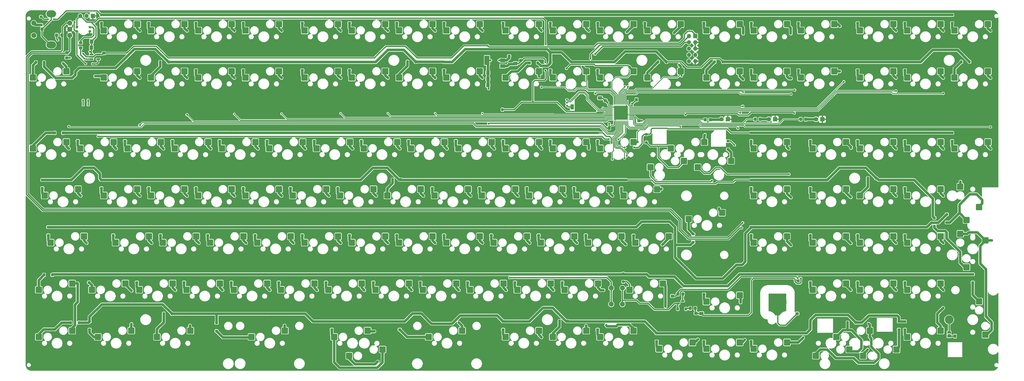
<source format=gbr>
G04 #@! TF.GenerationSoftware,KiCad,Pcbnew,7.0.2*
G04 #@! TF.CreationDate,2023-06-04T01:27:27-04:00*
G04 #@! TF.ProjectId,Boston-keyboard-V082DHI,426f7374-6f6e-42d6-9b65-79626f617264,rev?*
G04 #@! TF.SameCoordinates,Original*
G04 #@! TF.FileFunction,Copper,L2,Bot*
G04 #@! TF.FilePolarity,Positive*
%FSLAX46Y46*%
G04 Gerber Fmt 4.6, Leading zero omitted, Abs format (unit mm)*
G04 Created by KiCad (PCBNEW 7.0.2) date 2023-06-04 01:27:27*
%MOMM*%
%LPD*%
G01*
G04 APERTURE LIST*
G04 Aperture macros list*
%AMRoundRect*
0 Rectangle with rounded corners*
0 $1 Rounding radius*
0 $2 $3 $4 $5 $6 $7 $8 $9 X,Y pos of 4 corners*
0 Add a 4 corners polygon primitive as box body*
4,1,4,$2,$3,$4,$5,$6,$7,$8,$9,$2,$3,0*
0 Add four circle primitives for the rounded corners*
1,1,$1+$1,$2,$3*
1,1,$1+$1,$4,$5*
1,1,$1+$1,$6,$7*
1,1,$1+$1,$8,$9*
0 Add four rect primitives between the rounded corners*
20,1,$1+$1,$2,$3,$4,$5,0*
20,1,$1+$1,$4,$5,$6,$7,0*
20,1,$1+$1,$6,$7,$8,$9,0*
20,1,$1+$1,$8,$9,$2,$3,0*%
%AMFreePoly0*
4,1,6,1.000000,0.000000,0.500000,-0.750000,-0.500000,-0.750000,-0.500000,0.750000,0.500000,0.750000,1.000000,0.000000,1.000000,0.000000,$1*%
%AMFreePoly1*
4,1,6,0.500000,-0.750000,-0.650000,-0.750000,-0.150000,0.000000,-0.650000,0.750000,0.500000,0.750000,0.500000,-0.750000,0.500000,-0.750000,$1*%
%AMFreePoly2*
4,1,28,0.525059,0.400000,0.532182,0.397024,0.539142,0.394142,0.539153,0.394113,0.539183,0.394101,0.542090,0.387022,0.545000,0.380000,0.545000,-0.380000,0.539142,-0.394142,0.525000,-0.400000,-0.650000,-0.400000,-0.664142,-0.394142,-0.670000,-0.380000,-0.664142,-0.365858,-0.650000,-0.360000,-0.645403,-0.360000,-0.649771,-0.349394,-0.646861,-0.337380,-0.596034,-0.254811,-0.509604,-0.081220,
-0.439105,0.099429,-0.385107,0.285677,-0.366569,0.380847,-0.365754,0.382315,-0.365871,0.382599,-0.359972,0.396724,-0.345813,0.402541,0.525059,0.400000,0.525059,0.400000,$1*%
%AMFreePoly3*
4,1,27,0.539142,0.394142,0.545000,0.380000,0.545000,-0.380000,0.542090,-0.387022,0.539183,-0.394101,0.539153,-0.394113,0.539142,-0.394142,0.532182,-0.397024,0.525059,-0.400000,-0.345813,-0.402541,-0.359972,-0.396724,-0.365871,-0.382599,-0.360054,-0.368440,-0.356003,-0.366748,-0.366375,-0.362091,-0.372521,-0.351367,-0.392501,-0.256009,-0.449448,-0.069660,-0.522971,0.110794,-0.612470,0.283880,
-0.664821,0.366049,-0.665820,0.369911,-0.670000,0.380000,-0.664142,0.394142,-0.650000,0.400000,0.525000,0.400000,0.539142,0.394142,0.539142,0.394142,$1*%
%AMFreePoly4*
4,1,31,0.319736,0.407785,0.429772,0.357533,0.521194,0.278316,0.586594,0.176551,0.620674,0.060484,0.620674,-0.060484,0.586594,-0.176551,0.521194,-0.278316,0.429772,-0.357533,0.319736,-0.407785,0.199999,-0.425000,-0.575001,-0.424979,-0.592678,-0.417657,-0.600000,-0.399978,-0.592678,-0.382301,-0.590938,-0.381580,-0.588854,-0.372453,-0.535362,-0.282963,-0.445108,-0.094990,-0.372348,0.100422,
-0.317686,0.301647,-0.299623,0.404329,-0.293189,0.416443,-0.292678,0.417678,-0.292493,0.417754,-0.292376,0.417975,-0.278492,0.424755,-0.276455,0.424396,-0.275000,0.425000,0.200000,0.425000,0.319736,0.407785,0.319736,0.407785,$1*%
G04 Aperture macros list end*
G04 #@! TA.AperFunction,ComponentPad*
%ADD10C,0.800000*%
G04 #@! TD*
G04 #@! TA.AperFunction,ComponentPad*
%ADD11C,7.000000*%
G04 #@! TD*
G04 #@! TA.AperFunction,ComponentPad*
%ADD12R,1.800000X1.800000*%
G04 #@! TD*
G04 #@! TA.AperFunction,ComponentPad*
%ADD13C,1.800000*%
G04 #@! TD*
G04 #@! TA.AperFunction,ComponentPad*
%ADD14C,2.000000*%
G04 #@! TD*
G04 #@! TA.AperFunction,ComponentPad*
%ADD15R,1.700000X1.700000*%
G04 #@! TD*
G04 #@! TA.AperFunction,ComponentPad*
%ADD16O,1.700000X1.700000*%
G04 #@! TD*
G04 #@! TA.AperFunction,ComponentPad*
%ADD17C,3.500000*%
G04 #@! TD*
G04 #@! TA.AperFunction,SMDPad,CuDef*
%ADD18RoundRect,0.250000X-0.350000X0.250000X-0.350000X-0.250000X0.350000X-0.250000X0.350000X0.250000X0*%
G04 #@! TD*
G04 #@! TA.AperFunction,SMDPad,CuDef*
%ADD19RoundRect,0.254000X1.016000X1.016000X-1.016000X1.016000X-1.016000X-1.016000X1.016000X-1.016000X0*%
G04 #@! TD*
G04 #@! TA.AperFunction,SMDPad,CuDef*
%ADD20RoundRect,0.250001X0.624999X-0.462499X0.624999X0.462499X-0.624999X0.462499X-0.624999X-0.462499X0*%
G04 #@! TD*
G04 #@! TA.AperFunction,SMDPad,CuDef*
%ADD21RoundRect,0.250000X0.250000X0.350000X-0.250000X0.350000X-0.250000X-0.350000X0.250000X-0.350000X0*%
G04 #@! TD*
G04 #@! TA.AperFunction,SMDPad,CuDef*
%ADD22RoundRect,0.250001X-0.462499X-0.624999X0.462499X-0.624999X0.462499X0.624999X-0.462499X0.624999X0*%
G04 #@! TD*
G04 #@! TA.AperFunction,SMDPad,CuDef*
%ADD23R,2.000000X1.500000*%
G04 #@! TD*
G04 #@! TA.AperFunction,SMDPad,CuDef*
%ADD24R,2.000000X3.800000*%
G04 #@! TD*
G04 #@! TA.AperFunction,SMDPad,CuDef*
%ADD25RoundRect,0.254000X-1.016000X1.016000X-1.016000X-1.016000X1.016000X-1.016000X1.016000X1.016000X0*%
G04 #@! TD*
G04 #@! TA.AperFunction,SMDPad,CuDef*
%ADD26RoundRect,0.250000X-0.450000X0.325000X-0.450000X-0.325000X0.450000X-0.325000X0.450000X0.325000X0*%
G04 #@! TD*
G04 #@! TA.AperFunction,SMDPad,CuDef*
%ADD27RoundRect,0.254000X-1.016000X-1.016000X1.016000X-1.016000X1.016000X1.016000X-1.016000X1.016000X0*%
G04 #@! TD*
G04 #@! TA.AperFunction,SMDPad,CuDef*
%ADD28RoundRect,0.250000X0.350000X0.450000X-0.350000X0.450000X-0.350000X-0.450000X0.350000X-0.450000X0*%
G04 #@! TD*
G04 #@! TA.AperFunction,SMDPad,CuDef*
%ADD29RoundRect,0.150000X0.275000X-0.150000X0.275000X0.150000X-0.275000X0.150000X-0.275000X-0.150000X0*%
G04 #@! TD*
G04 #@! TA.AperFunction,SMDPad,CuDef*
%ADD30RoundRect,0.175000X0.225000X-0.175000X0.225000X0.175000X-0.225000X0.175000X-0.225000X-0.175000X0*%
G04 #@! TD*
G04 #@! TA.AperFunction,SMDPad,CuDef*
%ADD31R,1.400000X2.100000*%
G04 #@! TD*
G04 #@! TA.AperFunction,SMDPad,CuDef*
%ADD32RoundRect,0.250000X-0.450000X0.350000X-0.450000X-0.350000X0.450000X-0.350000X0.450000X0.350000X0*%
G04 #@! TD*
G04 #@! TA.AperFunction,SMDPad,CuDef*
%ADD33RoundRect,0.250000X0.350000X-0.250000X0.350000X0.250000X-0.350000X0.250000X-0.350000X-0.250000X0*%
G04 #@! TD*
G04 #@! TA.AperFunction,SMDPad,CuDef*
%ADD34FreePoly0,90.000000*%
G04 #@! TD*
G04 #@! TA.AperFunction,SMDPad,CuDef*
%ADD35FreePoly1,90.000000*%
G04 #@! TD*
G04 #@! TA.AperFunction,SMDPad,CuDef*
%ADD36RoundRect,0.250001X-0.624999X0.462499X-0.624999X-0.462499X0.624999X-0.462499X0.624999X0.462499X0*%
G04 #@! TD*
G04 #@! TA.AperFunction,SMDPad,CuDef*
%ADD37RoundRect,0.250000X0.450000X-0.325000X0.450000X0.325000X-0.450000X0.325000X-0.450000X-0.325000X0*%
G04 #@! TD*
G04 #@! TA.AperFunction,SMDPad,CuDef*
%ADD38RoundRect,0.254000X1.016000X-1.016000X1.016000X1.016000X-1.016000X1.016000X-1.016000X-1.016000X0*%
G04 #@! TD*
G04 #@! TA.AperFunction,SMDPad,CuDef*
%ADD39RoundRect,0.075000X0.662500X0.075000X-0.662500X0.075000X-0.662500X-0.075000X0.662500X-0.075000X0*%
G04 #@! TD*
G04 #@! TA.AperFunction,SMDPad,CuDef*
%ADD40RoundRect,0.075000X0.075000X0.662500X-0.075000X0.662500X-0.075000X-0.662500X0.075000X-0.662500X0*%
G04 #@! TD*
G04 #@! TA.AperFunction,ComponentPad*
%ADD41C,2.032000*%
G04 #@! TD*
G04 #@! TA.AperFunction,ComponentPad*
%ADD42O,3.900000X2.799999*%
G04 #@! TD*
G04 #@! TA.AperFunction,SMDPad,CuDef*
%ADD43RoundRect,0.250000X0.325000X0.450000X-0.325000X0.450000X-0.325000X-0.450000X0.325000X-0.450000X0*%
G04 #@! TD*
G04 #@! TA.AperFunction,SMDPad,CuDef*
%ADD44RoundRect,0.250000X-0.325000X-0.450000X0.325000X-0.450000X0.325000X0.450000X-0.325000X0.450000X0*%
G04 #@! TD*
G04 #@! TA.AperFunction,SMDPad,CuDef*
%ADD45R,1.560000X0.650000*%
G04 #@! TD*
G04 #@! TA.AperFunction,SMDPad,CuDef*
%ADD46R,0.600000X1.550000*%
G04 #@! TD*
G04 #@! TA.AperFunction,ComponentPad*
%ADD47C,0.500000*%
G04 #@! TD*
G04 #@! TA.AperFunction,SMDPad,CuDef*
%ADD48R,1.200000X1.800000*%
G04 #@! TD*
G04 #@! TA.AperFunction,SMDPad,CuDef*
%ADD49RoundRect,0.062500X0.375000X0.062500X-0.375000X0.062500X-0.375000X-0.062500X0.375000X-0.062500X0*%
G04 #@! TD*
G04 #@! TA.AperFunction,SMDPad,CuDef*
%ADD50RoundRect,0.062500X0.062500X0.375000X-0.062500X0.375000X-0.062500X-0.375000X0.062500X-0.375000X0*%
G04 #@! TD*
G04 #@! TA.AperFunction,SMDPad,CuDef*
%ADD51R,5.600000X5.600000*%
G04 #@! TD*
G04 #@! TA.AperFunction,SMDPad,CuDef*
%ADD52FreePoly2,180.000000*%
G04 #@! TD*
G04 #@! TA.AperFunction,SMDPad,CuDef*
%ADD53FreePoly3,180.000000*%
G04 #@! TD*
G04 #@! TA.AperFunction,SMDPad,CuDef*
%ADD54FreePoly4,0.000000*%
G04 #@! TD*
G04 #@! TA.AperFunction,SMDPad,CuDef*
%ADD55FreePoly3,0.000000*%
G04 #@! TD*
G04 #@! TA.AperFunction,SMDPad,CuDef*
%ADD56RoundRect,0.150000X-0.587500X-0.150000X0.587500X-0.150000X0.587500X0.150000X-0.587500X0.150000X0*%
G04 #@! TD*
G04 #@! TA.AperFunction,ViaPad*
%ADD57C,0.800000*%
G04 #@! TD*
G04 #@! TA.AperFunction,ViaPad*
%ADD58C,0.600000*%
G04 #@! TD*
G04 #@! TA.AperFunction,Conductor*
%ADD59C,1.000000*%
G04 #@! TD*
G04 #@! TA.AperFunction,Conductor*
%ADD60C,0.300000*%
G04 #@! TD*
G04 #@! TA.AperFunction,Conductor*
%ADD61C,0.500000*%
G04 #@! TD*
G04 APERTURE END LIST*
D10*
X356268500Y-146649500D03*
X357037345Y-144793345D03*
X357037345Y-148505655D03*
X358893500Y-144024500D03*
D11*
X358893500Y-146649500D03*
D10*
X358893500Y-149274500D03*
X360749655Y-144793345D03*
X360749655Y-148505655D03*
X361518500Y-146649500D03*
D12*
X338732500Y-72712500D03*
D13*
X336192500Y-72712500D03*
D12*
X357782500Y-72712500D03*
D13*
X355242500Y-72712500D03*
D14*
X291750000Y-147400000D03*
X291750000Y-140900000D03*
X296250000Y-147400000D03*
X296250000Y-140900000D03*
D15*
X82825000Y-30950000D03*
D16*
X80285000Y-30950000D03*
X77745000Y-30950000D03*
D17*
X427950304Y-153675080D03*
D15*
X325655625Y-39087500D03*
D16*
X323115625Y-39087500D03*
X325655625Y-41627500D03*
X323115625Y-41627500D03*
X325655625Y-44167500D03*
X323115625Y-44167500D03*
X325655625Y-46707500D03*
X323115625Y-46707500D03*
X325655625Y-49247500D03*
X323115625Y-49247500D03*
D12*
X376832500Y-72712500D03*
D13*
X374292500Y-72712500D03*
D18*
X124340625Y-97256250D03*
X124340625Y-100556250D03*
D19*
X281646000Y-81920000D03*
X268184000Y-84460000D03*
X395946000Y-158120000D03*
X382484000Y-160660000D03*
D20*
X253100000Y-50212500D03*
X253100000Y-47237500D03*
D18*
X238640625Y-97256250D03*
X238640625Y-100556250D03*
D21*
X262150000Y-49925000D03*
X258850000Y-49925000D03*
D22*
X242012500Y-53925000D03*
X244987500Y-53925000D03*
D19*
X257833500Y-120020000D03*
X244371500Y-122560000D03*
D18*
X286265625Y-49631250D03*
X286265625Y-52931250D03*
D19*
X424521000Y-158120000D03*
X411059000Y-160660000D03*
X262596000Y-158120000D03*
X249134000Y-160660000D03*
D18*
X224353125Y-49631250D03*
X224353125Y-52931250D03*
D19*
X100671000Y-53345000D03*
X87209000Y-55885000D03*
X310221000Y-100970000D03*
X296759000Y-103510000D03*
D23*
X247950000Y-46625000D03*
X247950000Y-48925000D03*
D24*
X241650000Y-48925000D03*
D23*
X247950000Y-51225000D03*
D18*
X276778750Y-97256250D03*
X276778750Y-100556250D03*
D19*
X219733500Y-34295000D03*
X206271500Y-36835000D03*
D18*
X348178125Y-78206250D03*
X348178125Y-81506250D03*
D22*
X242012500Y-58925000D03*
X244987500Y-58925000D03*
D21*
X63150000Y-49725000D03*
X59850000Y-49725000D03*
D25*
X432395000Y-99954000D03*
X434935000Y-113416000D03*
D26*
X87200000Y-46000000D03*
X87200000Y-48050000D03*
D19*
X343558500Y-53345000D03*
X330096500Y-55885000D03*
X362608500Y-120020000D03*
X349146500Y-122560000D03*
D18*
X348216250Y-30581250D03*
X348216250Y-33881250D03*
D19*
X362608500Y-100970000D03*
X349146500Y-103510000D03*
D18*
X76715625Y-78206250D03*
X76715625Y-81506250D03*
X114853750Y-78206250D03*
X114853750Y-81506250D03*
D21*
X212906372Y-49495305D03*
X209606372Y-49495305D03*
D22*
X82262500Y-41325000D03*
X85237500Y-41325000D03*
D19*
X424521000Y-120020000D03*
X411059000Y-122560000D03*
X98289750Y-158120000D03*
X84827750Y-160660000D03*
X74477250Y-139070000D03*
X61015250Y-141610000D03*
D27*
X393279000Y-168280000D03*
X406741000Y-165740000D03*
D18*
X243403125Y-116306250D03*
X243403125Y-119606250D03*
D19*
X143533500Y-120020000D03*
X130071500Y-122560000D03*
X300696000Y-34295000D03*
X287234000Y-36835000D03*
X134008500Y-139070000D03*
X120546500Y-141610000D03*
D18*
X407709375Y-154406250D03*
X407709375Y-157706250D03*
X329128125Y-30581250D03*
X329128125Y-33881250D03*
D19*
X267358500Y-139070000D03*
X253896500Y-141610000D03*
X219733500Y-120020000D03*
X206271500Y-122560000D03*
D18*
X172003750Y-78206250D03*
X172003750Y-81506250D03*
D19*
X186396000Y-81920000D03*
X172934000Y-84460000D03*
X336414750Y-110495000D03*
X322952750Y-113035000D03*
D18*
X219590625Y-97256250D03*
X219590625Y-100556250D03*
D19*
X300696000Y-81920000D03*
X287234000Y-84460000D03*
D18*
X300700000Y-116375000D03*
X300700000Y-119675000D03*
D19*
X157821000Y-53345000D03*
X144359000Y-55885000D03*
X200683500Y-120020000D03*
X187221500Y-122560000D03*
D21*
X70750000Y-78225000D03*
X67450000Y-78225000D03*
D19*
X262596160Y-34295000D03*
X249134160Y-36835000D03*
D18*
X167241250Y-116306250D03*
X167241250Y-119606250D03*
D19*
X224496000Y-81920000D03*
X211034000Y-84460000D03*
X443571000Y-81920000D03*
X430109000Y-84460000D03*
D18*
X296600000Y-135075000D03*
X296600000Y-138375000D03*
X410090625Y-97256250D03*
X410090625Y-100556250D03*
D26*
X289400000Y-65139069D03*
X289400000Y-67189069D03*
D19*
X119721000Y-100970000D03*
X106259000Y-103510000D03*
X195921000Y-100970000D03*
X182459000Y-103510000D03*
D18*
X61975000Y-31275000D03*
X61975000Y-34575000D03*
D19*
X114958500Y-139070000D03*
X101496500Y-141610000D03*
X405471000Y-139070000D03*
X392009000Y-141610000D03*
X191158500Y-139070000D03*
X177696500Y-141610000D03*
D18*
X367228125Y-30581250D03*
X367228125Y-33881250D03*
D19*
X91146000Y-81920000D03*
X77684000Y-84460000D03*
X329271000Y-81920000D03*
X315809000Y-84460000D03*
D18*
X143390625Y-30581250D03*
X143390625Y-33881250D03*
D19*
X129246000Y-81920000D03*
X115784000Y-84460000D03*
X314983500Y-120020000D03*
X301521500Y-122560000D03*
D26*
X366700000Y-149200000D03*
X366700000Y-151250000D03*
D18*
X437475000Y-135356250D03*
X437475000Y-138656250D03*
D19*
X424521000Y-81920000D03*
X411059000Y-84460000D03*
X95908500Y-139070000D03*
X82446500Y-141610000D03*
X443571000Y-53345000D03*
X430109000Y-55885000D03*
X200683606Y-34295000D03*
X187221606Y-36835000D03*
X405471000Y-34295000D03*
X392009000Y-36835000D03*
D18*
X205341250Y-30581250D03*
X205341250Y-33881250D03*
D19*
X157821000Y-34295000D03*
X144359000Y-36835000D03*
D18*
X124340625Y-49631250D03*
X124340625Y-52931250D03*
D26*
X77900000Y-41800000D03*
X77900000Y-43850000D03*
D18*
X81478125Y-154406250D03*
X81478125Y-157706250D03*
D28*
X351800000Y-72725000D03*
X349800000Y-72725000D03*
D19*
X276883500Y-120020000D03*
X263421500Y-122560000D03*
X238783500Y-53345000D03*
X225321500Y-55885000D03*
D29*
X273875000Y-67225000D03*
X273875000Y-66025000D03*
X273875000Y-64825000D03*
X273875000Y-63625000D03*
D30*
X270100000Y-68375000D03*
X270100000Y-62475000D03*
D19*
X405471000Y-120020000D03*
X392009000Y-122560000D03*
D31*
X280400000Y-67725000D03*
X276000000Y-67725000D03*
D19*
X281646000Y-34295000D03*
X268184000Y-36835000D03*
X343558500Y-143832500D03*
X330096500Y-146372500D03*
D18*
X64809375Y-116306250D03*
X64809375Y-119606250D03*
X348178125Y-159168750D03*
X348178125Y-162468750D03*
D19*
X210208500Y-139070000D03*
X196746500Y-141610000D03*
X231639750Y-158120000D03*
X218177750Y-160660000D03*
D18*
X124340625Y-30581250D03*
X124340625Y-33881250D03*
D32*
X255300000Y-46925000D03*
X255300000Y-48925000D03*
D18*
X91003125Y-116306250D03*
X91003125Y-119606250D03*
D33*
X324800000Y-122425000D03*
X324800000Y-119125000D03*
D19*
X181633500Y-53345000D03*
X168171500Y-55885000D03*
D25*
X432395000Y-119004000D03*
X434935000Y-132466000D03*
D34*
X427950304Y-160353210D03*
D35*
X427950304Y-158903210D03*
D27*
X326604000Y-92080000D03*
X340066000Y-89540000D03*
D18*
X119578125Y-135356250D03*
X119578125Y-138656250D03*
D27*
X186110250Y-168280000D03*
X199572250Y-165740000D03*
D18*
X295790625Y-97256250D03*
X295790625Y-100556250D03*
X83859375Y-52012500D03*
X83859375Y-55312500D03*
D19*
X181633590Y-34295000D03*
X168171590Y-36835000D03*
X291171000Y-100970000D03*
X277709000Y-103510000D03*
D27*
X307554000Y-92080000D03*
X321016000Y-89540000D03*
D19*
X405471000Y-100970000D03*
X392009000Y-103510000D03*
D18*
X329128125Y-140118750D03*
X329128125Y-143418750D03*
D19*
X119721000Y-34295000D03*
X106259000Y-36835000D03*
D36*
X328100000Y-151237500D03*
X328100000Y-154212500D03*
D19*
X238783500Y-120020000D03*
X225321500Y-122560000D03*
D18*
X348178125Y-116306250D03*
X348178125Y-119606250D03*
D19*
X138771000Y-100970000D03*
X125309000Y-103510000D03*
X200683500Y-53345000D03*
X187221500Y-55885000D03*
D21*
X436148747Y-49495305D03*
X432848747Y-49495305D03*
D19*
X160202250Y-158120000D03*
X146740250Y-160660000D03*
D18*
X305911139Y-78801581D03*
X305911139Y-82101581D03*
X129103125Y-116306250D03*
X129103125Y-119606250D03*
D37*
X302900000Y-73350000D03*
X302900000Y-71300000D03*
D19*
X172108500Y-139070000D03*
X158646500Y-141610000D03*
X343558500Y-162882500D03*
X330096500Y-165422500D03*
X76858500Y-100970000D03*
X63396500Y-103510000D03*
D27*
X374229000Y-168280000D03*
X387691000Y-165740000D03*
D18*
X329128125Y-159168750D03*
X329128125Y-162468750D03*
X371990625Y-97256250D03*
X371990625Y-100556250D03*
D19*
X100671000Y-100970000D03*
X87209000Y-103510000D03*
D18*
X338800000Y-81550000D03*
X338800000Y-84850000D03*
D19*
X72096000Y-53345000D03*
X58634000Y-55885000D03*
X319746000Y-34295000D03*
X306284000Y-36835000D03*
D18*
X176766250Y-135356250D03*
X176766250Y-138656250D03*
X248165625Y-78206250D03*
X248165625Y-81506250D03*
D19*
X362608500Y-162882500D03*
X349146500Y-165422500D03*
X262596000Y-81920000D03*
X249134000Y-84460000D03*
X100671000Y-34295000D03*
X87209000Y-36835000D03*
D18*
X138628125Y-135356250D03*
X138628125Y-138656250D03*
D36*
X287200000Y-64081256D03*
X287200000Y-67056256D03*
D19*
X148296000Y-81920000D03*
X134834000Y-84460000D03*
D18*
X371990625Y-135356250D03*
X371990625Y-138656250D03*
X305315625Y-30581250D03*
X305315625Y-33881250D03*
D38*
X442555000Y-121671000D03*
X440015000Y-108209000D03*
D19*
X362608500Y-53345000D03*
X349146500Y-55885000D03*
X229258500Y-139070000D03*
X215796500Y-141610000D03*
D18*
X391040625Y-49631250D03*
X391040625Y-52931250D03*
X281503125Y-116306250D03*
X281503125Y-119606250D03*
X286265625Y-78206250D03*
X286265625Y-81506250D03*
D19*
X362608500Y-34295000D03*
X349146500Y-36835000D03*
D18*
X210065625Y-78206250D03*
X210065625Y-81506250D03*
X348178125Y-49631250D03*
X348178125Y-52931250D03*
D21*
X274223611Y-154270393D03*
X270923611Y-154270393D03*
D18*
X224391250Y-30581250D03*
X224391250Y-33881250D03*
D19*
X281646000Y-158120000D03*
X268184000Y-160660000D03*
X122102250Y-158120000D03*
X108640250Y-160660000D03*
X381658500Y-34295000D03*
X368196500Y-36835000D03*
X443571000Y-34295000D03*
X430109000Y-36835000D03*
X405471000Y-81920000D03*
X392009000Y-84460000D03*
D18*
X257690625Y-97256250D03*
X257690625Y-100556250D03*
X186253125Y-116306250D03*
X186253125Y-119606250D03*
D19*
X138771000Y-34295000D03*
X125309000Y-36835000D03*
X243546000Y-81920000D03*
X230084000Y-84460000D03*
D18*
X81240000Y-135356250D03*
X81240000Y-138656250D03*
D19*
X343558500Y-34295000D03*
X330096500Y-36835000D03*
D18*
X186253125Y-49631250D03*
X186253125Y-52931250D03*
X391040625Y-116306250D03*
X391040625Y-119606250D03*
D19*
X153058500Y-139070000D03*
X139596500Y-141610000D03*
D18*
X214828125Y-135396875D03*
X214828125Y-138696875D03*
D19*
X424521000Y-139070000D03*
X411059000Y-141610000D03*
X110196000Y-81920000D03*
X96734000Y-84460000D03*
X72096000Y-81920000D03*
X58634000Y-84460000D03*
D22*
X242012500Y-56425000D03*
X244987500Y-56425000D03*
D18*
X348178125Y-97256250D03*
X348178125Y-100556250D03*
X391040625Y-78206250D03*
X391040625Y-81506250D03*
D19*
X79239750Y-120020000D03*
X65777750Y-122560000D03*
D18*
X429140625Y-30581250D03*
X429140625Y-33881250D03*
X195816250Y-135356250D03*
X195816250Y-138656250D03*
D19*
X162583500Y-120020000D03*
X149121500Y-122560000D03*
D18*
X286265625Y-154406250D03*
X286265625Y-157706250D03*
D19*
X281646000Y-53345000D03*
X268184000Y-55885000D03*
X181633500Y-120020000D03*
X168171500Y-122560000D03*
D18*
X410090625Y-30581250D03*
X410090625Y-33881250D03*
D19*
X424521000Y-100970000D03*
X411059000Y-103510000D03*
X248308500Y-139070000D03*
X234846500Y-141610000D03*
D18*
X410090625Y-154406250D03*
X410090625Y-157706250D03*
D21*
X390309375Y-154865625D03*
X387009375Y-154865625D03*
D19*
X119721000Y-53345000D03*
X106259000Y-55885000D03*
D18*
X167203125Y-30581250D03*
X167203125Y-33881250D03*
D39*
X299813125Y-67316875D03*
X299813125Y-67816875D03*
X299813125Y-68316875D03*
X299813125Y-68816875D03*
X299813125Y-69316875D03*
X299813125Y-69816875D03*
X299813125Y-70316875D03*
X299813125Y-70816875D03*
X299813125Y-71316875D03*
X299813125Y-71816875D03*
X299813125Y-72316875D03*
X299813125Y-72816875D03*
D40*
X298400625Y-74229375D03*
X297900625Y-74229375D03*
X297400625Y-74229375D03*
X296900625Y-74229375D03*
X296400625Y-74229375D03*
X295900625Y-74229375D03*
X295400625Y-74229375D03*
X294900625Y-74229375D03*
X294400625Y-74229375D03*
X293900625Y-74229375D03*
X293400625Y-74229375D03*
X292900625Y-74229375D03*
D39*
X291488125Y-72816875D03*
X291488125Y-72316875D03*
X291488125Y-71816875D03*
X291488125Y-71316875D03*
X291488125Y-70816875D03*
X291488125Y-70316875D03*
X291488125Y-69816875D03*
X291488125Y-69316875D03*
X291488125Y-68816875D03*
X291488125Y-68316875D03*
X291488125Y-67816875D03*
X291488125Y-67316875D03*
D40*
X292900625Y-65904375D03*
X293400625Y-65904375D03*
X293900625Y-65904375D03*
X294400625Y-65904375D03*
X294900625Y-65904375D03*
X295400625Y-65904375D03*
X295900625Y-65904375D03*
X296400625Y-65904375D03*
X296900625Y-65904375D03*
X297400625Y-65904375D03*
X297900625Y-65904375D03*
X298400625Y-65904375D03*
D18*
X152953750Y-78206250D03*
X152953750Y-81506250D03*
D21*
X206953242Y-97120345D03*
X203653242Y-97120345D03*
D18*
X233878125Y-135356250D03*
X233878125Y-138656250D03*
X371990625Y-78206250D03*
X371990625Y-81506250D03*
X391040625Y-135356250D03*
X391040625Y-138656250D03*
D19*
X157821000Y-100970000D03*
X144359000Y-103510000D03*
D18*
X186253125Y-30581250D03*
X186253125Y-33881250D03*
D19*
X386421000Y-100970000D03*
X372959000Y-103510000D03*
D21*
X247850000Y-68825000D03*
X244550000Y-68825000D03*
D18*
X267215625Y-78206250D03*
X267215625Y-81506250D03*
X110053125Y-116306250D03*
X110053125Y-119606250D03*
D19*
X262596000Y-53345000D03*
X249134000Y-55885000D03*
D18*
X100528125Y-135356250D03*
X100528125Y-138656250D03*
D41*
X73500000Y-33875000D03*
X73500000Y-38875000D03*
X73500000Y-36375000D03*
D42*
X66000000Y-30125000D03*
X66000000Y-42625000D03*
D41*
X59000000Y-33875000D03*
X59000000Y-38875000D03*
D43*
X325625000Y-149125000D03*
X323575000Y-149125000D03*
D18*
X371990625Y-116306250D03*
X371990625Y-119606250D03*
D19*
X319746000Y-53345000D03*
X306284000Y-55885000D03*
D18*
X429140625Y-78206250D03*
X429140625Y-81506250D03*
X229115625Y-78206250D03*
X229115625Y-81506250D03*
D21*
X336750000Y-49525000D03*
X333450000Y-49525000D03*
D19*
X238783500Y-34295000D03*
X225321500Y-36835000D03*
D18*
X391040625Y-30581250D03*
X391040625Y-33881250D03*
D19*
X386421000Y-120020000D03*
X372959000Y-122560000D03*
X300696000Y-53345000D03*
X287234000Y-55885000D03*
X272121000Y-100970000D03*
X258659000Y-103510000D03*
D18*
X157716250Y-135356250D03*
X157716250Y-138656250D03*
D21*
X77175000Y-154900000D03*
X73875000Y-154900000D03*
D18*
X62428125Y-97256250D03*
X62428125Y-100556250D03*
D19*
X295933500Y-120020000D03*
X282471500Y-122560000D03*
D21*
X66442500Y-135577500D03*
X63142500Y-135577500D03*
D19*
X167346000Y-81920000D03*
X153884000Y-84460000D03*
X105433500Y-120020000D03*
X91971500Y-122560000D03*
D18*
X167203125Y-49631250D03*
X167203125Y-52931250D03*
D19*
X381658500Y-53345000D03*
X368196500Y-55885000D03*
D44*
X290875000Y-76325000D03*
X292925000Y-76325000D03*
D19*
X124483500Y-120020000D03*
X111021500Y-122560000D03*
D18*
X367228125Y-49631250D03*
X367228125Y-52931250D03*
D37*
X325900000Y-153150000D03*
X325900000Y-151100000D03*
D43*
X301915625Y-64821875D03*
X299865625Y-64821875D03*
D19*
X253071000Y-100970000D03*
X239609000Y-103510000D03*
X386421000Y-139070000D03*
X372959000Y-141610000D03*
D28*
X370100000Y-72725000D03*
X368100000Y-72725000D03*
D45*
X84971250Y-46521250D03*
X84971250Y-47471250D03*
X84971250Y-48421250D03*
X82271250Y-48421250D03*
X82271250Y-47471250D03*
X82271250Y-46521250D03*
D19*
X424521000Y-34295000D03*
X411059000Y-36835000D03*
D22*
X82237500Y-43725000D03*
X85212500Y-43725000D03*
D18*
X248165625Y-30581250D03*
X248165625Y-33881250D03*
X205266250Y-116306250D03*
X205266250Y-119606250D03*
D21*
X321850000Y-149325000D03*
X318550000Y-149325000D03*
D18*
X179109375Y-154406250D03*
X179109375Y-157706250D03*
D43*
X70225000Y-38725000D03*
X68175000Y-38725000D03*
D18*
X271978125Y-135356250D03*
X271978125Y-138656250D03*
X95765625Y-78206250D03*
X95765625Y-81506250D03*
D46*
X80900000Y-66500000D03*
X79900000Y-66500000D03*
X78900000Y-66500000D03*
X77900000Y-66500000D03*
D47*
X82800000Y-70975000D03*
X82800000Y-70375000D03*
X82800000Y-69775000D03*
D48*
X82500000Y-70375000D03*
D47*
X82200000Y-70975000D03*
X82200000Y-70375000D03*
X82200000Y-69775000D03*
X76600000Y-70975000D03*
X76600000Y-70375000D03*
X76600000Y-69775000D03*
D48*
X76300000Y-70375000D03*
D47*
X76000000Y-70975000D03*
X76000000Y-70375000D03*
X76000000Y-69775000D03*
D18*
X191015625Y-78206250D03*
X191015625Y-81506250D03*
X252928125Y-135356250D03*
X252928125Y-138656250D03*
X410090625Y-78206250D03*
X410090625Y-81506250D03*
D19*
X219733500Y-53345000D03*
X206271500Y-55885000D03*
D21*
X114679727Y-151293828D03*
X111379727Y-151293828D03*
D19*
X312602250Y-139070000D03*
X299140250Y-141610000D03*
D18*
X206493750Y-154406250D03*
X206493750Y-157706250D03*
D19*
X138771000Y-53345000D03*
X125309000Y-55885000D03*
D33*
X250600000Y-50475000D03*
X250600000Y-47175000D03*
D18*
X422000000Y-112575000D03*
X422000000Y-115875000D03*
X86240625Y-30581250D03*
X86240625Y-33881250D03*
D19*
X286408500Y-139070000D03*
X272946500Y-141610000D03*
D18*
X162478750Y-97256250D03*
X162478750Y-100556250D03*
X267215625Y-30581250D03*
X267215625Y-33881250D03*
X410090625Y-49631250D03*
X410090625Y-52931250D03*
D19*
X405471000Y-53345000D03*
X392009000Y-55885000D03*
D43*
X62300000Y-36325000D03*
X60250000Y-36325000D03*
D18*
X224353125Y-116306250D03*
X224353125Y-119606250D03*
D19*
X214971000Y-100970000D03*
X201509000Y-103510000D03*
D49*
X299088125Y-67316875D03*
X299088125Y-67816875D03*
X299088125Y-68316875D03*
X299088125Y-68816875D03*
X299088125Y-69316875D03*
X299088125Y-69816875D03*
X299088125Y-70316875D03*
X299088125Y-70816875D03*
X299088125Y-71316875D03*
X299088125Y-71816875D03*
X299088125Y-72316875D03*
X299088125Y-72816875D03*
D50*
X298400625Y-73504375D03*
X297900625Y-73504375D03*
X297400625Y-73504375D03*
X296900625Y-73504375D03*
X296400625Y-73504375D03*
X295900625Y-73504375D03*
X295400625Y-73504375D03*
X294900625Y-73504375D03*
X294400625Y-73504375D03*
X293900625Y-73504375D03*
X293400625Y-73504375D03*
X292900625Y-73504375D03*
D49*
X292213125Y-72816875D03*
X292213125Y-72316875D03*
X292213125Y-71816875D03*
X292213125Y-71316875D03*
X292213125Y-70816875D03*
X292213125Y-70316875D03*
X292213125Y-69816875D03*
X292213125Y-69316875D03*
X292213125Y-68816875D03*
X292213125Y-68316875D03*
X292213125Y-67816875D03*
X292213125Y-67316875D03*
D50*
X292900625Y-66629375D03*
X293400625Y-66629375D03*
X293900625Y-66629375D03*
X294400625Y-66629375D03*
X294900625Y-66629375D03*
X295400625Y-66629375D03*
X295900625Y-66629375D03*
X296400625Y-66629375D03*
X296900625Y-66629375D03*
X297400625Y-66629375D03*
X297900625Y-66629375D03*
X298400625Y-66629375D03*
D51*
X295650625Y-70066875D03*
D18*
X132675056Y-155001645D03*
X132675056Y-158301645D03*
D19*
X386421000Y-81920000D03*
X372959000Y-84460000D03*
X193539750Y-158120000D03*
X180077750Y-160660000D03*
X324508500Y-162882500D03*
X311046500Y-165422500D03*
D18*
X105328750Y-97256250D03*
X105328750Y-100556250D03*
D52*
X76333000Y-35575000D03*
D53*
X76358400Y-37175000D03*
D54*
X81565400Y-37175000D03*
D55*
X81641600Y-35575000D03*
D37*
X316400000Y-144150000D03*
X316400000Y-142100000D03*
D38*
X442555000Y-159771000D03*
X440015000Y-146309000D03*
D18*
X181490625Y-97256250D03*
X181490625Y-100556250D03*
D26*
X72300000Y-45825000D03*
X72300000Y-47875000D03*
D18*
X267215625Y-49631250D03*
X267215625Y-52931250D03*
X310078125Y-159168750D03*
X310078125Y-162468750D03*
D28*
X331700000Y-72925000D03*
X329700000Y-72925000D03*
D18*
X133903750Y-78206250D03*
X133903750Y-81506250D03*
X86240625Y-97256250D03*
X86240625Y-100556250D03*
D56*
X318662500Y-147175000D03*
X318662500Y-145275000D03*
X320537500Y-146225000D03*
D18*
X148153125Y-116306250D03*
X148153125Y-119606250D03*
D19*
X74477250Y-158120000D03*
X61015250Y-160660000D03*
D21*
X313973643Y-49495305D03*
X310673643Y-49495305D03*
D19*
X362608500Y-81920000D03*
X349146500Y-84460000D03*
D21*
X113250000Y-49625000D03*
X109950000Y-49625000D03*
D18*
X143428750Y-97256250D03*
X143428750Y-100556250D03*
X262453125Y-116306250D03*
X262453125Y-119606250D03*
X410090625Y-135356250D03*
X410090625Y-138656250D03*
D19*
X205446000Y-81920000D03*
X191984000Y-84460000D03*
X424521000Y-53345000D03*
X411059000Y-55885000D03*
D44*
X430275000Y-160325000D03*
X432325000Y-160325000D03*
X318575000Y-143325000D03*
X320625000Y-143325000D03*
D18*
X248165625Y-154406250D03*
X248165625Y-157706250D03*
X410090625Y-116306250D03*
X410090625Y-119606250D03*
X427000000Y-111150000D03*
X427000000Y-114450000D03*
D21*
X398508089Y-96525032D03*
X395208089Y-96525032D03*
D18*
X286303750Y-30581250D03*
X286303750Y-33881250D03*
X143390625Y-49631250D03*
X143390625Y-52931250D03*
D19*
X300696000Y-158120000D03*
X287234000Y-160660000D03*
X176871000Y-100970000D03*
X163409000Y-103510000D03*
D18*
X105290625Y-30581250D03*
X105290625Y-33881250D03*
D19*
X234021000Y-100970000D03*
X220559000Y-103510000D03*
D57*
X363100000Y-124225000D03*
X297100000Y-88425000D03*
X304000000Y-114125000D03*
D58*
X288390000Y-68115000D03*
D57*
X283400000Y-48125000D03*
X285200000Y-46425000D03*
X285400000Y-62325000D03*
X350443750Y-159168750D03*
X342800000Y-76325000D03*
X292200000Y-88825000D03*
X298431250Y-135356250D03*
X348931250Y-135356250D03*
X341400000Y-83125000D03*
X298000000Y-87525000D03*
X297968750Y-97256250D03*
X291900000Y-82325000D03*
X301000000Y-84125000D03*
X297200000Y-84125000D03*
X298400000Y-59625000D03*
X292093750Y-49631250D03*
X297200000Y-59625000D03*
X283043750Y-30581250D03*
X64700000Y-32325000D03*
X67100000Y-32325000D03*
X294650000Y-80875000D03*
X290750000Y-80725000D03*
X82700000Y-50325000D03*
X84900000Y-79625000D03*
X365500000Y-70225000D03*
X366900000Y-136925000D03*
X321700000Y-70825000D03*
X264850000Y-69925000D03*
X299300000Y-115025000D03*
X79100000Y-108125000D03*
X181400000Y-46425000D03*
X284300000Y-47025000D03*
X227400000Y-153825000D03*
X238600000Y-136625000D03*
X79100000Y-110625000D03*
X407700000Y-96175000D03*
X299200000Y-79625000D03*
X195850000Y-108125000D03*
X132800000Y-96025000D03*
X319900000Y-77625000D03*
X296450000Y-117425000D03*
X238600000Y-134225000D03*
X154800000Y-152425000D03*
X279200000Y-134225000D03*
X203000000Y-136625000D03*
X74250000Y-95625000D03*
X318700000Y-66975000D03*
X398350000Y-153175000D03*
X394150000Y-164925000D03*
X170500000Y-76925000D03*
X222000000Y-36825000D03*
X212500000Y-80625000D03*
X157100000Y-80475000D03*
X327400000Y-122025000D03*
X279100000Y-117475000D03*
X161500000Y-110575000D03*
X297900000Y-98375000D03*
X261550000Y-42625000D03*
X162400000Y-136625000D03*
X152100000Y-96125000D03*
X268300000Y-80625000D03*
X424400000Y-79375000D03*
X273650000Y-49525000D03*
X183800000Y-75425000D03*
X203000000Y-134225000D03*
X157700000Y-108125000D03*
X389600000Y-62625000D03*
X257900000Y-153225000D03*
X164800000Y-136625000D03*
X229200000Y-155425000D03*
X119600000Y-50825000D03*
X81400000Y-115225000D03*
X366900000Y-76875000D03*
X308500000Y-155825000D03*
X257950000Y-76775000D03*
X183850000Y-117425000D03*
X173900000Y-80825000D03*
X272100000Y-110575000D03*
X428200000Y-120475000D03*
X138600000Y-46425000D03*
X407650000Y-75075000D03*
X298850000Y-96025000D03*
X346200000Y-63425000D03*
X256000000Y-137625000D03*
X160200000Y-70425000D03*
X365400000Y-134225000D03*
X258050000Y-69875000D03*
X387150000Y-117475000D03*
X249600000Y-98375000D03*
X343200000Y-63025000D03*
X85700000Y-80575000D03*
X243300000Y-60725000D03*
X328400000Y-77475000D03*
X426700000Y-148775000D03*
X344600000Y-126825000D03*
X318200000Y-44225000D03*
X264400000Y-45575000D03*
X197600000Y-155625000D03*
X241000000Y-134225000D03*
X105400000Y-117425000D03*
X107600000Y-115225000D03*
X119600000Y-75325000D03*
X424400000Y-123175000D03*
X299600000Y-152475000D03*
X72000000Y-76975000D03*
X363000000Y-67425000D03*
X74350000Y-76975000D03*
X249600000Y-136625000D03*
X289800000Y-137625000D03*
X194600000Y-44425000D03*
X281500000Y-42625000D03*
X250750000Y-108125000D03*
X102850000Y-80575000D03*
X407700000Y-136525000D03*
X138600000Y-72825000D03*
X341000000Y-120525000D03*
X274550000Y-110575000D03*
X345000000Y-115725000D03*
X221950000Y-115225000D03*
X257600000Y-134225000D03*
X300300000Y-44225000D03*
X242800000Y-42325000D03*
X234350000Y-110625000D03*
X243100000Y-76625000D03*
X291100000Y-65125000D03*
X340950000Y-96775000D03*
X265100000Y-76725000D03*
X289250000Y-96075000D03*
X119500000Y-80475000D03*
X244600000Y-98425000D03*
X286900000Y-76625000D03*
X60200000Y-44425000D03*
X193500000Y-96175000D03*
X301250000Y-67025000D03*
X314900000Y-150625000D03*
X250700000Y-115175000D03*
X297050000Y-110575000D03*
X343600000Y-60025000D03*
X298000000Y-136525000D03*
X407650000Y-50775000D03*
X271150000Y-46925000D03*
X259800000Y-151725000D03*
X426700000Y-141925000D03*
X162400000Y-134225000D03*
X351800000Y-134225000D03*
X198100000Y-108125000D03*
X324600000Y-138825000D03*
X141000000Y-50825000D03*
X345400000Y-93925000D03*
X405350000Y-115175000D03*
X389600000Y-60525000D03*
X267550000Y-44375000D03*
D58*
X284500000Y-51725000D03*
D57*
X300100000Y-110575000D03*
X160050000Y-108125000D03*
X271200000Y-44525000D03*
X188300000Y-80625000D03*
X181400000Y-70325000D03*
X158200000Y-110575000D03*
X339300000Y-132525000D03*
X212900000Y-76925000D03*
X259300000Y-64925000D03*
X267150000Y-150125000D03*
X97200000Y-148625000D03*
X363000000Y-76875000D03*
X191850000Y-94525000D03*
X256400000Y-67825000D03*
X114800000Y-149425000D03*
X311100000Y-108125000D03*
X155800000Y-150025000D03*
X113800000Y-96025000D03*
X346700000Y-152825000D03*
X366850000Y-117475000D03*
X304850000Y-155575000D03*
X138600000Y-50825000D03*
X290900000Y-153325000D03*
X140950000Y-108125000D03*
X81400000Y-117425000D03*
X241050000Y-45625000D03*
X346600000Y-73675000D03*
X94800000Y-96025000D03*
X100500000Y-75025000D03*
X313450000Y-104575000D03*
X157600000Y-98375000D03*
X259300000Y-59825000D03*
X313450000Y-102275000D03*
X366800000Y-75025000D03*
D58*
X278400000Y-61025000D03*
D57*
X382750000Y-50775000D03*
X124400000Y-117425000D03*
X261500000Y-153375000D03*
X288550000Y-155525000D03*
X271150000Y-42475000D03*
D58*
X288200000Y-70025000D03*
D57*
X135200000Y-98425000D03*
X240950000Y-115175000D03*
X266500000Y-42525000D03*
X219650000Y-117425000D03*
X143400000Y-134225000D03*
X405400000Y-79325000D03*
X369150000Y-136475000D03*
X346000000Y-61725000D03*
X104600000Y-136625000D03*
X119600000Y-98425000D03*
X255300000Y-108125000D03*
X426750000Y-116725000D03*
X345400000Y-96125000D03*
X407650000Y-79375000D03*
X267800000Y-76625000D03*
X99600000Y-148625000D03*
X346400000Y-60025000D03*
X370250000Y-160325000D03*
X122000000Y-50825000D03*
X170600000Y-80525000D03*
X75500000Y-136525000D03*
X318600000Y-72025000D03*
X329900000Y-122125000D03*
X70300000Y-54875000D03*
X407650000Y-98375000D03*
X405350000Y-98425000D03*
X119600000Y-108025000D03*
X202900000Y-75425000D03*
X257700000Y-115225000D03*
X426700000Y-43525000D03*
X138600000Y-98425000D03*
X238600000Y-70325000D03*
X347400000Y-137225000D03*
X296300000Y-96075000D03*
X424400000Y-112125000D03*
X248900000Y-115225000D03*
X321000000Y-60125000D03*
X238600000Y-60725000D03*
X318800000Y-118625000D03*
X318700000Y-62675000D03*
X323300000Y-155775000D03*
X348000000Y-134225000D03*
X251900000Y-110575000D03*
X238650000Y-115175000D03*
X443400000Y-76625000D03*
X241000000Y-40975000D03*
X426800000Y-74975000D03*
X275600000Y-137625000D03*
X327850000Y-160325000D03*
X424400000Y-45825000D03*
X100400000Y-108025000D03*
X121900000Y-73225000D03*
X256900000Y-81025000D03*
X363000000Y-134225000D03*
X407650000Y-117475000D03*
X157700000Y-77075000D03*
X424400000Y-63225000D03*
X280450000Y-153225000D03*
X218400000Y-149125000D03*
X345500000Y-113625000D03*
X337000000Y-135125000D03*
X387300000Y-62625000D03*
X301850000Y-77225000D03*
X141000000Y-103725000D03*
X389450000Y-117425000D03*
X293050000Y-98375000D03*
X336350000Y-108625000D03*
X315850000Y-48575000D03*
X280700000Y-56825000D03*
X260800000Y-80525000D03*
X341000000Y-107475000D03*
X347000000Y-129125000D03*
X262400000Y-67825000D03*
X99600000Y-146425000D03*
X299200000Y-65825000D03*
X217200000Y-108075000D03*
X255700000Y-69925000D03*
X330650000Y-77525000D03*
X408900000Y-158925000D03*
X342800000Y-134225000D03*
X198800000Y-49425000D03*
X342600000Y-139025000D03*
X86600000Y-41225000D03*
X367900000Y-160275000D03*
X274350000Y-108125000D03*
X386900000Y-60525000D03*
X343750000Y-50675000D03*
X347000000Y-124825000D03*
X143450000Y-115175000D03*
X389500000Y-136525000D03*
X98800000Y-41625000D03*
X300000000Y-146825000D03*
X141000000Y-75325000D03*
X219600000Y-134225000D03*
X238600000Y-74425000D03*
X313350000Y-97025000D03*
X291900000Y-77525000D03*
X407700000Y-84575000D03*
X69450000Y-46975000D03*
X330650000Y-71275000D03*
X76700000Y-108125000D03*
X318550000Y-48575000D03*
X241000000Y-36725000D03*
X363000000Y-70825000D03*
X264500000Y-53825000D03*
X126800000Y-117425000D03*
X426750000Y-134275000D03*
X344000000Y-117725000D03*
X219600000Y-70725000D03*
X405350000Y-117475000D03*
X77900000Y-134225000D03*
X140950000Y-80525000D03*
X164750000Y-115175000D03*
X71600000Y-44575000D03*
X320550000Y-62675000D03*
X196350000Y-110575000D03*
X293000000Y-96125000D03*
X101000000Y-110825000D03*
X183800000Y-50825000D03*
X308350000Y-102275000D03*
X287400000Y-134225000D03*
X247350000Y-96175000D03*
X181600000Y-50825000D03*
D58*
X288400000Y-67325000D03*
D57*
X324600000Y-142425000D03*
X259800000Y-155025000D03*
X215400000Y-110625000D03*
X202900000Y-115175000D03*
X160200000Y-50825000D03*
X71900000Y-49525000D03*
X85900000Y-76825000D03*
X349300000Y-157825000D03*
X311150000Y-112975000D03*
X113600000Y-76825000D03*
X242000000Y-98375000D03*
X300300000Y-41025000D03*
X344800000Y-66325000D03*
X366500000Y-70225000D03*
X407700000Y-150975000D03*
X181400000Y-136625000D03*
X138700000Y-108125000D03*
X215300000Y-80725000D03*
X157600000Y-50825000D03*
X222000000Y-136625000D03*
X219600000Y-46225000D03*
X269250000Y-62425000D03*
X363050000Y-74975000D03*
X238650000Y-117425000D03*
X123400000Y-110625000D03*
X344700000Y-122525000D03*
X215400000Y-149925000D03*
X340800000Y-116925000D03*
X122000000Y-46425000D03*
X126800000Y-134225000D03*
X261200000Y-55625000D03*
X79900000Y-64825000D03*
X197400000Y-44425000D03*
X268650000Y-98375000D03*
X154350000Y-98375000D03*
X69600000Y-40325000D03*
X426700000Y-136475000D03*
X363050000Y-96125000D03*
X272050000Y-108125000D03*
X424400000Y-76775000D03*
X79200000Y-115225000D03*
X343750000Y-48375000D03*
X284400000Y-62225000D03*
X292100000Y-48325000D03*
X69600000Y-44375000D03*
X405350000Y-85125000D03*
X328300000Y-119425000D03*
X322200000Y-142425000D03*
X211500000Y-98425000D03*
D58*
X294300000Y-51925000D03*
D57*
X389500000Y-115175000D03*
X228350000Y-96125000D03*
X424400000Y-115425000D03*
X290950000Y-157475000D03*
X57850000Y-44375000D03*
X214850000Y-108125000D03*
X367950000Y-158025000D03*
X333300000Y-119525000D03*
X119600000Y-77125000D03*
X162500000Y-117475000D03*
X103000000Y-73225000D03*
X367300000Y-137925000D03*
X200400000Y-136625000D03*
X238650000Y-45575000D03*
X142400000Y-110575000D03*
X261500000Y-45625000D03*
X347500000Y-71925000D03*
X212550000Y-96075000D03*
X405400000Y-60525000D03*
X153000000Y-150025000D03*
X286400000Y-59925000D03*
D58*
X290900000Y-51925000D03*
D57*
X183850000Y-115225000D03*
X242250000Y-96025000D03*
X219600000Y-75325000D03*
X345500000Y-98225000D03*
X351550000Y-157825000D03*
X141200000Y-46225000D03*
X76700000Y-110625000D03*
X257500000Y-66725000D03*
X250600000Y-96075000D03*
X107600000Y-117425000D03*
X160050000Y-103775000D03*
X405400000Y-63225000D03*
X256800000Y-110575000D03*
X113600000Y-80525000D03*
X299900000Y-144825000D03*
X74300000Y-54475000D03*
X240900000Y-74525000D03*
X296300000Y-98575000D03*
X252900000Y-108125000D03*
X260050000Y-115175000D03*
X387250000Y-76775000D03*
X266350000Y-96075000D03*
X236100000Y-80525000D03*
X132400000Y-80525000D03*
X271900000Y-98425000D03*
X345800000Y-76725000D03*
X58350000Y-47425000D03*
X202900000Y-36525000D03*
X365300000Y-50775000D03*
X98600000Y-47025000D03*
X275000000Y-52425000D03*
X190200000Y-96125000D03*
X155400000Y-142425000D03*
X200400000Y-47625000D03*
X340950000Y-85275000D03*
X424400000Y-61625000D03*
X322250000Y-153475000D03*
X105200000Y-134225000D03*
X85900000Y-75025000D03*
X384100000Y-57725000D03*
X342900000Y-73425000D03*
X239750000Y-96125000D03*
X145800000Y-136625000D03*
X366800000Y-79325000D03*
X209200000Y-96125000D03*
X67100000Y-33325000D03*
X116600000Y-152625000D03*
X340750000Y-103675000D03*
X141000000Y-70525000D03*
X386450000Y-91225000D03*
X405400000Y-150825000D03*
X197100000Y-169425000D03*
X160050000Y-77025000D03*
X290900000Y-81825000D03*
X363050000Y-48525000D03*
X366800000Y-96125000D03*
X105400000Y-115225000D03*
X295300000Y-108125000D03*
X426700000Y-113125000D03*
X116200000Y-98425000D03*
X219400000Y-136625000D03*
X261000000Y-48925000D03*
X338100000Y-96125000D03*
X255500000Y-76775000D03*
X324600000Y-153725000D03*
X386550000Y-93475000D03*
X320550000Y-67025000D03*
X426750000Y-109925000D03*
X299500000Y-59925000D03*
X385050000Y-50775000D03*
X200600000Y-134225000D03*
X405400000Y-96075000D03*
X281500000Y-44425000D03*
X193000000Y-142625000D03*
X177250000Y-110575000D03*
X138600000Y-75425000D03*
X155350000Y-96125000D03*
X188500000Y-76925000D03*
X342100000Y-71275000D03*
X160400000Y-154725000D03*
X179050000Y-108125000D03*
X289800000Y-134225000D03*
X241100000Y-76725000D03*
X382750000Y-48525000D03*
X184000000Y-46425000D03*
X363050000Y-50775000D03*
X328350000Y-67075000D03*
X126800000Y-115225000D03*
X298200000Y-76875000D03*
X75500000Y-134225000D03*
X77900000Y-136525000D03*
X181500000Y-75325000D03*
X231500000Y-96075000D03*
X341500000Y-76625000D03*
X72000000Y-96175000D03*
X370300000Y-157625000D03*
X396450000Y-154575000D03*
X365300000Y-61925000D03*
X312400000Y-150525000D03*
D58*
X289400000Y-48525000D03*
D57*
X184000000Y-136625000D03*
X407700000Y-115175000D03*
X197600000Y-157925000D03*
X141000000Y-77125000D03*
X407700000Y-48525000D03*
X121900000Y-80575000D03*
X279000000Y-115125000D03*
X282650000Y-155625000D03*
X363050000Y-115175000D03*
X194800000Y-153225000D03*
X295100000Y-71525000D03*
X325500000Y-160325000D03*
X233800000Y-98375000D03*
X221950000Y-117425000D03*
X145800000Y-134225000D03*
X265100000Y-80525000D03*
X405400000Y-48525000D03*
X286000000Y-96125000D03*
X288300000Y-98375000D03*
X120000000Y-110625000D03*
X101200000Y-45625000D03*
X117800000Y-149825000D03*
X83900000Y-76825000D03*
X142600000Y-136625000D03*
X346050000Y-50675000D03*
X337000000Y-84825000D03*
X288100000Y-44825000D03*
X389500000Y-79375000D03*
X79000000Y-53175000D03*
X121900000Y-75425000D03*
X405400000Y-50775000D03*
X297800000Y-46725000D03*
X157700000Y-72325000D03*
X313450000Y-112925000D03*
X195000000Y-155625000D03*
X233950000Y-108075000D03*
X74300000Y-57175000D03*
X104400000Y-110625000D03*
X248900000Y-117425000D03*
X363050000Y-79325000D03*
X75400000Y-97725000D03*
X324050000Y-60125000D03*
X248800000Y-110575000D03*
X296400000Y-115125000D03*
X74350000Y-79375000D03*
X197600000Y-153225000D03*
X341700000Y-79075000D03*
X279200000Y-59325000D03*
X107600000Y-136625000D03*
X366800000Y-98375000D03*
X264100000Y-49725000D03*
X174450000Y-96025000D03*
X320700000Y-75725000D03*
X214850000Y-98425000D03*
X270450000Y-53425000D03*
X363000000Y-137825000D03*
X317050000Y-50375000D03*
X160000000Y-75325000D03*
X311050000Y-110575000D03*
X384200000Y-93525000D03*
X100600000Y-98425000D03*
X231000000Y-153625000D03*
X267700000Y-69925000D03*
X313500000Y-110625000D03*
X424450000Y-134275000D03*
X297000000Y-71625000D03*
X268500000Y-64675000D03*
X426800000Y-79425000D03*
X107800000Y-134225000D03*
X240950000Y-117475000D03*
X296450000Y-69725000D03*
X81463454Y-38288454D03*
X340950000Y-105575000D03*
X407700000Y-61625000D03*
X405350000Y-76825000D03*
X275850000Y-115175000D03*
X83900000Y-79625000D03*
X269600000Y-148675000D03*
X407700000Y-76825000D03*
X136400000Y-96025000D03*
X269600000Y-96075000D03*
X262400000Y-59825000D03*
X330650000Y-67025000D03*
X164800000Y-117475000D03*
X262500000Y-76625000D03*
X171050000Y-96125000D03*
X318200000Y-41025000D03*
X183800000Y-134225000D03*
X292200000Y-110575000D03*
X99600000Y-155425000D03*
X268500000Y-66925000D03*
X157600000Y-46225000D03*
X321800000Y-138825000D03*
X346050000Y-48375000D03*
X74900000Y-32525000D03*
X181550000Y-117425000D03*
X363050000Y-98375000D03*
X331800000Y-112975000D03*
X249800000Y-134225000D03*
X407750000Y-155775000D03*
D58*
X281000000Y-60925000D03*
D57*
X344400000Y-160275000D03*
X304100000Y-72325000D03*
X367000000Y-140025000D03*
X276800000Y-117425000D03*
X312300000Y-148625000D03*
X424350000Y-74925000D03*
X387250000Y-75075000D03*
X102400000Y-41825000D03*
X238500000Y-76625000D03*
X344450000Y-152775000D03*
X407700000Y-63225000D03*
X78900000Y-50825000D03*
X301450000Y-79975000D03*
X200600000Y-117475000D03*
X281400000Y-89825000D03*
X385050000Y-48525000D03*
X191850000Y-97825000D03*
X181550000Y-115225000D03*
X257750000Y-117475000D03*
X405400000Y-75025000D03*
X315800000Y-41025000D03*
X124400000Y-115225000D03*
X365350000Y-48525000D03*
X243300000Y-69925000D03*
X346750000Y-160325000D03*
X97200000Y-146425000D03*
X283800000Y-90625000D03*
X260200000Y-134225000D03*
X123100000Y-155825000D03*
X346600000Y-70125000D03*
X126800000Y-136625000D03*
X424450000Y-136475000D03*
X219650000Y-115225000D03*
X250650000Y-117425000D03*
X405350000Y-136525000D03*
X426800000Y-122375000D03*
X282200000Y-92425000D03*
D58*
X294300000Y-50125000D03*
D57*
X268700000Y-58625000D03*
X199650000Y-110575000D03*
X237800000Y-82425000D03*
X83900000Y-74925000D03*
X78900000Y-45125000D03*
X140950000Y-72825000D03*
X297300000Y-79675000D03*
X238650000Y-41525000D03*
X74100000Y-48825000D03*
X122000000Y-108025000D03*
X393900000Y-152025000D03*
X387150000Y-115225000D03*
X251800000Y-134225000D03*
X268400000Y-48525000D03*
X260050000Y-117475000D03*
X172000000Y-142425000D03*
X162500000Y-115175000D03*
X424400000Y-43625000D03*
X117400000Y-96025000D03*
X279200000Y-155575000D03*
X229200000Y-152025000D03*
X389550000Y-75075000D03*
X389650000Y-76725000D03*
X296900000Y-41025000D03*
X345000000Y-137225000D03*
X72000000Y-57175000D03*
X138700000Y-77125000D03*
X315900000Y-44225000D03*
X327850000Y-158025000D03*
X252900000Y-98375000D03*
X306900000Y-151325000D03*
X79200000Y-117425000D03*
X157700000Y-75325000D03*
X259600000Y-137625000D03*
X81900000Y-49625000D03*
X164800000Y-134225000D03*
X80600000Y-45125000D03*
X366850000Y-115125000D03*
X121950000Y-77025000D03*
X346750000Y-150875000D03*
X248850000Y-108125000D03*
X119600000Y-46425000D03*
X243200000Y-45525000D03*
X200600000Y-75425000D03*
X445850000Y-75825000D03*
X176800000Y-98425000D03*
X160200000Y-46225000D03*
X328400000Y-71275000D03*
X72750000Y-98375000D03*
X158200000Y-152425000D03*
X443350000Y-74875000D03*
X94300000Y-80525000D03*
X145750000Y-115125000D03*
X123600000Y-136625000D03*
X299362696Y-134029751D03*
X222000000Y-134225000D03*
X324050000Y-62675000D03*
X98400000Y-96025000D03*
X151700000Y-80525000D03*
X200600000Y-115225000D03*
X318650000Y-60125000D03*
X100200000Y-80525000D03*
X82600000Y-53175000D03*
X426800000Y-76775000D03*
X323650000Y-67075000D03*
X181400000Y-134225000D03*
X221400000Y-77025000D03*
X392200000Y-153675000D03*
X219600000Y-50625000D03*
X284000000Y-44325000D03*
D58*
X282700000Y-51325000D03*
D57*
X119500000Y-71525000D03*
X346800000Y-158075000D03*
X291000000Y-108125000D03*
X103000000Y-76525000D03*
X263600000Y-66725000D03*
X313500000Y-108025000D03*
X174400000Y-142225000D03*
X344450000Y-151025000D03*
X208800000Y-80525000D03*
X71950000Y-79375000D03*
X281750000Y-48475000D03*
X132400000Y-76925000D03*
X294850000Y-81925000D03*
X124400000Y-134225000D03*
X344800000Y-70125000D03*
X284400000Y-59825000D03*
X313650000Y-115275000D03*
X160000000Y-80525000D03*
X253700000Y-80625000D03*
X192200000Y-80525000D03*
X222000000Y-70225000D03*
X339000000Y-93325000D03*
X222000000Y-75325000D03*
X262500000Y-69925000D03*
X387150000Y-136525000D03*
X288600000Y-153275000D03*
X334000000Y-107425000D03*
X222000000Y-50625000D03*
X393900000Y-155375000D03*
X289800000Y-74625000D03*
X139200000Y-110575000D03*
X369200000Y-134125000D03*
X426700000Y-45925000D03*
X407700000Y-134275000D03*
X298000000Y-108075000D03*
X276800000Y-134225000D03*
X387300000Y-79425000D03*
X202900000Y-117425000D03*
X143450000Y-117425000D03*
X265800000Y-68225000D03*
X389500000Y-134275000D03*
X100500000Y-76725000D03*
X120200000Y-152425000D03*
X222000000Y-46225000D03*
X300400000Y-46625000D03*
X180550000Y-110575000D03*
X173350000Y-98475000D03*
X311200000Y-104575000D03*
X214500000Y-152525000D03*
X341000000Y-136025000D03*
X145700000Y-117425000D03*
X283400000Y-57925000D03*
X230550000Y-98375000D03*
X325350000Y-157925000D03*
X345700000Y-79125000D03*
X103000000Y-108025000D03*
X285200000Y-41825000D03*
X366400000Y-67325000D03*
X176800000Y-108175000D03*
X387150000Y-134275000D03*
X264300000Y-42425000D03*
X405350000Y-134275000D03*
X296800000Y-44225000D03*
X138400000Y-80575000D03*
X286900000Y-46025000D03*
X406550000Y-159425000D03*
X267250000Y-147725000D03*
X261200000Y-64925000D03*
X218700000Y-110575000D03*
X384200000Y-91175000D03*
X351600000Y-137825000D03*
X241200000Y-136625000D03*
X279000000Y-137625000D03*
X299300000Y-117525000D03*
X363050000Y-117425000D03*
X236250000Y-108075000D03*
X311100000Y-115325000D03*
X203000000Y-70325000D03*
X237700000Y-110575000D03*
X200500000Y-70325000D03*
X315000000Y-148025000D03*
X320700000Y-71225000D03*
X97000000Y-98425000D03*
X245600000Y-80525000D03*
X343800000Y-70125000D03*
X344300000Y-116625000D03*
X344700000Y-114525000D03*
X344800000Y-67425000D03*
X239831250Y-122718750D03*
D58*
X239831396Y-70331260D03*
D57*
X235068750Y-103668750D03*
X230306250Y-141768750D03*
X239831396Y-56043748D03*
X239831396Y-36993732D03*
X225543750Y-84618750D03*
X220781250Y-36993750D03*
X220781250Y-122718750D03*
X211256250Y-141768750D03*
X216018750Y-103668750D03*
X230306250Y-154865625D03*
X220781250Y-56043750D03*
D58*
X220781250Y-70331250D03*
D57*
X206493750Y-84618750D03*
X201731250Y-36993750D03*
D58*
X201731250Y-70331250D03*
D57*
X192206250Y-141768750D03*
X201731250Y-56043750D03*
X201731250Y-122718750D03*
X187443750Y-84618750D03*
X196968750Y-103668750D03*
X182681250Y-56043750D03*
X182681250Y-122718750D03*
X182681250Y-36993750D03*
X196300000Y-158425000D03*
D58*
X182681250Y-70331250D03*
D57*
X197600000Y-170625000D03*
X173156250Y-141768750D03*
X177918750Y-103668750D03*
X168393750Y-84618750D03*
X149343750Y-84618750D03*
X158868750Y-103668750D03*
X163631250Y-122718750D03*
X160059375Y-156056250D03*
X154106250Y-141768750D03*
X158868750Y-56043750D03*
X158868750Y-36993750D03*
D58*
X158868750Y-70493750D03*
D57*
X139818750Y-103668750D03*
D58*
X139818750Y-70606250D03*
D57*
X139818750Y-56043750D03*
X139818750Y-36993750D03*
X135056250Y-141768750D03*
X144581250Y-122718750D03*
X130293750Y-84618750D03*
X120768750Y-56043750D03*
X121959375Y-156056250D03*
X120768750Y-36993750D03*
X116006250Y-141768750D03*
X120768750Y-103668750D03*
X111243750Y-84618750D03*
X125531250Y-122718750D03*
X120768750Y-70893750D03*
X106481250Y-122718750D03*
X101718750Y-103668750D03*
X98400000Y-142025000D03*
X92193750Y-84618750D03*
X98400000Y-155425000D03*
X101718750Y-75093750D03*
X101718750Y-36993750D03*
X101718750Y-56043750D03*
X445200000Y-121625000D03*
X444618750Y-75843750D03*
X444618750Y-36993750D03*
X432500000Y-97925000D03*
X444618750Y-84618750D03*
X444618750Y-56043750D03*
X425568750Y-56043750D03*
X425568750Y-148912274D03*
X425568750Y-103668750D03*
X425568750Y-84618750D03*
X425568750Y-36993750D03*
X425568750Y-141768750D03*
X425568750Y-122718750D03*
X425568750Y-62256250D03*
X395100000Y-165825000D03*
X406518750Y-84618750D03*
X406518750Y-122718750D03*
X406518750Y-36993750D03*
X406518750Y-61306250D03*
X406518750Y-103668750D03*
X406518750Y-56043750D03*
X406518750Y-141768750D03*
X388300000Y-141725000D03*
X385500000Y-57525000D03*
X383900000Y-53325000D03*
X388300000Y-122825000D03*
X388400000Y-84325000D03*
X383900000Y-35125000D03*
X395500000Y-155325000D03*
X388300000Y-104225000D03*
X363300000Y-84625000D03*
X364200000Y-123625000D03*
X364200000Y-104325000D03*
X364200000Y-56225000D03*
X364200000Y-62525000D03*
X369100000Y-160925000D03*
X363400000Y-94925000D03*
X364100000Y-38125000D03*
X335200000Y-108725000D03*
X344900000Y-61725000D03*
X329500000Y-79025000D03*
X343900000Y-146725000D03*
X345600000Y-161825000D03*
X344900000Y-38125000D03*
X332300000Y-97525000D03*
X344900000Y-56625000D03*
X320100000Y-55225000D03*
X312000000Y-100825000D03*
X302300000Y-81825000D03*
X319100000Y-50825000D03*
X312300000Y-123425000D03*
X319600000Y-75725000D03*
X317100000Y-37825000D03*
X326700000Y-161625000D03*
X313600000Y-148325000D03*
X297576757Y-123314117D03*
X299100000Y-51525000D03*
X273700000Y-52225000D03*
X288647062Y-141768820D03*
X298000000Y-37525000D03*
X292218940Y-103668788D03*
X282693932Y-84618772D03*
X289700000Y-155925000D03*
X277931250Y-122718750D03*
X268406250Y-141768750D03*
X273168750Y-103668750D03*
X281585937Y-156139063D03*
D58*
X282693932Y-36993732D03*
X280200000Y-51525000D03*
D57*
X263643750Y-84618750D03*
X258881250Y-122718750D03*
X262700000Y-55425000D03*
X249356250Y-141768750D03*
X263643916Y-59768916D03*
X254118750Y-103668750D03*
X263643916Y-36993732D03*
X244593750Y-84618750D03*
X263643750Y-160818750D03*
X80287500Y-122718750D03*
X73143750Y-75668750D03*
X76700000Y-139025000D03*
X73143750Y-84618750D03*
X77906250Y-103668750D03*
X70762500Y-50090625D03*
X368200000Y-137025000D03*
X365700000Y-60925000D03*
X80900000Y-65025000D03*
X81600000Y-45425000D03*
X265200000Y-53025000D03*
X265150000Y-49675000D03*
X265300000Y-42425000D03*
X290300000Y-65925000D03*
X242000000Y-43025000D03*
X68600000Y-40725000D03*
X243100000Y-48925000D03*
X73600000Y-47925000D03*
X242300000Y-60425000D03*
X78900000Y-46225000D03*
X246500000Y-48925000D03*
X300100000Y-66325000D03*
X290900000Y-74425000D03*
X242300000Y-74525000D03*
X250800000Y-136725000D03*
X304100000Y-73325000D03*
X79900000Y-50325000D03*
X75400000Y-33425000D03*
X78900000Y-65125000D03*
D59*
X348178125Y-116446875D02*
X345800000Y-118825000D01*
X345800000Y-118825000D02*
X345800000Y-130325000D01*
D60*
X292842824Y-81539002D02*
X292842824Y-80218642D01*
X297100000Y-86213507D02*
X295411493Y-84525000D01*
D59*
X300418750Y-116306250D02*
X301818750Y-116306250D01*
D60*
X293124001Y-83949001D02*
X293124001Y-81820179D01*
D59*
X410090625Y-116306250D02*
X371990625Y-116306250D01*
X342200000Y-131525000D02*
X344600000Y-131525000D01*
X348178125Y-116306250D02*
X371990625Y-116306250D01*
D60*
X295411493Y-84525000D02*
X293700000Y-84525000D01*
D59*
X424025000Y-114125000D02*
X424000000Y-114125000D01*
X410090625Y-116306250D02*
X419018750Y-116306250D01*
X281503125Y-116306250D02*
X298981250Y-116306250D01*
X323700000Y-123525000D02*
X317500000Y-123525000D01*
X315300000Y-114125000D02*
X317500000Y-116325000D01*
X345800000Y-130325000D02*
X344600000Y-131525000D01*
D60*
X292842824Y-80218642D02*
X295400625Y-77660841D01*
D59*
X304000000Y-114125000D02*
X315300000Y-114125000D01*
D60*
X293700000Y-84525000D02*
X293124001Y-83949001D01*
D59*
X322700000Y-133725000D02*
X326000000Y-137025000D01*
X420900000Y-114525000D02*
X420850000Y-114475000D01*
X298981250Y-116306250D02*
X300418750Y-116306250D01*
D60*
X293124001Y-81820179D02*
X292842824Y-81539002D01*
D59*
X336700000Y-137025000D02*
X337700000Y-136025000D01*
X337700000Y-136025000D02*
X342200000Y-131525000D01*
X317500000Y-128525000D02*
X322700000Y-133725000D01*
X335200000Y-137025000D02*
X336700000Y-137025000D01*
X64809375Y-116306250D02*
X281503125Y-116306250D01*
X326000000Y-137025000D02*
X335200000Y-137025000D01*
X317500000Y-116325000D02*
X317500000Y-123525000D01*
X317500000Y-123525000D02*
X317500000Y-128525000D01*
D60*
X297100000Y-88425000D02*
X297100000Y-86213507D01*
D59*
X324800000Y-122425000D02*
X323700000Y-123525000D01*
X301818750Y-116306250D02*
X304000000Y-114125000D01*
X424000000Y-114125000D02*
X423600000Y-114525000D01*
X424025000Y-114125000D02*
X427000000Y-111150000D01*
X423600000Y-114525000D02*
X420900000Y-114525000D01*
X348178125Y-116306250D02*
X348178125Y-116446875D01*
D60*
X295400625Y-77660841D02*
X295400625Y-74229375D01*
D59*
X419018750Y-116306250D02*
X420850000Y-114475000D01*
D61*
X287280000Y-42645000D02*
X319523334Y-42645000D01*
X283400000Y-46525000D02*
X287280000Y-42645000D01*
X319523334Y-42645000D02*
X323080834Y-39087500D01*
X283400000Y-48125000D02*
X283400000Y-46525000D01*
X323080834Y-39087500D02*
X323115625Y-39087500D01*
D60*
X288591875Y-68316875D02*
X288390000Y-68115000D01*
X291488125Y-68316875D02*
X288591875Y-68316875D01*
X291200000Y-61825000D02*
X288500000Y-61825000D01*
D61*
X288300000Y-43325000D02*
X319805000Y-43325000D01*
X319805000Y-43325000D02*
X321502500Y-41627500D01*
D60*
X292900625Y-65904375D02*
X292900625Y-63525625D01*
D61*
X321502500Y-41627500D02*
X323115625Y-41627500D01*
D60*
X288500000Y-61825000D02*
X285900000Y-61825000D01*
X291500000Y-62125000D02*
X291200000Y-61825000D01*
D61*
X285200000Y-46425000D02*
X288300000Y-43325000D01*
D60*
X292900625Y-63525625D02*
X291500000Y-62125000D01*
X285900000Y-61825000D02*
X285400000Y-62325000D01*
D59*
X370000000Y-72700000D02*
X374280000Y-72700000D01*
X374280000Y-72700000D02*
X374292500Y-72712500D01*
X208518750Y-154406250D02*
X211700000Y-151225000D01*
X372050000Y-157575000D02*
X372050000Y-153875000D01*
X348178125Y-159168750D02*
X350443750Y-159168750D01*
X168393750Y-151293750D02*
X132643250Y-151293750D01*
X350443750Y-159168750D02*
X370456250Y-159168750D01*
D60*
X299000000Y-76425000D02*
X297900625Y-75325625D01*
D59*
X372050000Y-153875000D02*
X374100000Y-151825000D01*
X286265625Y-154406250D02*
X305315625Y-154406250D01*
X219300000Y-155325000D02*
X227600000Y-155325000D01*
D60*
X342240000Y-75765000D02*
X327861178Y-75765000D01*
D59*
X211700000Y-151225000D02*
X215200000Y-151225000D01*
X132675056Y-155001645D02*
X132675056Y-151325556D01*
X179109375Y-154406250D02*
X171506250Y-154406250D01*
X264239229Y-148912576D02*
X268134706Y-148912576D01*
X273628380Y-154406250D02*
X286265625Y-154406250D01*
X132643250Y-151293750D02*
X114815625Y-151293750D01*
D60*
X305200000Y-76425000D02*
X299000000Y-76425000D01*
D59*
X114815547Y-151293828D02*
X114815625Y-151293750D01*
D60*
X297900625Y-75325625D02*
X297900625Y-74229375D01*
D59*
X370456250Y-159168750D02*
X372050000Y-157575000D01*
D60*
X306720000Y-74905000D02*
X305200000Y-76425000D01*
D59*
X392840625Y-154865625D02*
X392840625Y-154784375D01*
X215200000Y-151225000D02*
X219300000Y-155325000D01*
X132675056Y-151325556D02*
X132643250Y-151293750D01*
X110910899Y-147525000D02*
X114679727Y-151293828D01*
X374100000Y-151825000D02*
X387268750Y-151825000D01*
X392840625Y-154784375D02*
X395600000Y-152025000D01*
X390309375Y-154865625D02*
X392840625Y-154865625D01*
X407709375Y-154406250D02*
X410090625Y-154406250D01*
X310078125Y-159168750D02*
X348178125Y-159168750D01*
X114679727Y-151293828D02*
X114815547Y-151293828D01*
X206493750Y-154406250D02*
X179109375Y-154406250D01*
X248165625Y-154406250D02*
X258745555Y-154406250D01*
X268134706Y-148912576D02*
X273628380Y-154406250D01*
X230900000Y-152025000D02*
X245784375Y-152025000D01*
X86400000Y-147525000D02*
X110910899Y-147525000D01*
X258745555Y-154406250D02*
X264239229Y-148912576D01*
X227600000Y-155325000D02*
X230900000Y-152025000D01*
X206493750Y-154406250D02*
X208518750Y-154406250D01*
X407709375Y-152734375D02*
X407709375Y-154406250D01*
X81478125Y-154406250D02*
X81478125Y-152446875D01*
X171506250Y-154406250D02*
X168393750Y-151293750D01*
X77175000Y-154900000D02*
X80984375Y-154900000D01*
D60*
X327001178Y-74905000D02*
X306720000Y-74905000D01*
D59*
X305315625Y-154406250D02*
X310078125Y-159168750D01*
D60*
X342800000Y-76325000D02*
X342240000Y-75765000D01*
D59*
X80984375Y-154900000D02*
X81478125Y-154406250D01*
D60*
X327861178Y-75765000D02*
X327001178Y-74905000D01*
D59*
X81478125Y-152446875D02*
X86400000Y-147525000D01*
X387268750Y-151825000D02*
X390309375Y-154865625D01*
X407000000Y-152025000D02*
X407709375Y-152734375D01*
X395600000Y-152025000D02*
X407000000Y-152025000D01*
X245784375Y-152025000D02*
X248165625Y-154406250D01*
X371990625Y-135356250D02*
X348931250Y-135356250D01*
D60*
X292644001Y-82019001D02*
X292350000Y-81725000D01*
X294900625Y-77482019D02*
X294900625Y-74229375D01*
D59*
X348931250Y-135356250D02*
X343468750Y-135356250D01*
D61*
X339825000Y-81550000D02*
X341400000Y-83125000D01*
D59*
X100528125Y-135356250D02*
X66663750Y-135356250D01*
D60*
X292350000Y-81725000D02*
X292350000Y-80032644D01*
X292200000Y-88825000D02*
X292200000Y-85925000D01*
D59*
X343468750Y-135356250D02*
X338706250Y-140118750D01*
X298431250Y-135356250D02*
X306031250Y-135356250D01*
X306031250Y-135356250D02*
X307000000Y-136325000D01*
X271978125Y-135356250D02*
X100528125Y-135356250D01*
X271978125Y-135356250D02*
X298431250Y-135356250D01*
X437475000Y-135356250D02*
X371990625Y-135356250D01*
D60*
X292644001Y-85480999D02*
X292644001Y-82019001D01*
X292200000Y-85925000D02*
X292644001Y-85480999D01*
D61*
X338800000Y-81550000D02*
X339825000Y-81550000D01*
D59*
X320993750Y-140118750D02*
X329128125Y-140118750D01*
X307000000Y-136325000D02*
X317200000Y-136325000D01*
X66663750Y-135356250D02*
X66442500Y-135577500D01*
D60*
X292350000Y-80032644D02*
X294900625Y-77482019D01*
D59*
X338706250Y-140118750D02*
X329128125Y-140118750D01*
X317200000Y-136325000D02*
X320993750Y-140118750D01*
D60*
X295600904Y-84035589D02*
X293889411Y-84035589D01*
D59*
X421400000Y-111975000D02*
X422000000Y-112575000D01*
X74198477Y-97256250D02*
X79096886Y-92357841D01*
X85645329Y-96660954D02*
X86240625Y-97256250D01*
X398779967Y-96525032D02*
X399511185Y-97256250D01*
D60*
X298000000Y-87525000D02*
X298000000Y-86434685D01*
D59*
X413831250Y-97256250D02*
X421400000Y-104825000D01*
X378768750Y-97256250D02*
X371990625Y-97256250D01*
X195667159Y-92357841D02*
X190768750Y-97256250D01*
D60*
X295900625Y-77839663D02*
X295900625Y-74229375D01*
D59*
X398508089Y-96525032D02*
X398779967Y-96525032D01*
D61*
X333800000Y-98725000D02*
X334400000Y-98125000D01*
D59*
X79096886Y-92357841D02*
X83264077Y-92357841D01*
X295790625Y-97256250D02*
X297968750Y-97256250D01*
D60*
X293328822Y-81346178D02*
X293328822Y-80411466D01*
D59*
X421400000Y-104825000D02*
X421400000Y-111975000D01*
X348178125Y-97256250D02*
X371990625Y-97256250D01*
D60*
X293889411Y-84035589D02*
X293604001Y-83750179D01*
D59*
X62428125Y-97256250D02*
X74198477Y-97256250D01*
X295790625Y-97256250D02*
X206357963Y-97256250D01*
X399511185Y-97256250D02*
X410090625Y-97256250D01*
X394340898Y-92357841D02*
X383667159Y-92357841D01*
X85645329Y-94739093D02*
X85645329Y-95929719D01*
D60*
X293604001Y-81621357D02*
X293328822Y-81346178D01*
D59*
X201459554Y-92357841D02*
X195667159Y-92357841D01*
X190768750Y-97256250D02*
X86240625Y-97256250D01*
D61*
X308031250Y-97256250D02*
X309500000Y-98725000D01*
X297968750Y-97256250D02*
X308031250Y-97256250D01*
X340900000Y-98125000D02*
X341768750Y-97256250D01*
X309500000Y-98725000D02*
X333800000Y-98725000D01*
D59*
X206357963Y-97256250D02*
X201459554Y-92357841D01*
D61*
X341768750Y-97256250D02*
X348178125Y-97256250D01*
D60*
X298000000Y-86434685D02*
X295600904Y-84035589D01*
D59*
X383667159Y-92357841D02*
X378768750Y-97256250D01*
D60*
X293328822Y-80411466D02*
X295900625Y-77839663D01*
D59*
X410090625Y-97256250D02*
X413831250Y-97256250D01*
D61*
X334400000Y-98125000D02*
X340900000Y-98125000D01*
D59*
X398508089Y-96525032D02*
X394340898Y-92357841D01*
D60*
X293604001Y-83750179D02*
X293604001Y-81621357D01*
D59*
X83264077Y-92357841D02*
X85645329Y-94739093D01*
X85645329Y-95929719D02*
X85645329Y-96660954D01*
X286265625Y-78206250D02*
X76715625Y-78206250D01*
D60*
X293818233Y-80600877D02*
X293818233Y-81156766D01*
D61*
X302700000Y-84125000D02*
X304200000Y-82625000D01*
X291750000Y-80325000D02*
X291050000Y-79625000D01*
X291750000Y-82175000D02*
X291750000Y-80325000D01*
X314300000Y-76325000D02*
X314600000Y-76625000D01*
X307800000Y-78225000D02*
X307800000Y-76825000D01*
X291050000Y-79625000D02*
X289800000Y-79625000D01*
D59*
X371990625Y-78206250D02*
X429140625Y-78206250D01*
D61*
X305911139Y-78801581D02*
X307223419Y-78801581D01*
X314600000Y-76625000D02*
X338500000Y-76625000D01*
D60*
X295900000Y-83525000D02*
X296500000Y-84125000D01*
D61*
X307800000Y-76825000D02*
X308300000Y-76325000D01*
X304200000Y-79625000D02*
X305023419Y-78801581D01*
D59*
X70768750Y-78206250D02*
X70750000Y-78225000D01*
D61*
X305023419Y-78801581D02*
X305911139Y-78801581D01*
X291900000Y-82325000D02*
X291750000Y-82175000D01*
X304200000Y-82625000D02*
X304200000Y-79625000D01*
D60*
X293818233Y-81156766D02*
X294084001Y-81422534D01*
D61*
X301000000Y-84125000D02*
X302700000Y-84125000D01*
D60*
X294084001Y-83209001D02*
X294400000Y-83525000D01*
X296400625Y-74229375D02*
X296400625Y-78018485D01*
D61*
X308300000Y-76325000D02*
X314300000Y-76325000D01*
X340081250Y-78206250D02*
X348178125Y-78206250D01*
X288381250Y-78206250D02*
X286265625Y-78206250D01*
D60*
X296400625Y-78018485D02*
X293818233Y-80600877D01*
X294084001Y-81422534D02*
X294084001Y-83209001D01*
D61*
X307223419Y-78801581D02*
X307800000Y-78225000D01*
D59*
X76715625Y-78206250D02*
X70768750Y-78206250D01*
D60*
X296500000Y-84125000D02*
X297200000Y-84125000D01*
D61*
X289800000Y-79625000D02*
X288381250Y-78206250D01*
X338500000Y-76625000D02*
X340081250Y-78206250D01*
D60*
X294400000Y-83525000D02*
X295900000Y-83525000D01*
D59*
X348178125Y-78206250D02*
X371990625Y-78206250D01*
X208143868Y-44732801D02*
X212906372Y-49495305D01*
X227693750Y-49631250D02*
X232904688Y-44420312D01*
X75800000Y-53500000D02*
X77287500Y-52012500D01*
X267215625Y-45740625D02*
X267215625Y-49631250D01*
X196832915Y-49631250D02*
X201731364Y-44732801D01*
X336750000Y-49525000D02*
X348071875Y-49525000D01*
D60*
X297900000Y-60625000D02*
X298400000Y-60125000D01*
D59*
X99600000Y-44325000D02*
X105887500Y-44325000D01*
X266200000Y-51125000D02*
X263350000Y-51125000D01*
X271665625Y-45740625D02*
X275556250Y-49631250D01*
X286265625Y-49631250D02*
X292093750Y-49631250D01*
X267215625Y-45740625D02*
X271665625Y-45740625D01*
X143390625Y-49631250D02*
X186253125Y-49631250D01*
X105887500Y-44325000D02*
X107950000Y-44325000D01*
D60*
X295400625Y-65904375D02*
X295400625Y-62124375D01*
D59*
X224217180Y-49495305D02*
X224353125Y-49631250D01*
X309853338Y-45375000D02*
X313973643Y-49495305D01*
X63150000Y-49725000D02*
X63150000Y-51475000D01*
X267215625Y-49631250D02*
X267215625Y-50109375D01*
D60*
X297700000Y-60625000D02*
X297900000Y-60625000D01*
D59*
X410090625Y-49631250D02*
X416503412Y-49631250D01*
X348071875Y-49525000D02*
X348178125Y-49631250D01*
X63150000Y-51475000D02*
X67700000Y-56025000D01*
X297350000Y-45375000D02*
X309853338Y-45375000D01*
D61*
X331600000Y-48225000D02*
X328100000Y-51725000D01*
D59*
X224353125Y-49631250D02*
X227693750Y-49631250D01*
X205898555Y-44732801D02*
X208143868Y-44732801D01*
X83859375Y-52012500D02*
X91912500Y-52012500D01*
X286265625Y-49631250D02*
X275556250Y-49631250D01*
X293093750Y-49631250D02*
X297350000Y-45375000D01*
X232904688Y-44420312D02*
X265895312Y-44420312D01*
X107950000Y-44325000D02*
X113250000Y-49625000D01*
X74500000Y-56025000D02*
X75800000Y-54725000D01*
D60*
X298400000Y-60125000D02*
X298400000Y-59625000D01*
D61*
X320170305Y-49495305D02*
X322400000Y-51725000D01*
X336750000Y-49475000D02*
X335500000Y-48225000D01*
D59*
X431386243Y-44732801D02*
X436148747Y-49495305D01*
X186253125Y-49631250D02*
X196832915Y-49631250D01*
X77287500Y-52012500D02*
X83859375Y-52012500D01*
X67700000Y-56025000D02*
X74500000Y-56025000D01*
D61*
X322400000Y-51725000D02*
X328100000Y-51725000D01*
D59*
X421401861Y-44732801D02*
X431386243Y-44732801D01*
D61*
X313973643Y-49495305D02*
X320170305Y-49495305D01*
D59*
X348178125Y-49631250D02*
X410090625Y-49631250D01*
D60*
X296800000Y-60725000D02*
X296900000Y-60625000D01*
D59*
X292093750Y-49631250D02*
X293093750Y-49631250D01*
X113250000Y-49625000D02*
X143384375Y-49625000D01*
X267215625Y-50109375D02*
X266200000Y-51125000D01*
X143384375Y-49625000D02*
X143390625Y-49631250D01*
D60*
X295400625Y-62124375D02*
X296800000Y-60725000D01*
X296900000Y-60625000D02*
X297700000Y-60625000D01*
D59*
X91912500Y-52012500D02*
X99600000Y-44325000D01*
X265895312Y-44420312D02*
X267215625Y-45740625D01*
D61*
X335500000Y-48225000D02*
X331600000Y-48225000D01*
X336750000Y-49525000D02*
X336750000Y-49475000D01*
D59*
X212906372Y-49495305D02*
X224217180Y-49495305D01*
X75800000Y-54725000D02*
X75800000Y-53500000D01*
X416503412Y-49631250D02*
X421401861Y-44732801D01*
X201731364Y-44732801D02*
X205898555Y-44732801D01*
X263350000Y-51125000D02*
X262150000Y-49925000D01*
D60*
X294900625Y-65904375D02*
X294900625Y-61924375D01*
D61*
X68700000Y-32325000D02*
X67100000Y-32325000D01*
X64700000Y-32325000D02*
X63025000Y-32325000D01*
D59*
X429140625Y-30581250D02*
X283043750Y-30581250D01*
D61*
X68900000Y-32125000D02*
X68700000Y-32325000D01*
X72075000Y-28950000D02*
X68900000Y-32125000D01*
D60*
X294900625Y-61924375D02*
X297200000Y-59625000D01*
D61*
X86240625Y-30581250D02*
X84609375Y-28950000D01*
X63025000Y-32325000D02*
X61975000Y-31275000D01*
X84609375Y-28950000D02*
X72075000Y-28950000D01*
D59*
X283043750Y-30581250D02*
X86240625Y-30581250D01*
D60*
X295060000Y-80775000D02*
X294750000Y-80775000D01*
X294750000Y-80775000D02*
X294650000Y-80875000D01*
D61*
X82700000Y-50325000D02*
X84300000Y-50325000D01*
D60*
X297400625Y-78434375D02*
X295060000Y-80775000D01*
X297400625Y-74229375D02*
X297400625Y-78434375D01*
D61*
X288000000Y-79625000D02*
X84900000Y-79625000D01*
X84971250Y-49653750D02*
X84971250Y-48421250D01*
X290750000Y-80725000D02*
X289100000Y-80725000D01*
X84300000Y-50325000D02*
X84971250Y-49653750D01*
X289100000Y-80725000D02*
X288000000Y-79625000D01*
D59*
X58634000Y-55885000D02*
X58634000Y-50941000D01*
X58634000Y-50941000D02*
X59850000Y-49725000D01*
X58634000Y-83391000D02*
X63800000Y-78225000D01*
X63800000Y-78225000D02*
X67450000Y-78225000D01*
X58634000Y-84460000D02*
X58634000Y-83391000D01*
X62428125Y-102541625D02*
X63396500Y-103510000D01*
X62428125Y-100556250D02*
X62428125Y-102541625D01*
X64809375Y-119606250D02*
X64809375Y-121591625D01*
X64809375Y-121591625D02*
X65777750Y-122560000D01*
X61015250Y-137704750D02*
X63142500Y-135577500D01*
X61015250Y-141610000D02*
X61015250Y-137704750D01*
X61015250Y-159609750D02*
X63000000Y-157625000D01*
X67500000Y-157625000D02*
X70225000Y-154900000D01*
X70225000Y-154900000D02*
X73875000Y-154900000D01*
X63000000Y-157625000D02*
X67500000Y-157625000D01*
X61015250Y-160660000D02*
X61015250Y-159609750D01*
X86240625Y-33881250D02*
X86240625Y-35866625D01*
X86240625Y-35866625D02*
X87209000Y-36835000D01*
X83859375Y-55312500D02*
X86636500Y-55312500D01*
X86636500Y-55312500D02*
X87209000Y-55885000D01*
X76715625Y-83491625D02*
X77684000Y-84460000D01*
X76715625Y-81506250D02*
X76715625Y-83491625D01*
X86240625Y-100556250D02*
X86240625Y-102541625D01*
X86240625Y-102541625D02*
X87209000Y-103510000D01*
X91003125Y-119606250D02*
X91003125Y-121591625D01*
X91003125Y-121591625D02*
X91971500Y-122560000D01*
X81478125Y-158903125D02*
X83235000Y-160660000D01*
X83235000Y-160660000D02*
X84827750Y-160660000D01*
X81478125Y-157706250D02*
X81478125Y-158903125D01*
X105290625Y-35866625D02*
X106259000Y-36835000D01*
X105290625Y-33881250D02*
X105290625Y-35866625D01*
X106259000Y-55885000D02*
X106259000Y-55166000D01*
X106259000Y-55166000D02*
X109950000Y-51475000D01*
X109950000Y-51475000D02*
X109950000Y-49625000D01*
X95765625Y-81506250D02*
X95765625Y-83491625D01*
X95765625Y-83491625D02*
X96734000Y-84460000D01*
X105328750Y-100556250D02*
X105328750Y-102579750D01*
X105328750Y-102579750D02*
X106259000Y-103510000D01*
X110053125Y-119606250D02*
X110053125Y-121591625D01*
X110053125Y-121591625D02*
X111021500Y-122560000D01*
X100528125Y-140641625D02*
X101496500Y-141610000D01*
X100528125Y-138656250D02*
X100528125Y-140641625D01*
X111379727Y-154729767D02*
X111379727Y-151293828D01*
X108640250Y-157469244D02*
X111379727Y-154729767D01*
X108640250Y-160660000D02*
X108640250Y-157469244D01*
X124340625Y-33881250D02*
X124340625Y-35866625D01*
X124340625Y-35866625D02*
X125309000Y-36835000D01*
X124340625Y-52931250D02*
X124340625Y-54916625D01*
X124340625Y-54916625D02*
X125309000Y-55885000D01*
X114853750Y-83529750D02*
X115784000Y-84460000D01*
X114853750Y-81506250D02*
X114853750Y-83529750D01*
X124340625Y-102541625D02*
X125309000Y-103510000D01*
X124340625Y-100556250D02*
X124340625Y-102541625D01*
X129103125Y-119606250D02*
X129103125Y-121591625D01*
X129103125Y-121591625D02*
X130071500Y-122560000D01*
X119578125Y-140641625D02*
X120546500Y-141610000D01*
X119578125Y-138656250D02*
X119578125Y-140641625D01*
X143390625Y-35866625D02*
X144359000Y-36835000D01*
X143390625Y-33881250D02*
X143390625Y-35866625D01*
X143390625Y-52931250D02*
X143390625Y-54916625D01*
X143390625Y-54916625D02*
X144359000Y-55885000D01*
X133903750Y-81506250D02*
X133903750Y-83529750D01*
X133903750Y-83529750D02*
X134834000Y-84460000D01*
X143428750Y-100556250D02*
X143428750Y-102579750D01*
X143428750Y-102579750D02*
X144359000Y-103510000D01*
X148153125Y-119606250D02*
X148153125Y-121591625D01*
X148153125Y-121591625D02*
X149121500Y-122560000D01*
X138628125Y-138656250D02*
X138628125Y-140641625D01*
X138628125Y-140641625D02*
X139596500Y-141610000D01*
X167203125Y-35866535D02*
X168171590Y-36835000D01*
X167203125Y-33881250D02*
X167203125Y-35866535D01*
X167203125Y-52931250D02*
X167203125Y-54916625D01*
X167203125Y-54916625D02*
X168171500Y-55885000D01*
X152953750Y-83529750D02*
X153884000Y-84460000D01*
X152953750Y-81506250D02*
X152953750Y-83529750D01*
X162478750Y-102579750D02*
X163409000Y-103510000D01*
X162478750Y-100556250D02*
X162478750Y-102579750D01*
X167241250Y-119606250D02*
X167241250Y-121629750D01*
X167241250Y-121629750D02*
X168171500Y-122560000D01*
X157716250Y-140679750D02*
X158646500Y-141610000D01*
X157716250Y-138656250D02*
X157716250Y-140679750D01*
X180077750Y-170902750D02*
X180077750Y-160660000D01*
X199572250Y-170952750D02*
X197400000Y-173125000D01*
X179109375Y-159691625D02*
X180077750Y-160660000D01*
X182300000Y-173125000D02*
X180077750Y-170902750D01*
X197400000Y-173125000D02*
X182300000Y-173125000D01*
X179109375Y-157706250D02*
X179109375Y-159691625D01*
X199572250Y-165740000D02*
X199572250Y-170952750D01*
X186253125Y-33881250D02*
X186253125Y-35866519D01*
X186253125Y-35866519D02*
X187221606Y-36835000D01*
X186253125Y-52931250D02*
X186253125Y-54916625D01*
X186253125Y-54916625D02*
X187221500Y-55885000D01*
X172003750Y-81506250D02*
X172003750Y-83529750D01*
X172003750Y-83529750D02*
X172934000Y-84460000D01*
X181490625Y-100556250D02*
X181490625Y-102541625D01*
X181490625Y-102541625D02*
X182459000Y-103510000D01*
X186253125Y-119606250D02*
X186253125Y-121591625D01*
X186253125Y-121591625D02*
X187221500Y-122560000D01*
X176766250Y-140679750D02*
X177696500Y-141610000D01*
X176766250Y-138656250D02*
X176766250Y-140679750D01*
X205341250Y-33881250D02*
X205341250Y-35904750D01*
X205341250Y-35904750D02*
X206271500Y-36835000D01*
X206271500Y-55885000D02*
X206271500Y-54480177D01*
X206271500Y-54480177D02*
X209606372Y-51145305D01*
X209606372Y-51145305D02*
X209606372Y-49495305D01*
X191015625Y-83491625D02*
X191984000Y-84460000D01*
X191015625Y-81506250D02*
X191015625Y-83491625D01*
X203653242Y-97120345D02*
X203653242Y-98571758D01*
X201509000Y-100716000D02*
X201509000Y-103510000D01*
X203653242Y-98571758D02*
X201509000Y-100716000D01*
X205266250Y-119606250D02*
X205266250Y-121554750D01*
X205266250Y-121554750D02*
X206271500Y-122560000D01*
X195816250Y-138656250D02*
X195816250Y-140679750D01*
X195816250Y-140679750D02*
X196746500Y-141610000D01*
X224391250Y-35904750D02*
X225321500Y-36835000D01*
X224391250Y-33881250D02*
X224391250Y-35904750D01*
X224353125Y-54916625D02*
X225321500Y-55885000D01*
X224353125Y-52931250D02*
X224353125Y-54916625D01*
X210065625Y-83491625D02*
X211034000Y-84460000D01*
X210065625Y-81506250D02*
X210065625Y-83491625D01*
X219590625Y-100556250D02*
X219590625Y-102541625D01*
X219590625Y-102541625D02*
X220559000Y-103510000D01*
X224353125Y-119606250D02*
X224353125Y-121591625D01*
X224353125Y-121591625D02*
X225321500Y-122560000D01*
X214828125Y-138696875D02*
X214828125Y-140641625D01*
X214828125Y-140641625D02*
X215796500Y-141610000D01*
X248165625Y-35866465D02*
X249134160Y-36835000D01*
X248165625Y-33881250D02*
X248165625Y-35866465D01*
X249134000Y-55791000D02*
X251500000Y-53425000D01*
X249134000Y-55885000D02*
X249134000Y-55791000D01*
X254000000Y-53425000D02*
X257500000Y-49925000D01*
X257500000Y-49925000D02*
X258850000Y-49925000D01*
X251500000Y-53425000D02*
X254000000Y-53425000D01*
X229115625Y-83491625D02*
X230084000Y-84460000D01*
X229115625Y-81506250D02*
X229115625Y-83491625D01*
X238640625Y-100556250D02*
X238640625Y-102541625D01*
X238640625Y-102541625D02*
X239609000Y-103510000D01*
X243403125Y-119606250D02*
X243403125Y-121591625D01*
X243403125Y-121591625D02*
X244371500Y-122560000D01*
X233878125Y-138656250D02*
X233878125Y-140641625D01*
X233878125Y-140641625D02*
X234846500Y-141610000D01*
X248165625Y-157706250D02*
X248165625Y-159691625D01*
X248165625Y-159691625D02*
X249134000Y-160660000D01*
X267215625Y-33881250D02*
X267215625Y-35866625D01*
X267215625Y-35866625D02*
X268184000Y-36835000D01*
X267215625Y-54916625D02*
X268184000Y-55885000D01*
X267215625Y-52931250D02*
X267215625Y-54916625D01*
X248165625Y-83491625D02*
X249134000Y-84460000D01*
X248165625Y-81506250D02*
X248165625Y-83491625D01*
X257690625Y-100556250D02*
X257690625Y-102541625D01*
X257690625Y-102541625D02*
X258659000Y-103510000D01*
X262453125Y-121591625D02*
X263421500Y-122560000D01*
X262453125Y-119606250D02*
X262453125Y-121591625D01*
X252928125Y-138656250D02*
X252928125Y-140641625D01*
X252928125Y-140641625D02*
X253896500Y-141610000D01*
X268184000Y-159255317D02*
X270923611Y-156515706D01*
X270923611Y-156515706D02*
X270923611Y-154270393D01*
X268184000Y-160660000D02*
X268184000Y-159255317D01*
X286303750Y-33881250D02*
X286303750Y-35904750D01*
X286303750Y-35904750D02*
X287234000Y-36835000D01*
X286265625Y-54916625D02*
X287234000Y-55885000D01*
X286265625Y-52931250D02*
X286265625Y-54916625D01*
X267215625Y-83491625D02*
X268184000Y-84460000D01*
X267215625Y-81506250D02*
X267215625Y-83491625D01*
X276778750Y-100556250D02*
X276778750Y-102579750D01*
X276778750Y-102579750D02*
X277709000Y-103510000D01*
X281503125Y-121591625D02*
X282471500Y-122560000D01*
X281503125Y-119606250D02*
X281503125Y-121591625D01*
X271978125Y-138656250D02*
X271978125Y-140641625D01*
X271978125Y-140641625D02*
X272946500Y-141610000D01*
X286265625Y-159691625D02*
X287234000Y-160660000D01*
X286265625Y-157706250D02*
X286265625Y-159691625D01*
X305315625Y-33881250D02*
X305315625Y-35866625D01*
X305315625Y-35866625D02*
X306284000Y-36835000D01*
X306284000Y-53884948D02*
X310673643Y-49495305D01*
X306284000Y-55885000D02*
X306284000Y-53884948D01*
X286265625Y-83491625D02*
X287234000Y-84460000D01*
X286265625Y-81506250D02*
X286265625Y-83491625D01*
X295790625Y-100556250D02*
X295790625Y-102541625D01*
X295790625Y-102541625D02*
X296759000Y-103510000D01*
D61*
X299140250Y-139465250D02*
X298000000Y-138325000D01*
X299140250Y-141610000D02*
X299140250Y-139465250D01*
X296650000Y-138325000D02*
X296600000Y-138375000D01*
X298000000Y-138325000D02*
X296650000Y-138325000D01*
D59*
X310078125Y-162468750D02*
X310078125Y-164454125D01*
X310078125Y-164454125D02*
X311046500Y-165422500D01*
X329128125Y-35866625D02*
X330096500Y-36835000D01*
X329128125Y-33881250D02*
X329128125Y-35866625D01*
X330096500Y-55885000D02*
X330096500Y-52878500D01*
X330096500Y-52878500D02*
X333450000Y-49525000D01*
D61*
X315809000Y-84460000D02*
X315335000Y-84460000D01*
X314498347Y-83623347D02*
X310701653Y-83623347D01*
X321016000Y-90009000D02*
X318800000Y-92225000D01*
X310701653Y-88226653D02*
X310701653Y-83623347D01*
X307432905Y-83623347D02*
X305911139Y-82101581D01*
X310701653Y-83623347D02*
X307432905Y-83623347D01*
X314700000Y-92225000D02*
X310701653Y-88226653D01*
X321016000Y-89540000D02*
X321016000Y-90009000D01*
X318800000Y-92225000D02*
X314700000Y-92225000D01*
X315335000Y-84460000D02*
X314498347Y-83623347D01*
D59*
X322952750Y-113035000D02*
X322952750Y-117277750D01*
X322952750Y-117277750D02*
X324800000Y-119125000D01*
X329128125Y-145404125D02*
X330096500Y-146372500D01*
X329128125Y-143418750D02*
X329128125Y-145404125D01*
X329128125Y-164454125D02*
X330096500Y-165422500D01*
X329128125Y-162468750D02*
X329128125Y-164454125D01*
X348216250Y-35904750D02*
X349146500Y-36835000D01*
X348216250Y-33881250D02*
X348216250Y-35904750D01*
X348178125Y-52931250D02*
X348178125Y-54916625D01*
X348178125Y-54916625D02*
X349146500Y-55885000D01*
X348178125Y-81506250D02*
X348178125Y-83491625D01*
X348178125Y-83491625D02*
X349146500Y-84460000D01*
X348178125Y-100556250D02*
X348178125Y-102541625D01*
X348178125Y-102541625D02*
X349146500Y-103510000D01*
X348178125Y-121591625D02*
X349146500Y-122560000D01*
X348178125Y-119606250D02*
X348178125Y-121591625D01*
X348178125Y-162468750D02*
X348178125Y-164454125D01*
X348178125Y-164454125D02*
X349146500Y-165422500D01*
X367228125Y-33881250D02*
X367228125Y-35866625D01*
X367228125Y-35866625D02*
X368196500Y-36835000D01*
X367228125Y-52931250D02*
X367228125Y-54916625D01*
X367228125Y-54916625D02*
X368196500Y-55885000D01*
X371990625Y-83491625D02*
X372959000Y-84460000D01*
X371990625Y-81506250D02*
X371990625Y-83491625D01*
X371990625Y-100556250D02*
X371990625Y-102541625D01*
X371990625Y-102541625D02*
X372959000Y-103510000D01*
X371990625Y-119606250D02*
X371990625Y-121591625D01*
X371990625Y-121591625D02*
X372959000Y-122560000D01*
X371990625Y-140641625D02*
X372959000Y-141610000D01*
X371990625Y-138656250D02*
X371990625Y-140641625D01*
X388400000Y-166525000D02*
X391300000Y-166525000D01*
X387009375Y-154865625D02*
X387009375Y-157715625D01*
X386800000Y-157925000D02*
X385219000Y-157925000D01*
X387691000Y-165740000D02*
X387691000Y-165816000D01*
X385219000Y-157925000D02*
X382484000Y-160660000D01*
X391300000Y-166525000D02*
X392600000Y-165225000D01*
X392600000Y-161925000D02*
X388600000Y-157925000D01*
X392600000Y-165225000D02*
X392600000Y-161925000D01*
X388600000Y-157925000D02*
X386800000Y-157925000D01*
X387691000Y-165816000D02*
X388400000Y-166525000D01*
X387009375Y-157715625D02*
X386800000Y-157925000D01*
X391040625Y-33881250D02*
X391040625Y-35866625D01*
X391040625Y-35866625D02*
X392009000Y-36835000D01*
X391040625Y-52931250D02*
X391040625Y-54916625D01*
X391040625Y-54916625D02*
X392009000Y-55885000D01*
X391040625Y-83491625D02*
X392009000Y-84460000D01*
X391040625Y-81506250D02*
X391040625Y-83491625D01*
X395208089Y-100096910D02*
X395208089Y-96525032D01*
X392009000Y-103295999D02*
X395208089Y-100096910D01*
X392009000Y-103510000D02*
X392009000Y-103295999D01*
X391040625Y-119606250D02*
X391040625Y-121591625D01*
X391040625Y-121591625D02*
X392009000Y-122560000D01*
X391040625Y-138656250D02*
X391040625Y-140641625D01*
X391040625Y-140641625D02*
X392009000Y-141610000D01*
X406741000Y-165740000D02*
X407709375Y-164771625D01*
X407709375Y-164771625D02*
X407709375Y-157706250D01*
X410090625Y-35866625D02*
X411059000Y-36835000D01*
X410090625Y-33881250D02*
X410090625Y-35866625D01*
X410090625Y-54916625D02*
X411059000Y-55885000D01*
X410090625Y-52931250D02*
X410090625Y-54916625D01*
X410090625Y-81506250D02*
X410090625Y-83491625D01*
X410090625Y-83491625D02*
X411059000Y-84460000D01*
X410090625Y-100556250D02*
X410090625Y-102541625D01*
X410090625Y-102541625D02*
X411059000Y-103510000D01*
X410090625Y-121591625D02*
X411059000Y-122560000D01*
X410090625Y-119606250D02*
X410090625Y-121591625D01*
X410090625Y-138656250D02*
X410090625Y-140641625D01*
X410090625Y-140641625D02*
X411059000Y-141610000D01*
X410090625Y-159691625D02*
X411059000Y-160660000D01*
X410090625Y-157706250D02*
X410090625Y-159691625D01*
X429140625Y-35866625D02*
X430109000Y-36835000D01*
X429140625Y-33881250D02*
X429140625Y-35866625D01*
X430109000Y-55885000D02*
X430109000Y-52235052D01*
X430109000Y-52235052D02*
X432848747Y-49495305D01*
X429140625Y-81506250D02*
X429140625Y-83491625D01*
X429140625Y-83491625D02*
X430109000Y-84460000D01*
X432400000Y-130625000D02*
X434241000Y-132466000D01*
X426350000Y-117875000D02*
X427000000Y-118525000D01*
X427000000Y-120925000D02*
X432400000Y-126325000D01*
X434241000Y-132466000D02*
X434935000Y-132466000D01*
X427000000Y-118525000D02*
X427000000Y-120925000D01*
X422000000Y-116525000D02*
X423350000Y-117875000D01*
X432400000Y-126325000D02*
X432400000Y-130625000D01*
X422000000Y-115875000D02*
X422000000Y-116525000D01*
X423350000Y-117875000D02*
X426350000Y-117875000D01*
X428231000Y-114450000D02*
X432100000Y-110581000D01*
X440015000Y-108010000D02*
X441300000Y-106725000D01*
X427000000Y-114450000D02*
X428231000Y-114450000D01*
X432100000Y-107225000D02*
X432100000Y-110581000D01*
X441300000Y-105325000D02*
X439000000Y-103025000D01*
X441300000Y-106725000D02*
X441300000Y-105325000D01*
X439000000Y-103025000D02*
X436300000Y-103025000D01*
X440015000Y-108209000D02*
X440015000Y-108010000D01*
X432100000Y-110581000D02*
X434935000Y-113416000D01*
X436300000Y-103025000D02*
X432100000Y-107225000D01*
X440015000Y-146309000D02*
X437475000Y-143769000D01*
X437475000Y-143769000D02*
X437475000Y-138656250D01*
X61975000Y-34575000D02*
X59700000Y-34575000D01*
X59700000Y-34575000D02*
X59000000Y-33875000D01*
X340066000Y-89540000D02*
X340066000Y-86116000D01*
X340066000Y-86116000D02*
X338800000Y-84850000D01*
X146740250Y-160660000D02*
X146581500Y-160818750D01*
X146581500Y-160818750D02*
X135192161Y-160818750D01*
X135192161Y-160818750D02*
X132675056Y-158301645D01*
X209447500Y-160660000D02*
X206493750Y-157706250D01*
X218177750Y-160660000D02*
X209447500Y-160660000D01*
D61*
X314900000Y-149625000D02*
X317350000Y-147175000D01*
X296250000Y-145875000D02*
X302050000Y-145875000D01*
X318550000Y-149325000D02*
X318550000Y-147287500D01*
X296250000Y-147400000D02*
X296250000Y-145875000D01*
X302100000Y-145925000D02*
X303200000Y-147025000D01*
X318550000Y-147287500D02*
X318662500Y-147175000D01*
X309200000Y-149625000D02*
X314900000Y-149625000D01*
X317350000Y-147175000D02*
X318662500Y-147175000D01*
X306600000Y-147025000D02*
X309200000Y-149625000D01*
X303200000Y-147025000D02*
X306600000Y-147025000D01*
X302050000Y-145875000D02*
X302100000Y-145925000D01*
X296250000Y-145875000D02*
X296250000Y-140900000D01*
X323575000Y-149125000D02*
X322050000Y-149125000D01*
X322050000Y-149125000D02*
X321850000Y-149325000D01*
X276000000Y-67725000D02*
X274375000Y-67725000D01*
X274375000Y-67725000D02*
X273875000Y-67225000D01*
D59*
X335980000Y-72925000D02*
X336192500Y-72712500D01*
X331700000Y-72925000D02*
X335980000Y-72925000D01*
D61*
X316400000Y-144150000D02*
X317750000Y-144150000D01*
X366261250Y-136286250D02*
X366900000Y-136925000D01*
X318575000Y-142650000D02*
X319800000Y-141425000D01*
X318575000Y-143325000D02*
X318575000Y-142650000D01*
X365500000Y-70225000D02*
X365171875Y-69896875D01*
X348128125Y-69896875D02*
X347000000Y-71025000D01*
D60*
X321191875Y-70316875D02*
X321700000Y-70825000D01*
D61*
X345500000Y-136286250D02*
X366261250Y-136286250D01*
X343700000Y-136625000D02*
X344038750Y-136286250D01*
X344038750Y-136286250D02*
X345500000Y-136286250D01*
X343100000Y-71025000D02*
X342471875Y-70396875D01*
X342471875Y-70396875D02*
X322128125Y-70396875D01*
X347000000Y-71025000D02*
X343100000Y-71025000D01*
X365171875Y-69896875D02*
X348128125Y-69896875D01*
X338900000Y-141425000D02*
X343700000Y-136625000D01*
X322128125Y-70396875D02*
X321700000Y-70825000D01*
X317750000Y-144150000D02*
X318575000Y-143325000D01*
D60*
X299813125Y-70316875D02*
X321191875Y-70316875D01*
D61*
X319800000Y-141425000D02*
X333800000Y-141425000D01*
X333800000Y-141425000D02*
X338900000Y-141425000D01*
X427950304Y-158903210D02*
X427950304Y-153675080D01*
D60*
X291488125Y-67816875D02*
X289766875Y-67816875D01*
D61*
X200580000Y-42545000D02*
X209081666Y-42545000D01*
X81565400Y-38186508D02*
X81463454Y-38288454D01*
X213761666Y-47225000D02*
X227138334Y-47225000D01*
X195900000Y-47225000D02*
X200580000Y-42545000D01*
X289275000Y-67325000D02*
X289400000Y-67450000D01*
D59*
X244987500Y-58925000D02*
X244987500Y-47437500D01*
D61*
X108661666Y-42525000D02*
X113361666Y-47225000D01*
X325655625Y-44167500D02*
X325655625Y-41627500D01*
X99038334Y-42525000D02*
X108661666Y-42525000D01*
D60*
X299668750Y-64625000D02*
X299865625Y-64821875D01*
D61*
X303075000Y-71300000D02*
X304100000Y-72325000D01*
D60*
X302516875Y-70816875D02*
X302800000Y-71100000D01*
D61*
X85212500Y-43725000D02*
X87300000Y-43725000D01*
D59*
X249500000Y-45725000D02*
X251000000Y-45725000D01*
D61*
X96243334Y-45320000D02*
X99038334Y-42525000D01*
D60*
X288200000Y-70025000D02*
X287980000Y-70245000D01*
D61*
X240200000Y-42325000D02*
X240800000Y-41725000D01*
X86621250Y-47471250D02*
X87200000Y-48050000D01*
D59*
X252400000Y-45725000D02*
X251000000Y-45725000D01*
D60*
X270100000Y-62475000D02*
X269300000Y-62475000D01*
D59*
X253100000Y-46425000D02*
X252400000Y-45725000D01*
D60*
X293400625Y-74229375D02*
X293400625Y-75424375D01*
X292925000Y-75900000D02*
X293400625Y-75424375D01*
D61*
X227138334Y-47225000D02*
X232038334Y-42325000D01*
D60*
X292925000Y-76325000D02*
X292925000Y-75900000D01*
D59*
X248600000Y-46625000D02*
X249500000Y-45725000D01*
D60*
X292925000Y-76500000D02*
X291900000Y-77525000D01*
D61*
X209081666Y-42545000D02*
X213761666Y-47225000D01*
X81565400Y-37175000D02*
X81565400Y-38186508D01*
D60*
X299813125Y-70816875D02*
X302516875Y-70816875D01*
X297900625Y-65904375D02*
X297900625Y-64914375D01*
X269300000Y-68375000D02*
X269250000Y-68425000D01*
D61*
X232038334Y-42325000D02*
X240200000Y-42325000D01*
X299865625Y-65159375D02*
X299200000Y-65825000D01*
D59*
X247950000Y-46625000D02*
X248600000Y-46625000D01*
D61*
X299865625Y-64821875D02*
X299865625Y-65159375D01*
X88895000Y-45320000D02*
X96243334Y-45320000D01*
X287200000Y-67325000D02*
X288400000Y-67325000D01*
X113361666Y-47225000D02*
X195900000Y-47225000D01*
D60*
X293400625Y-76149375D02*
X293225000Y-76325000D01*
D61*
X84971250Y-47471250D02*
X86621250Y-47471250D01*
D60*
X298190000Y-64625000D02*
X299668750Y-64625000D01*
X270100000Y-68375000D02*
X269300000Y-68375000D01*
D61*
X288400000Y-67325000D02*
X289275000Y-67325000D01*
D60*
X289766875Y-67816875D02*
X289400000Y-67450000D01*
D59*
X253100000Y-47237500D02*
X253100000Y-46425000D01*
X244987500Y-47437500D02*
X245800000Y-46625000D01*
D60*
X287980000Y-70245000D02*
X268700000Y-70245000D01*
D59*
X245800000Y-46625000D02*
X247950000Y-46625000D01*
D61*
X87300000Y-43725000D02*
X88895000Y-45320000D01*
D60*
X297900625Y-64914375D02*
X298190000Y-64625000D01*
X269300000Y-62475000D02*
X269250000Y-62425000D01*
D61*
X79900000Y-66500000D02*
X79900000Y-64825000D01*
D60*
X292925000Y-76325000D02*
X292925000Y-76500000D01*
D61*
X302900000Y-71300000D02*
X303075000Y-71300000D01*
X339061666Y-121125000D02*
X343530833Y-116655833D01*
X319200000Y-117525000D02*
X322300000Y-120625000D01*
X73500000Y-33875000D02*
X72050000Y-33875000D01*
X56020000Y-47405001D02*
X56020000Y-103106666D01*
D60*
X343300000Y-70125000D02*
X343800000Y-70125000D01*
D61*
X333400000Y-121125000D02*
X339061666Y-121125000D01*
X69980000Y-45345000D02*
X58080000Y-45345000D01*
D60*
X299813125Y-69816875D02*
X342991875Y-69816875D01*
D61*
X322300000Y-120625000D02*
X322800000Y-121125000D01*
X322800000Y-121125000D02*
X333400000Y-121125000D01*
X56020000Y-103106666D02*
X62618334Y-109705000D01*
D60*
X342991875Y-69816875D02*
X343300000Y-70125000D01*
D61*
X315400000Y-109705000D02*
X319200000Y-113505000D01*
X62618334Y-109705000D02*
X315400000Y-109705000D01*
X58080000Y-45345000D02*
X56020000Y-47405001D01*
X70550000Y-44775000D02*
X69980000Y-45345000D01*
X343530833Y-116655833D02*
X343561666Y-116625000D01*
X72050000Y-33875000D02*
X70550000Y-35375000D01*
X70550000Y-35375000D02*
X70550000Y-44775000D01*
X343561666Y-116625000D02*
X344300000Y-116625000D01*
X319200000Y-113505000D02*
X319200000Y-117525000D01*
X72100000Y-46025000D02*
X58361666Y-46025000D01*
X72900000Y-45825000D02*
X73500000Y-45225000D01*
X338800000Y-120425000D02*
X344700000Y-114525000D01*
D60*
X342600000Y-67825000D02*
X343850000Y-67825000D01*
D61*
X72300000Y-45825000D02*
X72900000Y-45825000D01*
X73500000Y-42925000D02*
X73500000Y-38875000D01*
X56700000Y-47686666D02*
X56700000Y-102825000D01*
D60*
X342588125Y-67836875D02*
X342600000Y-67825000D01*
X344250000Y-67425000D02*
X344800000Y-67425000D01*
D61*
X315681666Y-109025000D02*
X319900000Y-113243334D01*
X72300000Y-45825000D02*
X72100000Y-46025000D01*
X56700000Y-102825000D02*
X62900000Y-109025000D01*
X73500000Y-45225000D02*
X73500000Y-42925000D01*
X62900000Y-109025000D02*
X315681666Y-109025000D01*
D60*
X299833125Y-67836875D02*
X342588125Y-67836875D01*
D61*
X319900000Y-113243334D02*
X319900000Y-117225000D01*
D60*
X343850000Y-67825000D02*
X344250000Y-67425000D01*
X299813125Y-67816875D02*
X299833125Y-67836875D01*
D61*
X58361666Y-46025000D02*
X56700000Y-47686666D01*
X319900000Y-117225000D02*
X323100000Y-120425000D01*
X323100000Y-120425000D02*
X338800000Y-120425000D01*
X82300000Y-39625000D02*
X83200000Y-38725000D01*
X81300000Y-39625000D02*
X82300000Y-39625000D01*
X83200000Y-38725000D02*
X83200000Y-36125000D01*
X77900000Y-40925000D02*
X79200000Y-39625000D01*
X77900000Y-41800000D02*
X77900000Y-40925000D01*
X83200000Y-36125000D02*
X82650000Y-35575000D01*
X82650000Y-35575000D02*
X81641600Y-35575000D01*
X79200000Y-39625000D02*
X81300000Y-39625000D01*
D60*
X280800588Y-62165000D02*
X278999412Y-62165000D01*
X275499411Y-65665001D02*
X274234999Y-65665001D01*
X278999412Y-62165000D02*
X275499411Y-65665001D01*
X274234999Y-65665001D02*
X273875000Y-66025000D01*
X291488125Y-69316875D02*
X291478126Y-69306876D01*
X286442464Y-69306876D02*
X281960000Y-64824412D01*
X281960000Y-64824412D02*
X281960000Y-63324412D01*
X281960000Y-63324412D02*
X280800588Y-62165000D01*
X291478126Y-69306876D02*
X286442464Y-69306876D01*
X286641286Y-68826874D02*
X282440000Y-64625588D01*
X282440000Y-63125588D02*
X280999412Y-61685000D01*
X280999412Y-61685000D02*
X278800588Y-61685000D01*
X275300589Y-65184999D02*
X274234999Y-65184999D01*
X291488125Y-68816875D02*
X291478126Y-68826874D01*
X282440000Y-64625588D02*
X282440000Y-63125588D01*
X278800588Y-61685000D02*
X275300589Y-65184999D01*
X274234999Y-65184999D02*
X273875000Y-64825000D01*
X291478126Y-68826874D02*
X286641286Y-68826874D01*
D59*
X229258500Y-139070000D02*
X229258500Y-140721000D01*
D60*
X240225136Y-70725000D02*
X239831396Y-70331260D01*
X291488125Y-69816875D02*
X289508125Y-69816875D01*
X289508125Y-69816875D02*
X288600000Y-70725000D01*
X288600000Y-70725000D02*
X240225136Y-70725000D01*
D59*
X238783500Y-35945836D02*
X239831396Y-36993732D01*
X224496000Y-83571000D02*
X225543750Y-84618750D01*
X238783500Y-54995852D02*
X239831396Y-56043748D01*
X238783500Y-121671000D02*
X239831250Y-122718750D01*
X238783500Y-53345000D02*
X238783500Y-54995852D01*
X238783500Y-34295000D02*
X238783500Y-35945836D01*
X224496000Y-81920000D02*
X224496000Y-83571000D01*
X234021000Y-102621000D02*
X235068750Y-103668750D01*
X234021000Y-100970000D02*
X234021000Y-102621000D01*
X229258500Y-140721000D02*
X230306250Y-141768750D01*
X238783500Y-120020000D02*
X238783500Y-121671000D01*
X210208500Y-140721000D02*
X211256250Y-141768750D01*
X214971000Y-100970000D02*
X214971000Y-102621000D01*
X231639750Y-158120000D02*
X231639750Y-156199125D01*
D60*
X220781250Y-70331250D02*
X220781250Y-70366250D01*
X288798822Y-71205000D02*
X222080000Y-71205000D01*
X222080000Y-71205000D02*
X221620000Y-71205000D01*
D59*
X214971000Y-102621000D02*
X216018750Y-103668750D01*
X231639750Y-156199125D02*
X230306250Y-154865625D01*
X219733500Y-121671000D02*
X220781250Y-122718750D01*
X210208500Y-139070000D02*
X210208500Y-140721000D01*
X219733500Y-120020000D02*
X219733500Y-121671000D01*
X219733500Y-35946000D02*
X220781250Y-36993750D01*
X219733500Y-53345000D02*
X219733500Y-54996000D01*
D60*
X289686947Y-70316875D02*
X288798822Y-71205000D01*
D59*
X219733500Y-34295000D02*
X219733500Y-35946000D01*
D60*
X220781250Y-70366250D02*
X221620000Y-71205000D01*
X291488125Y-70316875D02*
X289686947Y-70316875D01*
D59*
X219733500Y-54996000D02*
X220781250Y-56043750D01*
X205446000Y-81920000D02*
X205446000Y-83571000D01*
X205446000Y-83571000D02*
X206493750Y-84618750D01*
X200683606Y-35946106D02*
X201731250Y-36993750D01*
X191158500Y-139070000D02*
X191158500Y-140721000D01*
X195921000Y-102621000D02*
X196968750Y-103668750D01*
X186396000Y-83571000D02*
X187443750Y-84618750D01*
X195921000Y-100970000D02*
X195921000Y-102621000D01*
D60*
X203085000Y-71685000D02*
X201731250Y-70331250D01*
D59*
X200683500Y-120020000D02*
X200683500Y-121671000D01*
D60*
X288997644Y-71685000D02*
X203085000Y-71685000D01*
D59*
X200683500Y-54996000D02*
X201731250Y-56043750D01*
X200683500Y-53345000D02*
X200683500Y-54996000D01*
X186396000Y-81920000D02*
X186396000Y-83571000D01*
X200683606Y-34295000D02*
X200683606Y-35946106D01*
X191158500Y-140721000D02*
X192206250Y-141768750D01*
D60*
X291488125Y-70816875D02*
X289865769Y-70816875D01*
X289865769Y-70816875D02*
X288997644Y-71685000D01*
D59*
X200683500Y-121671000D02*
X201731250Y-122718750D01*
X181633590Y-35946090D02*
X182681250Y-36993750D01*
X193844750Y-158425000D02*
X193539750Y-158120000D01*
X196500000Y-171725000D02*
X197600000Y-170625000D01*
X167346000Y-83571000D02*
X168393750Y-84618750D01*
X181633500Y-121671000D02*
X182681250Y-122718750D01*
D60*
X291488125Y-71316875D02*
X290044591Y-71316875D01*
X290044591Y-71316875D02*
X289196466Y-72165000D01*
D59*
X172108500Y-139070000D02*
X172108500Y-140721000D01*
X186110250Y-169335250D02*
X188200000Y-171425000D01*
X167346000Y-81920000D02*
X167346000Y-83571000D01*
X176871000Y-100970000D02*
X176871000Y-102621000D01*
X181633500Y-120020000D02*
X181633500Y-121671000D01*
X181633500Y-54996000D02*
X182681250Y-56043750D01*
D60*
X184515000Y-72165000D02*
X182681250Y-70331250D01*
D59*
X196300000Y-158425000D02*
X193844750Y-158425000D01*
X188500000Y-171725000D02*
X193800000Y-171725000D01*
X186110250Y-168280000D02*
X186110250Y-169335250D01*
X188200000Y-171425000D02*
X188500000Y-171725000D01*
D60*
X289196466Y-72165000D02*
X184515000Y-72165000D01*
D59*
X181633590Y-34295000D02*
X181633590Y-35946090D01*
X181633500Y-53345000D02*
X181633500Y-54996000D01*
X176871000Y-102621000D02*
X177918750Y-103668750D01*
X172108500Y-140721000D02*
X173156250Y-141768750D01*
X193800000Y-171725000D02*
X196500000Y-171725000D01*
X162583500Y-120020000D02*
X162583500Y-121671000D01*
X157821000Y-34295000D02*
X157821000Y-35946000D01*
X160059375Y-156056250D02*
X160059375Y-157977125D01*
D60*
X290223413Y-71816875D02*
X289395288Y-72645000D01*
D59*
X148296000Y-83571000D02*
X149343750Y-84618750D01*
X157821000Y-54996000D02*
X158868750Y-56043750D01*
X160059375Y-157977125D02*
X160202250Y-158120000D01*
D60*
X289395288Y-72645000D02*
X161020000Y-72645000D01*
D59*
X153058500Y-140721000D02*
X154106250Y-141768750D01*
X157821000Y-35946000D02*
X158868750Y-36993750D01*
X157821000Y-100970000D02*
X157821000Y-102621000D01*
X162583500Y-121671000D02*
X163631250Y-122718750D01*
X157821000Y-53345000D02*
X157821000Y-54996000D01*
X148296000Y-81920000D02*
X148296000Y-83571000D01*
D60*
X291488125Y-71816875D02*
X290223413Y-71816875D01*
D59*
X157821000Y-102621000D02*
X158868750Y-103668750D01*
X153058500Y-139070000D02*
X153058500Y-140721000D01*
D60*
X161020000Y-72645000D02*
X158868750Y-70493750D01*
D59*
X138771000Y-100970000D02*
X138771000Y-102621000D01*
X134008500Y-140721000D02*
X135056250Y-141768750D01*
D60*
X289594110Y-73125000D02*
X142337500Y-73125000D01*
X291488125Y-72316875D02*
X290402235Y-72316875D01*
D59*
X138771000Y-102621000D02*
X139818750Y-103668750D01*
X143533500Y-120020000D02*
X143533500Y-121671000D01*
X134008500Y-139070000D02*
X134008500Y-140721000D01*
X138771000Y-35946000D02*
X139818750Y-36993750D01*
X143533500Y-121671000D02*
X144581250Y-122718750D01*
X138771000Y-53345000D02*
X138771000Y-54996000D01*
X129246000Y-81920000D02*
X129246000Y-83571000D01*
D60*
X142337500Y-73125000D02*
X139818750Y-70606250D01*
D59*
X138771000Y-34295000D02*
X138771000Y-35946000D01*
X138771000Y-54996000D02*
X139818750Y-56043750D01*
D60*
X290402235Y-72316875D02*
X289594110Y-73125000D01*
D59*
X129246000Y-83571000D02*
X130293750Y-84618750D01*
X114958500Y-139070000D02*
X114958500Y-140721000D01*
D60*
X289792933Y-73605000D02*
X123480000Y-73605000D01*
X292213125Y-72816875D02*
X290608125Y-72816875D01*
D59*
X124483500Y-121671000D02*
X125531250Y-122718750D01*
D60*
X290608125Y-72816875D02*
X290400000Y-73025000D01*
X123480000Y-73605000D02*
X120768750Y-70893750D01*
D59*
X119721000Y-100970000D02*
X119721000Y-102621000D01*
D60*
X290372933Y-73025000D02*
X289792933Y-73605000D01*
D59*
X124483500Y-120020000D02*
X124483500Y-121671000D01*
X119721000Y-53345000D02*
X119721000Y-54996000D01*
X119721000Y-54996000D02*
X120768750Y-56043750D01*
D60*
X290400000Y-73025000D02*
X290372933Y-73025000D01*
D59*
X121959375Y-157977125D02*
X122102250Y-158120000D01*
X121959375Y-156056250D02*
X121959375Y-157977125D01*
X119721000Y-35946000D02*
X120768750Y-36993750D01*
X119721000Y-34295000D02*
X119721000Y-35946000D01*
X119721000Y-102621000D02*
X120768750Y-103668750D01*
X114958500Y-140721000D02*
X116006250Y-141768750D01*
X110196000Y-83571000D02*
X111243750Y-84618750D01*
X110196000Y-81920000D02*
X110196000Y-83571000D01*
D60*
X237480000Y-75325000D02*
X236240000Y-74085000D01*
X102727500Y-74085000D02*
X101718750Y-75093750D01*
D59*
X100671000Y-54996000D02*
X101718750Y-56043750D01*
D60*
X293900625Y-74229375D02*
X293900625Y-77124375D01*
D59*
X100671000Y-35946000D02*
X101718750Y-36993750D01*
X98289750Y-158120000D02*
X98289750Y-155535250D01*
D60*
X287418822Y-75325000D02*
X237480000Y-75325000D01*
D59*
X100671000Y-34295000D02*
X100671000Y-35946000D01*
D60*
X293900625Y-77124375D02*
X292709411Y-78315589D01*
D59*
X100671000Y-53345000D02*
X100671000Y-54996000D01*
X91146000Y-83571000D02*
X92193750Y-84618750D01*
D60*
X292709411Y-78315589D02*
X290409411Y-78315589D01*
D59*
X91146000Y-81920000D02*
X91146000Y-83571000D01*
X105433500Y-121671000D02*
X106481250Y-122718750D01*
X95908500Y-139070000D02*
X95908500Y-139533500D01*
X95908500Y-139533500D02*
X98400000Y-142025000D01*
X105433500Y-120020000D02*
X105433500Y-121671000D01*
D60*
X290409411Y-78315589D02*
X287418822Y-75325000D01*
D59*
X100671000Y-100970000D02*
X100671000Y-102621000D01*
X98289750Y-155535250D02*
X98400000Y-155425000D01*
X100671000Y-102621000D02*
X101718750Y-103668750D01*
D60*
X236240000Y-74085000D02*
X102727500Y-74085000D01*
D59*
X442555000Y-121671000D02*
X442555000Y-121770000D01*
D60*
X298400625Y-74229375D02*
X298400625Y-75146803D01*
D59*
X442800000Y-152425000D02*
X445100000Y-154725000D01*
X443571000Y-81920000D02*
X443571000Y-83571000D01*
X435800000Y-118425000D02*
X439309000Y-118425000D01*
X435221000Y-119004000D02*
X435800000Y-118425000D01*
X432500000Y-97925000D02*
X432500000Y-99849000D01*
X443571000Y-35946000D02*
X444618750Y-36993750D01*
X432500000Y-99849000D02*
X432395000Y-99954000D01*
X442555000Y-121770000D02*
X440500000Y-123825000D01*
X439309000Y-118425000D02*
X442555000Y-121671000D01*
X442800000Y-133325000D02*
X442800000Y-152425000D01*
X443154000Y-159771000D02*
X442555000Y-159771000D01*
D60*
X299178822Y-75925000D02*
X305000000Y-75925000D01*
X345777573Y-75843750D02*
X444618750Y-75843750D01*
D59*
X443571000Y-54996000D02*
X444618750Y-56043750D01*
D60*
X305000000Y-75925000D02*
X306500000Y-74425000D01*
X298400625Y-75146803D02*
X299178822Y-75925000D01*
D59*
X432395000Y-119004000D02*
X435221000Y-119004000D01*
X445154000Y-121671000D02*
X445200000Y-121625000D01*
D60*
X327200000Y-74425000D02*
X328060000Y-75285000D01*
X345218823Y-75285000D02*
X345777573Y-75843750D01*
D59*
X442555000Y-121671000D02*
X445154000Y-121671000D01*
X445100000Y-154725000D02*
X445100000Y-157825000D01*
X445100000Y-157825000D02*
X443154000Y-159771000D01*
X440500000Y-131025000D02*
X442800000Y-133325000D01*
X440500000Y-123825000D02*
X440500000Y-131025000D01*
X443571000Y-83571000D02*
X444618750Y-84618750D01*
X443571000Y-53345000D02*
X443571000Y-54996000D01*
D60*
X306500000Y-74425000D02*
X327200000Y-74425000D01*
D59*
X443571000Y-34295000D02*
X443571000Y-35946000D01*
D60*
X328060000Y-75285000D02*
X345218823Y-75285000D01*
D59*
X424521000Y-54996000D02*
X425568750Y-56043750D01*
X424521000Y-100970000D02*
X424521000Y-102621000D01*
D60*
X375108125Y-69316875D02*
X382600000Y-61825000D01*
D59*
X424521000Y-156198905D02*
X423187800Y-154865706D01*
D60*
X405300000Y-62425000D02*
X425400000Y-62425000D01*
D59*
X424521000Y-158120000D02*
X424521000Y-156198905D01*
X424521000Y-102621000D02*
X425568750Y-103668750D01*
X424521000Y-140721000D02*
X425568750Y-141768750D01*
X424521000Y-83571000D02*
X425568750Y-84618750D01*
D60*
X299813125Y-69316875D02*
X375108125Y-69316875D01*
X404700000Y-61825000D02*
X405300000Y-62425000D01*
D59*
X424521000Y-53345000D02*
X424521000Y-54996000D01*
X424521000Y-121671000D02*
X425568750Y-122718750D01*
X424521000Y-81920000D02*
X424521000Y-83571000D01*
D60*
X382600000Y-61825000D02*
X404700000Y-61825000D01*
D59*
X424521000Y-34295000D02*
X424521000Y-35946000D01*
D60*
X425400000Y-62425000D02*
X425568750Y-62256250D01*
D59*
X424521000Y-139070000D02*
X424521000Y-140721000D01*
X424521000Y-120020000D02*
X424521000Y-121671000D01*
X423187800Y-151293224D02*
X425568750Y-148912274D01*
X423187800Y-154865706D02*
X423187800Y-151293224D01*
X424521000Y-35946000D02*
X425568750Y-36993750D01*
X405471000Y-34295000D02*
X405471000Y-35946000D01*
X393279000Y-167646000D02*
X395100000Y-165825000D01*
X405471000Y-121671000D02*
X406518750Y-122718750D01*
X405471000Y-120020000D02*
X405471000Y-121671000D01*
X405471000Y-100970000D02*
X405471000Y-102621000D01*
X405471000Y-140721000D02*
X406518750Y-141768750D01*
X405471000Y-81920000D02*
X405471000Y-83571000D01*
X405471000Y-102621000D02*
X406518750Y-103668750D01*
X405471000Y-54996000D02*
X406518750Y-56043750D01*
X405471000Y-35946000D02*
X406518750Y-36993750D01*
X405471000Y-139070000D02*
X405471000Y-140721000D01*
X393279000Y-168280000D02*
X393279000Y-167646000D01*
D60*
X382418750Y-61306250D02*
X406518750Y-61306250D01*
X374908125Y-68816875D02*
X382418750Y-61306250D01*
D59*
X405471000Y-83571000D02*
X406518750Y-84618750D01*
X405471000Y-53345000D02*
X405471000Y-54996000D01*
D60*
X299813125Y-68816875D02*
X374908125Y-68816875D01*
D59*
X376000000Y-165725000D02*
X374229000Y-167496000D01*
X391400000Y-171125000D02*
X389500000Y-169225000D01*
X395946000Y-158120000D02*
X395946000Y-160671000D01*
X395946000Y-158120000D02*
X395946000Y-155771000D01*
X386421000Y-139070000D02*
X386421000Y-139846000D01*
X395946000Y-155771000D02*
X395500000Y-155325000D01*
X395946000Y-160671000D02*
X396600000Y-161325000D01*
X386421000Y-100970000D02*
X386421000Y-102346000D01*
X396600000Y-164625000D02*
X399500000Y-167525000D01*
X388400000Y-83899000D02*
X386421000Y-81920000D01*
X386421000Y-139846000D02*
X388300000Y-141725000D01*
X388400000Y-84325000D02*
X388400000Y-83899000D01*
X396600000Y-161325000D02*
X396600000Y-164625000D01*
X389500000Y-169225000D02*
X382300000Y-169225000D01*
X381658500Y-34295000D02*
X383070000Y-34295000D01*
D60*
X299813125Y-68316875D02*
X374708125Y-68316875D01*
D59*
X386421000Y-102346000D02*
X388300000Y-104225000D01*
X386421000Y-120946000D02*
X388300000Y-122825000D01*
X399500000Y-169325000D02*
X397700000Y-171125000D01*
X383070000Y-34295000D02*
X383900000Y-35125000D01*
X399500000Y-167525000D02*
X399500000Y-169325000D01*
X378800000Y-165725000D02*
X376000000Y-165725000D01*
X397700000Y-171125000D02*
X391400000Y-171125000D01*
X374229000Y-167496000D02*
X374229000Y-168280000D01*
X381658500Y-53345000D02*
X383880000Y-53345000D01*
X383880000Y-53345000D02*
X383900000Y-53325000D01*
X382300000Y-169225000D02*
X378800000Y-165725000D01*
D60*
X374708125Y-68316875D02*
X385500000Y-57525000D01*
D59*
X386421000Y-120020000D02*
X386421000Y-120946000D01*
X362608500Y-100970000D02*
X362608500Y-102733500D01*
D61*
X331474500Y-94650500D02*
X333900000Y-92225000D01*
X339350000Y-94975000D02*
X339400000Y-94925000D01*
D59*
X362608500Y-81920000D02*
X362608500Y-83933500D01*
D60*
X302500000Y-61885000D02*
X343260000Y-61885000D01*
D59*
X363400000Y-56225000D02*
X364200000Y-56225000D01*
X362608500Y-162882500D02*
X367142500Y-162882500D01*
X362608500Y-55433500D02*
X363400000Y-56225000D01*
D60*
X297730589Y-62594411D02*
X301790589Y-62594411D01*
X343900000Y-62525000D02*
X364200000Y-62525000D01*
D59*
X362608500Y-120020000D02*
X362608500Y-122033500D01*
D61*
X335700000Y-92225000D02*
X338450000Y-94975000D01*
D60*
X343260000Y-61885000D02*
X343900000Y-62525000D01*
D61*
X333900000Y-92225000D02*
X335700000Y-92225000D01*
X326604000Y-92080000D02*
X329174500Y-94650500D01*
D59*
X362608500Y-53345000D02*
X362608500Y-55433500D01*
X364100000Y-35786500D02*
X362608500Y-34295000D01*
X362608500Y-83933500D02*
X363300000Y-84625000D01*
D60*
X297400625Y-62924375D02*
X297730589Y-62594411D01*
D59*
X362608500Y-102733500D02*
X364200000Y-104325000D01*
D60*
X297400625Y-65904375D02*
X297400625Y-62924375D01*
D61*
X329174500Y-94650500D02*
X331474500Y-94650500D01*
D59*
X364100000Y-38125000D02*
X364100000Y-35786500D01*
X367142500Y-162882500D02*
X369100000Y-160925000D01*
D60*
X301790589Y-62594411D02*
X302500000Y-61885000D01*
D61*
X339400000Y-94925000D02*
X363400000Y-94925000D01*
D59*
X362608500Y-122033500D02*
X364200000Y-123625000D01*
D61*
X338450000Y-94975000D02*
X339350000Y-94975000D01*
X307554000Y-95679000D02*
X309800000Y-97925000D01*
D59*
X329271000Y-81920000D02*
X329271000Y-79254000D01*
X344542500Y-162882500D02*
X345600000Y-161825000D01*
D61*
X307554000Y-92080000D02*
X307554000Y-95679000D01*
D59*
X344900000Y-38125000D02*
X344900000Y-35636500D01*
D61*
X331200000Y-97925000D02*
X331900000Y-97925000D01*
D59*
X343900000Y-144174000D02*
X343558500Y-143832500D01*
X343558500Y-53345000D02*
X343558500Y-55283500D01*
X335200000Y-109280250D02*
X335200000Y-108725000D01*
X344900000Y-35636500D02*
X343558500Y-34295000D01*
X329271000Y-79254000D02*
X329500000Y-79025000D01*
D60*
X296900625Y-62703197D02*
X297489411Y-62114411D01*
D59*
X343558500Y-55283500D02*
X344900000Y-56625000D01*
D60*
X297489411Y-62114411D02*
X301510589Y-62114411D01*
X302220000Y-61405000D02*
X344580000Y-61405000D01*
X301510589Y-62114411D02*
X302220000Y-61405000D01*
D59*
X343558500Y-162882500D02*
X344542500Y-162882500D01*
D61*
X331900000Y-97925000D02*
X332300000Y-97525000D01*
X309800000Y-97925000D02*
X331200000Y-97925000D01*
D60*
X296900625Y-65904375D02*
X296900625Y-62703197D01*
D59*
X336414750Y-110495000D02*
X335200000Y-109280250D01*
D60*
X344580000Y-61405000D02*
X344900000Y-61725000D01*
D59*
X343900000Y-146725000D02*
X343900000Y-144174000D01*
X319746000Y-51471000D02*
X319100000Y-50825000D01*
D60*
X306918823Y-75385000D02*
X308000000Y-75385000D01*
X319260000Y-75385000D02*
X319600000Y-75725000D01*
X308000000Y-75385000D02*
X319260000Y-75385000D01*
D59*
X310221000Y-100970000D02*
X311855000Y-100970000D01*
D61*
X320100000Y-53699000D02*
X319746000Y-53345000D01*
D59*
X324508500Y-162882500D02*
X325442500Y-162882500D01*
D60*
X297100000Y-61125000D02*
X298300000Y-61125000D01*
D59*
X302205000Y-81920000D02*
X302300000Y-81825000D01*
D60*
X295900625Y-65904375D02*
X295900625Y-62324375D01*
X312840047Y-55825000D02*
X318400000Y-55825000D01*
X301822356Y-60445000D02*
X308220047Y-60445000D01*
X302300000Y-81825000D02*
X302300000Y-77925000D01*
D61*
X320100000Y-55225000D02*
X320100000Y-53699000D01*
D60*
X308220047Y-60445000D02*
X312840047Y-55825000D01*
D59*
X319746000Y-53345000D02*
X319746000Y-51471000D01*
D60*
X319746000Y-54479000D02*
X319746000Y-53345000D01*
X318400000Y-55825000D02*
X319746000Y-54479000D01*
X301142356Y-61125000D02*
X301822356Y-60445000D01*
D59*
X311855000Y-100970000D02*
X312000000Y-100825000D01*
D60*
X295900625Y-62324375D02*
X297100000Y-61125000D01*
D59*
X319746000Y-35179000D02*
X317100000Y-37825000D01*
X313600000Y-148325000D02*
X313600000Y-140067750D01*
D60*
X302300000Y-77925000D02*
X303300000Y-76925000D01*
D59*
X313600000Y-140067750D02*
X312602250Y-139070000D01*
D60*
X298300000Y-61125000D02*
X301142356Y-61125000D01*
X305680000Y-76623823D02*
X306918823Y-75385000D01*
D59*
X319746000Y-34295000D02*
X319746000Y-35179000D01*
X314983500Y-120741500D02*
X312300000Y-123425000D01*
D60*
X303300000Y-76925000D02*
X305378823Y-76925000D01*
D59*
X300696000Y-81920000D02*
X302205000Y-81920000D01*
X314983500Y-120020000D02*
X314983500Y-120741500D01*
D60*
X305378823Y-76925000D02*
X305680000Y-76623823D01*
D59*
X325442500Y-162882500D02*
X326700000Y-161625000D01*
X295933500Y-121670860D02*
X297576757Y-123314117D01*
D61*
X284836250Y-50561250D02*
X285300000Y-51025000D01*
D59*
X299100000Y-51525000D02*
X299100000Y-51749000D01*
X286408500Y-140720884D02*
X287456436Y-141768820D01*
X294400000Y-155725000D02*
X293800000Y-156325000D01*
D61*
X275363750Y-50561250D02*
X284836250Y-50561250D01*
D59*
X291171000Y-100970000D02*
X291171000Y-102620848D01*
D60*
X292039411Y-60485589D02*
X292039411Y-57385589D01*
D59*
X300696000Y-157321000D02*
X299200000Y-155825000D01*
X286408500Y-139070000D02*
X286408500Y-140720884D01*
X290100000Y-156325000D02*
X289700000Y-155925000D01*
X300696000Y-34829000D02*
X298000000Y-37525000D01*
X295933500Y-120020000D02*
X295933500Y-121670860D01*
X282693932Y-84618772D02*
X282693932Y-82967932D01*
X282693932Y-82967932D02*
X281646000Y-81920000D01*
X299100000Y-51749000D02*
X300696000Y-53345000D01*
X299200000Y-155825000D02*
X299100000Y-155725000D01*
D60*
X298316000Y-55725000D02*
X300696000Y-53345000D01*
D59*
X293800000Y-156325000D02*
X290100000Y-156325000D01*
X287456436Y-141768820D02*
X288647062Y-141768820D01*
D61*
X285300000Y-51025000D02*
X298600000Y-51025000D01*
X298600000Y-51025000D02*
X299100000Y-51525000D01*
D60*
X293700000Y-55725000D02*
X298316000Y-55725000D01*
D59*
X300696000Y-34295000D02*
X300696000Y-34829000D01*
D60*
X294400625Y-62846802D02*
X292039411Y-60485589D01*
D59*
X299100000Y-155725000D02*
X295600000Y-155725000D01*
D61*
X273700000Y-52225000D02*
X275363750Y-50561250D01*
D60*
X292039411Y-57385589D02*
X293700000Y-55725000D01*
D59*
X295600000Y-155725000D02*
X294400000Y-155725000D01*
X300696000Y-158120000D02*
X300696000Y-157321000D01*
D60*
X294400625Y-65904375D02*
X294400625Y-62846802D01*
D59*
X291171000Y-102620848D02*
X292218940Y-103668788D01*
X267358500Y-139070000D02*
X267358500Y-140721000D01*
D60*
X293900625Y-65904375D02*
X293900625Y-63025625D01*
X281950000Y-57283000D02*
X281646000Y-56979000D01*
D59*
X281646000Y-34295000D02*
X281646000Y-35945800D01*
X276883500Y-120020000D02*
X276883500Y-121671000D01*
X272121000Y-100970000D02*
X272121000Y-102621000D01*
X276883500Y-121671000D02*
X277931250Y-122718750D01*
X281646000Y-53345000D02*
X281646000Y-52971000D01*
D60*
X291620000Y-60745000D02*
X282720000Y-60745000D01*
D59*
X281646000Y-35945800D02*
X282693932Y-36993732D01*
X281646000Y-158120000D02*
X281646000Y-156199126D01*
X281646000Y-52971000D02*
X280200000Y-51525000D01*
X267358500Y-140721000D02*
X268406250Y-141768750D01*
X262596000Y-81920000D02*
X262596000Y-83571000D01*
D60*
X281646000Y-56979000D02*
X281646000Y-53345000D01*
D59*
X262596000Y-83571000D02*
X263643750Y-84618750D01*
D60*
X282720000Y-60745000D02*
X281950000Y-59975000D01*
D59*
X272121000Y-102621000D02*
X273168750Y-103668750D01*
X281646000Y-156199126D02*
X281585937Y-156139063D01*
D60*
X281950000Y-59975000D02*
X281950000Y-57283000D01*
X293900625Y-63025625D02*
X291620000Y-60745000D01*
X282400000Y-61225000D02*
X281400000Y-60225000D01*
X293400625Y-65904375D02*
X293400625Y-63225625D01*
X274600000Y-61225000D02*
X273143916Y-59768916D01*
D59*
X257833500Y-120020000D02*
X257833500Y-121671000D01*
X257833500Y-121671000D02*
X258881250Y-122718750D01*
X248308500Y-139070000D02*
X248308500Y-140721000D01*
X262596160Y-35945976D02*
X263643916Y-36993732D01*
X253071000Y-102621000D02*
X254118750Y-103668750D01*
X262596000Y-55321000D02*
X262700000Y-55425000D01*
X262596000Y-158120000D02*
X262596000Y-159771000D01*
X243546000Y-81920000D02*
X243546000Y-83571000D01*
X243546000Y-83571000D02*
X244593750Y-84618750D01*
X248308500Y-140721000D02*
X249356250Y-141768750D01*
X253071000Y-100970000D02*
X253071000Y-102621000D01*
D60*
X281400000Y-60225000D02*
X278000000Y-60225000D01*
D59*
X262596000Y-159771000D02*
X263643750Y-160818750D01*
X262596000Y-53345000D02*
X262596000Y-55321000D01*
D60*
X273143916Y-59768916D02*
X263643916Y-59768916D01*
X278000000Y-60225000D02*
X277000000Y-61225000D01*
X293400625Y-63225625D02*
X291400000Y-61225000D01*
X291400000Y-61225000D02*
X282400000Y-61225000D01*
X277000000Y-61225000D02*
X274600000Y-61225000D01*
D59*
X262596160Y-34295000D02*
X262596160Y-35945976D01*
X76858500Y-100970000D02*
X76858500Y-102621000D01*
X76700000Y-139025000D02*
X74522250Y-139025000D01*
X75600000Y-155925000D02*
X75600000Y-147625000D01*
X72096000Y-53345000D02*
X72096000Y-51424125D01*
D60*
X292908233Y-78795589D02*
X290210589Y-78795589D01*
X294400625Y-74229375D02*
X294400625Y-77303197D01*
X102200000Y-75925000D02*
X73400000Y-75925000D01*
D59*
X72096000Y-51424125D02*
X70762500Y-50090625D01*
D60*
X236040000Y-74565000D02*
X103560000Y-74565000D01*
X287220000Y-75805000D02*
X237280000Y-75805000D01*
D59*
X72096000Y-83571000D02*
X73143750Y-84618750D01*
X76858500Y-102621000D02*
X77906250Y-103668750D01*
X75600000Y-147625000D02*
X76700000Y-146525000D01*
D60*
X290210589Y-78795589D02*
X287220000Y-75805000D01*
X294400625Y-77303197D02*
X292908233Y-78795589D01*
D59*
X79239750Y-120020000D02*
X79239750Y-121671000D01*
D60*
X103560000Y-74565000D02*
X102200000Y-75925000D01*
D59*
X74477250Y-158120000D02*
X74477250Y-157047750D01*
X72096000Y-81920000D02*
X72096000Y-83571000D01*
X79239750Y-121671000D02*
X80287500Y-122718750D01*
X74522250Y-139025000D02*
X74477250Y-139070000D01*
D60*
X237280000Y-75805000D02*
X236040000Y-74565000D01*
D59*
X76700000Y-146525000D02*
X76700000Y-139025000D01*
D60*
X73400000Y-75925000D02*
X73143750Y-75668750D01*
D59*
X74477250Y-157047750D02*
X75600000Y-155925000D01*
X355230000Y-72725000D02*
X355242500Y-72712500D01*
X351800000Y-72725000D02*
X355230000Y-72725000D01*
D61*
X365800000Y-137425000D02*
X365800000Y-138225000D01*
X367900000Y-139025000D02*
X368200000Y-138725000D01*
X368200000Y-138725000D02*
X368200000Y-137025000D01*
X328787500Y-151925000D02*
X347100000Y-151925000D01*
X328100000Y-151237500D02*
X328787500Y-151925000D01*
X325625000Y-149125000D02*
X325625000Y-150825000D01*
X366600000Y-139025000D02*
X367900000Y-139025000D01*
D60*
X298580000Y-61605000D02*
X299020000Y-61605000D01*
X296400625Y-65904375D02*
X296400625Y-62524375D01*
D61*
X325625000Y-150825000D02*
X325900000Y-151100000D01*
X348300000Y-137725000D02*
X349058750Y-136966250D01*
D60*
X297320000Y-61605000D02*
X298580000Y-61605000D01*
X310700000Y-60925000D02*
X365700000Y-60925000D01*
X301960589Y-60985589D02*
X302021178Y-60925000D01*
D61*
X348300000Y-150725000D02*
X348300000Y-137725000D01*
X328100000Y-151237500D02*
X326037500Y-151237500D01*
X326037500Y-151237500D02*
X325900000Y-151100000D01*
D60*
X296400625Y-62524375D02*
X297320000Y-61605000D01*
D61*
X347100000Y-151925000D02*
X348300000Y-150725000D01*
D60*
X302021178Y-60925000D02*
X302418822Y-60925000D01*
D61*
X365341250Y-136966250D02*
X365800000Y-137425000D01*
X365800000Y-138225000D02*
X366600000Y-139025000D01*
X349058750Y-136966250D02*
X365341250Y-136966250D01*
D60*
X299020000Y-61605000D02*
X301341178Y-61605000D01*
X302418822Y-60925000D02*
X310700000Y-60925000D01*
X301341178Y-61605000D02*
X301960589Y-60985589D01*
D61*
X82237500Y-46487500D02*
X82271250Y-46521250D01*
X269900000Y-65825000D02*
X260000000Y-65825000D01*
D59*
X252837500Y-50475000D02*
X253100000Y-50212500D01*
D61*
X265500000Y-53325000D02*
X265500000Y-56425000D01*
X273700000Y-69625000D02*
X269900000Y-65825000D01*
X256700000Y-48025000D02*
X264500000Y-48025000D01*
X80900000Y-65025000D02*
X80900000Y-66500000D01*
X265150000Y-48675000D02*
X265150000Y-49675000D01*
X260000000Y-65825000D02*
X255600000Y-65825000D01*
D59*
X247950000Y-51225000D02*
X249850000Y-51225000D01*
D61*
X261000000Y-57025000D02*
X260200000Y-57825000D01*
X255200000Y-49525000D02*
X255100000Y-49625000D01*
X252600000Y-68825000D02*
X255600000Y-65825000D01*
X247850000Y-68825000D02*
X252600000Y-68825000D01*
X255200000Y-48800000D02*
X255200000Y-49525000D01*
X76333000Y-35575000D02*
X76333000Y-32362000D01*
X85200000Y-31925000D02*
X83600000Y-33525000D01*
D59*
X249850000Y-51225000D02*
X250600000Y-50475000D01*
D61*
X77745000Y-30950000D02*
X80320000Y-33525000D01*
X82262500Y-41325000D02*
X82262500Y-43700000D01*
X255100000Y-49625000D02*
X256700000Y-48025000D01*
X82262500Y-41262500D02*
X82262500Y-41325000D01*
X83600000Y-33525000D02*
X82200000Y-33525000D01*
X82262500Y-43700000D02*
X82237500Y-43725000D01*
X84100000Y-35425000D02*
X84100000Y-39425000D01*
X265200000Y-53025000D02*
X265500000Y-53325000D01*
D59*
X250600000Y-50475000D02*
X252837500Y-50475000D01*
D61*
X265300000Y-42425000D02*
X265300000Y-32925000D01*
X81600000Y-45425000D02*
X82175000Y-45425000D01*
X265500000Y-56425000D02*
X264900000Y-57025000D01*
X264300000Y-31925000D02*
X85200000Y-31925000D01*
X76333000Y-32362000D02*
X77745000Y-30950000D01*
X82237500Y-43725000D02*
X82237500Y-45487500D01*
X264900000Y-57025000D02*
X261000000Y-57025000D01*
X84100000Y-39425000D02*
X82262500Y-41262500D01*
X279900000Y-69625000D02*
X273700000Y-69625000D01*
X264500000Y-48025000D02*
X265150000Y-48675000D01*
X254512500Y-50212500D02*
X255100000Y-49625000D01*
X82175000Y-45425000D02*
X82237500Y-45487500D01*
X82200000Y-33525000D02*
X84100000Y-35425000D01*
X265300000Y-32925000D02*
X264300000Y-31925000D01*
X82237500Y-45487500D02*
X82237500Y-46487500D01*
X253100000Y-50212500D02*
X254512500Y-50212500D01*
X260200000Y-61225000D02*
X260200000Y-65625000D01*
X280400000Y-67725000D02*
X280400000Y-69125000D01*
X260200000Y-65625000D02*
X260000000Y-65825000D01*
X260200000Y-57825000D02*
X260200000Y-61225000D01*
X280400000Y-69125000D02*
X279900000Y-69625000D01*
X80320000Y-33525000D02*
X82200000Y-33525000D01*
X242000000Y-43025000D02*
X242465312Y-43490312D01*
D60*
X292900625Y-75024375D02*
X292700000Y-75225000D01*
X290550000Y-67175000D02*
X290691875Y-67316875D01*
D61*
X73600000Y-47925000D02*
X72350000Y-47925000D01*
D60*
X292700000Y-75225000D02*
X291800000Y-75225000D01*
D61*
X196300000Y-47925000D02*
X197800000Y-46425000D01*
X300100000Y-67030000D02*
X299893125Y-67236875D01*
X319160000Y-41965000D02*
X321200000Y-39925000D01*
X82271250Y-47471250D02*
X80146250Y-47471250D01*
X68200000Y-38750000D02*
X68175000Y-38725000D01*
D60*
X302800000Y-73025000D02*
X301091875Y-71316875D01*
D61*
X208800000Y-43225000D02*
X213500000Y-47925000D01*
X262934688Y-43490312D02*
X284134688Y-43490312D01*
X291750000Y-147400000D02*
X291750000Y-140900000D01*
X291750000Y-140900000D02*
X291750000Y-138401202D01*
D60*
X291800000Y-75225000D02*
X291175000Y-75850000D01*
D61*
X232300000Y-43025000D02*
X242000000Y-43025000D01*
X242465312Y-43490312D02*
X263200000Y-43490312D01*
X99100000Y-43425000D02*
X99300000Y-43225000D01*
X80146250Y-47471250D02*
X78900000Y-46225000D01*
X87200000Y-46000000D02*
X96525000Y-46000000D01*
X68600000Y-40725000D02*
X68200000Y-40325000D01*
D60*
X300623381Y-71316875D02*
X300643381Y-71336875D01*
D61*
X84003750Y-46521250D02*
X84971250Y-46521250D01*
D59*
X242012500Y-53925000D02*
X242012500Y-49287500D01*
D61*
X286360000Y-41965000D02*
X319160000Y-41965000D01*
X241650000Y-48925000D02*
X243100000Y-48925000D01*
X113100000Y-47925000D02*
X196300000Y-47925000D01*
X284134688Y-43490312D02*
X284834688Y-43490312D01*
D60*
X292900625Y-74229375D02*
X292900625Y-75024375D01*
D59*
X247950000Y-48925000D02*
X249600000Y-48925000D01*
D61*
X86678750Y-46521250D02*
X87200000Y-46000000D01*
D60*
X290691875Y-67316875D02*
X291488125Y-67316875D01*
D61*
X201000000Y-43225000D02*
X207900000Y-43225000D01*
X99300000Y-43225000D02*
X108400000Y-43225000D01*
X246500000Y-48925000D02*
X247950000Y-48925000D01*
D60*
X302800000Y-73150000D02*
X302800000Y-73025000D01*
D61*
X96525000Y-46000000D02*
X99100000Y-43425000D01*
X227400000Y-47925000D02*
X232000000Y-43325000D01*
D60*
X301091875Y-71316875D02*
X299813125Y-71316875D01*
D59*
X242012500Y-58925000D02*
X242012500Y-53925000D01*
D61*
X291750000Y-138401202D02*
X290073798Y-136725000D01*
X242500000Y-74325000D02*
X242300000Y-74525000D01*
X83053750Y-47471250D02*
X84003750Y-46521250D01*
D59*
X250600000Y-47175000D02*
X250600000Y-47925000D01*
D60*
X289375000Y-65400000D02*
X290550000Y-66575000D01*
D61*
X300412500Y-66325000D02*
X301915625Y-64821875D01*
X290875000Y-74450000D02*
X290900000Y-74425000D01*
X284834688Y-43490312D02*
X286360000Y-41965000D01*
X290875000Y-76325000D02*
X290000000Y-76325000D01*
D60*
X298400625Y-66629375D02*
X299088125Y-67316875D01*
D61*
X288000000Y-74325000D02*
X242500000Y-74325000D01*
X300100000Y-66325000D02*
X300412500Y-66325000D01*
X290000000Y-76325000D02*
X288000000Y-74325000D01*
D59*
X242012500Y-49287500D02*
X241650000Y-48925000D01*
D61*
X108400000Y-43225000D02*
X113100000Y-47925000D01*
X321200000Y-39925000D02*
X321200000Y-38525000D01*
D60*
X290550000Y-66575000D02*
X290550000Y-67175000D01*
D61*
X207900000Y-43225000D02*
X208800000Y-43225000D01*
X68200000Y-40325000D02*
X68200000Y-38750000D01*
X290875000Y-76325000D02*
X290875000Y-74450000D01*
X232000000Y-43325000D02*
X232300000Y-43025000D01*
X72350000Y-47925000D02*
X72300000Y-47875000D01*
D59*
X250600000Y-47925000D02*
X249600000Y-48925000D01*
D61*
X325655625Y-38480625D02*
X325655625Y-39087500D01*
X302900000Y-73350000D02*
X304075000Y-73350000D01*
X84971250Y-46521250D02*
X86678750Y-46521250D01*
X304075000Y-73350000D02*
X304100000Y-73325000D01*
X242300000Y-60425000D02*
X242300000Y-59212500D01*
X242300000Y-59212500D02*
X242012500Y-58925000D01*
X213500000Y-47925000D02*
X227400000Y-47925000D01*
X288350000Y-64350000D02*
X289400000Y-65400000D01*
D60*
X291175000Y-75850000D02*
X291175000Y-76325000D01*
D61*
X287200000Y-64350000D02*
X288350000Y-64350000D01*
X324300000Y-37125000D02*
X325655625Y-38480625D01*
X290000000Y-136725000D02*
X250800000Y-136725000D01*
X197800000Y-46425000D02*
X201000000Y-43225000D01*
X321200000Y-38525000D02*
X322600000Y-37125000D01*
D60*
X299813125Y-71316875D02*
X300623381Y-71316875D01*
D61*
X322600000Y-37125000D02*
X324300000Y-37125000D01*
X290073798Y-136725000D02*
X290000000Y-136725000D01*
X82271250Y-47471250D02*
X83053750Y-47471250D01*
X289514069Y-65139069D02*
X290300000Y-65925000D01*
X300100000Y-66325000D02*
X300100000Y-67030000D01*
X358893500Y-146649500D02*
X358893500Y-155118500D01*
X362025000Y-155925000D02*
X366700000Y-151250000D01*
X359700000Y-155925000D02*
X362025000Y-155925000D01*
X358893500Y-155118500D02*
X359700000Y-155925000D01*
X75300000Y-36625000D02*
X75850000Y-37175000D01*
X76358400Y-37175000D02*
X76358400Y-46783400D01*
X75300000Y-33525000D02*
X75400000Y-33425000D01*
X75850000Y-37175000D02*
X76358400Y-37175000D01*
X76358400Y-46783400D02*
X79900000Y-50325000D01*
X78900000Y-66500000D02*
X78900000Y-65125000D01*
X75300000Y-36625000D02*
X75300000Y-33525000D01*
X430275000Y-160325000D02*
X427978514Y-160325000D01*
X427978514Y-160325000D02*
X427950304Y-160353210D01*
X66000000Y-32625000D02*
X62300000Y-36325000D01*
X65678125Y-42625000D02*
X66000000Y-42625000D01*
X62300000Y-39246875D02*
X65678125Y-42625000D01*
X62300000Y-36325000D02*
X62300000Y-39246875D01*
X66000000Y-30125000D02*
X66000000Y-32625000D01*
X320537500Y-146225000D02*
X320537500Y-143412500D01*
X320537500Y-143412500D02*
X320625000Y-143325000D01*
D60*
X345350000Y-74475000D02*
X359450000Y-74475000D01*
X300700000Y-73025000D02*
X300700000Y-74625000D01*
X304780000Y-75445000D02*
X306320000Y-73905000D01*
X300491875Y-72816875D02*
X300700000Y-73025000D01*
X299813125Y-72816875D02*
X300491875Y-72816875D01*
X328301178Y-74805000D02*
X345020000Y-74805000D01*
X359450000Y-74475000D02*
X361200000Y-72725000D01*
X327401178Y-73905000D02*
X328301178Y-74805000D01*
X361200000Y-72725000D02*
X368100000Y-72725000D01*
X301520000Y-75445000D02*
X304780000Y-75445000D01*
X306320000Y-73905000D02*
X327401178Y-73905000D01*
X300700000Y-74625000D02*
X301520000Y-75445000D01*
X345020000Y-74805000D02*
X345350000Y-74475000D01*
X301200000Y-72811875D02*
X301200000Y-74446178D01*
X346400000Y-72725000D02*
X349800000Y-72725000D01*
X306078822Y-73425000D02*
X327600000Y-73425000D01*
X299813125Y-72316875D02*
X300705000Y-72316875D01*
X300705000Y-72316875D02*
X301200000Y-72811875D01*
X327600000Y-73425000D02*
X328500000Y-74325000D01*
X344800000Y-74325000D02*
X346400000Y-72725000D01*
X301200000Y-74446178D02*
X301718822Y-74965000D01*
X301718822Y-74965000D02*
X304538822Y-74965000D01*
X304538822Y-74965000D02*
X306078822Y-73425000D01*
X328500000Y-74325000D02*
X344800000Y-74325000D01*
X301700000Y-72633053D02*
X301700000Y-74225000D01*
X304340000Y-74485000D02*
X305900000Y-72925000D01*
X299813125Y-71816875D02*
X300883822Y-71816875D01*
X301960000Y-74485000D02*
X304340000Y-74485000D01*
X305900000Y-72925000D02*
X330100000Y-72925000D01*
X301700000Y-74225000D02*
X301960000Y-74485000D01*
X300883822Y-71816875D02*
X301700000Y-72633053D01*
D61*
X82271250Y-48421250D02*
X80396250Y-48421250D01*
X77900000Y-46725000D02*
X79596250Y-48421250D01*
X77900000Y-43850000D02*
X77900000Y-46725000D01*
X79596250Y-48421250D02*
X80396250Y-48421250D01*
D59*
X82446500Y-141610000D02*
X82446500Y-139862750D01*
X82446500Y-139862750D02*
X81240000Y-138656250D01*
X300700000Y-119675000D02*
X300700000Y-121738500D01*
X300700000Y-121738500D02*
X301521500Y-122560000D01*
G04 #@! TA.AperFunction,Conductor*
G36*
X362241621Y-143145502D02*
G01*
X362288114Y-143199158D01*
X362299500Y-143251500D01*
X362299500Y-150114493D01*
X362279498Y-150182614D01*
X362225842Y-150229107D01*
X362186671Y-150239803D01*
X362001922Y-150259221D01*
X362001913Y-150259222D01*
X361998644Y-150259566D01*
X361995422Y-150260250D01*
X361995421Y-150260251D01*
X361673733Y-150328627D01*
X361673722Y-150328629D01*
X361670513Y-150329312D01*
X361667380Y-150330329D01*
X361667376Y-150330331D01*
X361354611Y-150431955D01*
X361351469Y-150432976D01*
X361348469Y-150434311D01*
X361348455Y-150434317D01*
X361048024Y-150568077D01*
X361048013Y-150568082D01*
X361045009Y-150569420D01*
X361042160Y-150571064D01*
X361042146Y-150571072D01*
X360757353Y-150735498D01*
X360757344Y-150735503D01*
X360754491Y-150737151D01*
X360751827Y-150739086D01*
X360751817Y-150739093D01*
X360485764Y-150932391D01*
X360485744Y-150932406D01*
X360483096Y-150934331D01*
X360480657Y-150936526D01*
X360480641Y-150936540D01*
X360236248Y-151156593D01*
X360236238Y-151156602D01*
X360233799Y-151158799D01*
X360231602Y-151161238D01*
X360231593Y-151161248D01*
X360011540Y-151405641D01*
X360011526Y-151405657D01*
X360009331Y-151408096D01*
X360007406Y-151410744D01*
X360007391Y-151410764D01*
X359814093Y-151676817D01*
X359814086Y-151676827D01*
X359812151Y-151679491D01*
X359810503Y-151682344D01*
X359810498Y-151682353D01*
X359706779Y-151862000D01*
X359655396Y-151910993D01*
X359597660Y-151925000D01*
X357902340Y-151925000D01*
X357834219Y-151904998D01*
X357793221Y-151862000D01*
X357689501Y-151682353D01*
X357687849Y-151679491D01*
X357522393Y-151451760D01*
X357492608Y-151410764D01*
X357492602Y-151410756D01*
X357490669Y-151408096D01*
X357429976Y-151340690D01*
X357268406Y-151161248D01*
X357266201Y-151158799D01*
X357150031Y-151054199D01*
X357019358Y-150936540D01*
X357019351Y-150936534D01*
X357016904Y-150934331D01*
X357014245Y-150932399D01*
X357014235Y-150932391D01*
X356748182Y-150739093D01*
X356748181Y-150739092D01*
X356745509Y-150737151D01*
X356742646Y-150735498D01*
X356457853Y-150571072D01*
X356457847Y-150571069D01*
X356454991Y-150569420D01*
X356342826Y-150519481D01*
X356151544Y-150434317D01*
X356151536Y-150434314D01*
X356148531Y-150432976D01*
X355829487Y-150329312D01*
X355826272Y-150328628D01*
X355826266Y-150328627D01*
X355597839Y-150280073D01*
X355501356Y-150259566D01*
X355498083Y-150259222D01*
X355498077Y-150259221D01*
X355313329Y-150239803D01*
X355247672Y-150212789D01*
X355207043Y-150154568D01*
X355200500Y-150114493D01*
X355200500Y-143251500D01*
X355220502Y-143183379D01*
X355274158Y-143136886D01*
X355326500Y-143125500D01*
X362173500Y-143125500D01*
X362241621Y-143145502D01*
G37*
G04 #@! TD.AperFunction*
G04 #@! TA.AperFunction,Conductor*
G36*
X280650625Y-62585502D02*
G01*
X280671599Y-62602404D01*
X281522595Y-63453399D01*
X281556620Y-63515712D01*
X281559500Y-63542495D01*
X281559500Y-64887845D01*
X281566298Y-64908770D01*
X281570912Y-64927989D01*
X281574354Y-64949718D01*
X281584340Y-64969317D01*
X281591906Y-64987582D01*
X281598703Y-65008501D01*
X281611631Y-65026295D01*
X281621960Y-65043150D01*
X281622524Y-65044256D01*
X281631950Y-65062754D01*
X281648183Y-65078987D01*
X281648196Y-65079002D01*
X285713095Y-69143899D01*
X285747120Y-69206211D01*
X285750000Y-69232994D01*
X285750000Y-69416742D01*
X285748922Y-69433189D01*
X285735128Y-69537963D01*
X285726615Y-69569734D01*
X285689361Y-69659673D01*
X285672914Y-69688159D01*
X285613649Y-69765394D01*
X285590392Y-69788651D01*
X285551544Y-69818461D01*
X285485324Y-69844063D01*
X285474839Y-69844500D01*
X277275161Y-69844500D01*
X277207040Y-69824498D01*
X277198457Y-69818462D01*
X277159608Y-69788652D01*
X277136350Y-69765394D01*
X277077085Y-69688159D01*
X277060638Y-69659673D01*
X277023384Y-69569734D01*
X277014871Y-69537961D01*
X277001078Y-69433187D01*
X277000000Y-69416742D01*
X277000000Y-64782994D01*
X277020002Y-64714873D01*
X277036900Y-64693904D01*
X279128399Y-62602404D01*
X279190712Y-62568379D01*
X279217495Y-62565500D01*
X280582504Y-62565500D01*
X280650625Y-62585502D01*
G37*
G04 #@! TD.AperFunction*
G04 #@! TA.AperFunction,Conductor*
G36*
X64391291Y-28721317D02*
G01*
X64430887Y-28775817D01*
X64430887Y-28843183D01*
X64398012Y-28892384D01*
X64300589Y-28975590D01*
X64134933Y-29169548D01*
X64001660Y-29387032D01*
X64001659Y-29387034D01*
X63979174Y-29441317D01*
X63904045Y-29622694D01*
X63844502Y-29870711D01*
X63826475Y-30099767D01*
X63824489Y-30125000D01*
X63828489Y-30175818D01*
X63844502Y-30379288D01*
X63904045Y-30627305D01*
X63904046Y-30627309D01*
X63904047Y-30627310D01*
X64001659Y-30862966D01*
X64010940Y-30878111D01*
X64134933Y-31080451D01*
X64300589Y-31274409D01*
X64494547Y-31440065D01*
X64600145Y-31504775D01*
X64610316Y-31511008D01*
X64617141Y-31515190D01*
X64660892Y-31566415D01*
X64666177Y-31633573D01*
X64630979Y-31691012D01*
X64586275Y-31713960D01*
X64478353Y-31740561D01*
X64344927Y-31810587D01*
X64326304Y-31827087D01*
X64264544Y-31853991D01*
X64254023Y-31854500D01*
X63265037Y-31854500D01*
X63200968Y-31833683D01*
X63187962Y-31822575D01*
X62827425Y-31462038D01*
X62796842Y-31402014D01*
X62795500Y-31384963D01*
X62795500Y-30982929D01*
X62795500Y-30982928D01*
X62795500Y-30980000D01*
X62789475Y-30923960D01*
X62742194Y-30797195D01*
X62661115Y-30688885D01*
X62552805Y-30607806D01*
X62426040Y-30560525D01*
X62370000Y-30554500D01*
X61580000Y-30554500D01*
X61523960Y-30560525D01*
X61397195Y-30607806D01*
X61397194Y-30607806D01*
X61397193Y-30607807D01*
X61288885Y-30688885D01*
X61222084Y-30778122D01*
X61207806Y-30797195D01*
X61160525Y-30923960D01*
X61154500Y-30980000D01*
X61154500Y-31570000D01*
X61160525Y-31626040D01*
X61207806Y-31752805D01*
X61288885Y-31861115D01*
X61397195Y-31942194D01*
X61523960Y-31989475D01*
X61580000Y-31995500D01*
X61984963Y-31995500D01*
X62049032Y-32016317D01*
X62062038Y-32027425D01*
X62648255Y-32613642D01*
X62662875Y-32631785D01*
X62665764Y-32636280D01*
X62691578Y-32658648D01*
X62701243Y-32667023D01*
X62706934Y-32672322D01*
X62716097Y-32681484D01*
X62716099Y-32681486D01*
X62726468Y-32689248D01*
X62732513Y-32694119D01*
X62760519Y-32718386D01*
X62768013Y-32724880D01*
X62772874Y-32727100D01*
X62792915Y-32738990D01*
X62797195Y-32742194D01*
X62797196Y-32742194D01*
X62797197Y-32742195D01*
X62841189Y-32758602D01*
X62848350Y-32761567D01*
X62891082Y-32781083D01*
X62893802Y-32781474D01*
X62896372Y-32781844D01*
X62918947Y-32787605D01*
X62923959Y-32789475D01*
X62970812Y-32792825D01*
X62978499Y-32793651D01*
X62991352Y-32795500D01*
X63004319Y-32795500D01*
X63012094Y-32795778D01*
X63058910Y-32799126D01*
X63064129Y-32797991D01*
X63087297Y-32795500D01*
X64254023Y-32795500D01*
X64318092Y-32816317D01*
X64326300Y-32822909D01*
X64344927Y-32839412D01*
X64478352Y-32909438D01*
X64624658Y-32945500D01*
X64624660Y-32945500D01*
X64750963Y-32945500D01*
X64815032Y-32966317D01*
X64854628Y-33020817D01*
X64854628Y-33088183D01*
X64828038Y-33131575D01*
X62978548Y-34981064D01*
X62918524Y-35011647D01*
X62851988Y-35001109D01*
X62804353Y-34953474D01*
X62793098Y-34892337D01*
X62795500Y-34870000D01*
X62795500Y-34280000D01*
X62789475Y-34223960D01*
X62742194Y-34097195D01*
X62661115Y-33988885D01*
X62552805Y-33907806D01*
X62426040Y-33860525D01*
X62370000Y-33854500D01*
X62367070Y-33854500D01*
X60339309Y-33854500D01*
X60275240Y-33833683D01*
X60235644Y-33779183D01*
X60230724Y-33755000D01*
X60222366Y-33659464D01*
X60197916Y-33568217D01*
X60166368Y-33450477D01*
X60074931Y-33254389D01*
X59950832Y-33077157D01*
X59875420Y-33001745D01*
X59797846Y-32924170D01*
X59776804Y-32909436D01*
X59620612Y-32800069D01*
X59424523Y-32708632D01*
X59424521Y-32708631D01*
X59215534Y-32652633D01*
X59000000Y-32633777D01*
X58784465Y-32652633D01*
X58575475Y-32708632D01*
X58379392Y-32800067D01*
X58379389Y-32800068D01*
X58379389Y-32800069D01*
X58356184Y-32816317D01*
X58202158Y-32924167D01*
X58049167Y-33077158D01*
X57925067Y-33254392D01*
X57833632Y-33450475D01*
X57777633Y-33659465D01*
X57758777Y-33874999D01*
X57758777Y-33875000D01*
X57759345Y-33881487D01*
X57777633Y-34090534D01*
X57829186Y-34282929D01*
X57833632Y-34299523D01*
X57925069Y-34495612D01*
X58049168Y-34672843D01*
X58202157Y-34825832D01*
X58379388Y-34949931D01*
X58575477Y-35041368D01*
X58784464Y-35097366D01*
X59000000Y-35116223D01*
X59157494Y-35102443D01*
X59223132Y-35117596D01*
X59234600Y-35125528D01*
X59243679Y-35132707D01*
X59246136Y-35134709D01*
X59301694Y-35181328D01*
X59318808Y-35192232D01*
X59384566Y-35222894D01*
X59387386Y-35224258D01*
X59451897Y-35256658D01*
X59451900Y-35256658D01*
X59452271Y-35256845D01*
X59471415Y-35263500D01*
X59471827Y-35263585D01*
X59542501Y-35278177D01*
X59545485Y-35278838D01*
X59615786Y-35295500D01*
X59615791Y-35295500D01*
X59616188Y-35295594D01*
X59636359Y-35297655D01*
X59636772Y-35297642D01*
X59636777Y-35297644D01*
X59707241Y-35295594D01*
X59708892Y-35295546D01*
X59712061Y-35295500D01*
X61636518Y-35295500D01*
X61700587Y-35316317D01*
X61740183Y-35370817D01*
X61740183Y-35438183D01*
X61701839Y-35491758D01*
X61655105Y-35526743D01*
X61638885Y-35538885D01*
X61563334Y-35639811D01*
X61557806Y-35647195D01*
X61510525Y-35773960D01*
X61504500Y-35830000D01*
X61504500Y-36820000D01*
X61510525Y-36876040D01*
X61557806Y-37002805D01*
X61638885Y-37111115D01*
X61747195Y-37192194D01*
X61758590Y-37196444D01*
X61811345Y-37238338D01*
X61829500Y-37298572D01*
X61829500Y-39184578D01*
X61827010Y-39207739D01*
X61826299Y-39211012D01*
X61825874Y-39212967D01*
X61829222Y-39259778D01*
X61829500Y-39267554D01*
X61829500Y-39280524D01*
X61831345Y-39293360D01*
X61832176Y-39301093D01*
X61835525Y-39347916D01*
X61837395Y-39352931D01*
X61843154Y-39375494D01*
X61843916Y-39380792D01*
X61863420Y-39423501D01*
X61866397Y-39430688D01*
X61882805Y-39474681D01*
X61886008Y-39478959D01*
X61897896Y-39498995D01*
X61900117Y-39503859D01*
X61930875Y-39539355D01*
X61935750Y-39545405D01*
X61943514Y-39555776D01*
X61952682Y-39564944D01*
X61957983Y-39570639D01*
X61984827Y-39601619D01*
X61988720Y-39606111D01*
X61993216Y-39609000D01*
X62011357Y-39623619D01*
X64044670Y-41656932D01*
X64075253Y-41716956D01*
X64064715Y-41783492D01*
X64060533Y-41790959D01*
X64001660Y-41887032D01*
X63904045Y-42122694D01*
X63844502Y-42370711D01*
X63824780Y-42621299D01*
X63824489Y-42625000D01*
X63829039Y-42682807D01*
X63844502Y-42879288D01*
X63904045Y-43127305D01*
X63904046Y-43127309D01*
X63904047Y-43127310D01*
X64001659Y-43362966D01*
X64001660Y-43362967D01*
X64134933Y-43580451D01*
X64300589Y-43774409D01*
X64494547Y-43940065D01*
X64534321Y-43964438D01*
X64712033Y-44073340D01*
X64947689Y-44170952D01*
X64947692Y-44170952D01*
X64947693Y-44170953D01*
X64956561Y-44173082D01*
X65195713Y-44230497D01*
X65386329Y-44245499D01*
X65388470Y-44245499D01*
X66611530Y-44245499D01*
X66613671Y-44245499D01*
X66804287Y-44230497D01*
X67052311Y-44170952D01*
X67287967Y-44073340D01*
X67505452Y-43940065D01*
X67699410Y-43774409D01*
X67865066Y-43580451D01*
X67998341Y-43362966D01*
X68095953Y-43127310D01*
X68155498Y-42879286D01*
X68175511Y-42625000D01*
X68155498Y-42370714D01*
X68095953Y-42122690D01*
X67998341Y-41887034D01*
X67869235Y-41676352D01*
X67865066Y-41669548D01*
X67699410Y-41475590D01*
X67505452Y-41309934D01*
X67301648Y-41185044D01*
X67287967Y-41176660D01*
X67052311Y-41079048D01*
X67052310Y-41079047D01*
X67052306Y-41079046D01*
X66804289Y-41019503D01*
X66615805Y-41004668D01*
X66615780Y-41004667D01*
X66613671Y-41004501D01*
X65386329Y-41004501D01*
X65384219Y-41004666D01*
X65384194Y-41004668D01*
X65195710Y-41019503D01*
X64947691Y-41079046D01*
X64908819Y-41095148D01*
X64841660Y-41100433D01*
X64790032Y-41071520D01*
X62938512Y-39220000D01*
X67379500Y-39220000D01*
X67385525Y-39276040D01*
X67432806Y-39402805D01*
X67513885Y-39511115D01*
X67622195Y-39592194D01*
X67658590Y-39605768D01*
X67711345Y-39647661D01*
X67729500Y-39707896D01*
X67729500Y-40262703D01*
X67727010Y-40285864D01*
X67725874Y-40291090D01*
X67728835Y-40332500D01*
X67729222Y-40337903D01*
X67729500Y-40345679D01*
X67729500Y-40358649D01*
X67731345Y-40371485D01*
X67732176Y-40379218D01*
X67735525Y-40426041D01*
X67737395Y-40431056D01*
X67743154Y-40453619D01*
X67743916Y-40458917D01*
X67763420Y-40501626D01*
X67766397Y-40508813D01*
X67782805Y-40552806D01*
X67786008Y-40557084D01*
X67797896Y-40577120D01*
X67800117Y-40581984D01*
X67830875Y-40617480D01*
X67835750Y-40623530D01*
X67843364Y-40633700D01*
X67843514Y-40633901D01*
X67852682Y-40643069D01*
X67857983Y-40648764D01*
X67874662Y-40668013D01*
X67888720Y-40684236D01*
X67893216Y-40687125D01*
X67911357Y-40701744D01*
X67953919Y-40744306D01*
X67984502Y-40804330D01*
X67985049Y-40808241D01*
X67993105Y-40874584D01*
X68046540Y-41015479D01*
X68129856Y-41136183D01*
X68132138Y-41139489D01*
X68244927Y-41239412D01*
X68378352Y-41309438D01*
X68524658Y-41345500D01*
X68524660Y-41345500D01*
X68675340Y-41345500D01*
X68675342Y-41345500D01*
X68821648Y-41309438D01*
X68955073Y-41239412D01*
X69067862Y-41139489D01*
X69153460Y-41015478D01*
X69206894Y-40874586D01*
X69225057Y-40725000D01*
X69206894Y-40575414D01*
X69153460Y-40434522D01*
X69123748Y-40391477D01*
X69067862Y-40310511D01*
X68955073Y-40210588D01*
X68879295Y-40170817D01*
X68821648Y-40140562D01*
X68821647Y-40140561D01*
X68821646Y-40140561D01*
X68753414Y-40123743D01*
X68696189Y-40088198D01*
X68670786Y-40025806D01*
X68670500Y-40017911D01*
X68670500Y-39689247D01*
X68691317Y-39625178D01*
X68717842Y-39605037D01*
X68715259Y-39601586D01*
X68731968Y-39589077D01*
X68836115Y-39511115D01*
X68917194Y-39402805D01*
X68964475Y-39276040D01*
X68970500Y-39220000D01*
X68970500Y-38230000D01*
X68964475Y-38173960D01*
X68917194Y-38047195D01*
X68836115Y-37938885D01*
X68727805Y-37857806D01*
X68601040Y-37810525D01*
X68545000Y-37804500D01*
X67805000Y-37804500D01*
X67748960Y-37810525D01*
X67622195Y-37857806D01*
X67622194Y-37857806D01*
X67622193Y-37857807D01*
X67513885Y-37938885D01*
X67433838Y-38045817D01*
X67432806Y-38047195D01*
X67385525Y-38173960D01*
X67379500Y-38230000D01*
X67379500Y-39220000D01*
X62938512Y-39220000D01*
X62802425Y-39083913D01*
X62771842Y-39023889D01*
X62770500Y-39006838D01*
X62770500Y-38153873D01*
X62770500Y-37298568D01*
X62791316Y-37234503D01*
X62841410Y-37196444D01*
X62852805Y-37192194D01*
X62867092Y-37181499D01*
X62961115Y-37111115D01*
X63042194Y-37002805D01*
X63089475Y-36876040D01*
X63095500Y-36820000D01*
X63095500Y-36240035D01*
X63116317Y-36175967D01*
X63127419Y-36162967D01*
X66288645Y-33001740D01*
X66306785Y-32987124D01*
X66311280Y-32984236D01*
X66342039Y-32948737D01*
X66347299Y-32943086D01*
X66356486Y-32933901D01*
X66364246Y-32923533D01*
X66369116Y-32917489D01*
X66399880Y-32881987D01*
X66402103Y-32877117D01*
X66413991Y-32857083D01*
X66417194Y-32852805D01*
X66433606Y-32808798D01*
X66436577Y-32801627D01*
X66437289Y-32800069D01*
X66451928Y-32768013D01*
X66497477Y-32718386D01*
X66563501Y-32705007D01*
X66623357Y-32731709D01*
X66632136Y-32739487D01*
X66632138Y-32739489D01*
X66744927Y-32839412D01*
X66878352Y-32909438D01*
X67024658Y-32945500D01*
X67024660Y-32945500D01*
X67175340Y-32945500D01*
X67175342Y-32945500D01*
X67321648Y-32909438D01*
X67455073Y-32839412D01*
X67473696Y-32822912D01*
X67535456Y-32796009D01*
X67545977Y-32795500D01*
X68637703Y-32795500D01*
X68660871Y-32797991D01*
X68666089Y-32799126D01*
X68666089Y-32799125D01*
X68666090Y-32799126D01*
X68712905Y-32795778D01*
X68720681Y-32795500D01*
X68733650Y-32795500D01*
X68746476Y-32793655D01*
X68754189Y-32792824D01*
X68801041Y-32789475D01*
X68806051Y-32787606D01*
X68828627Y-32781843D01*
X68833918Y-32781083D01*
X68876631Y-32761575D01*
X68883798Y-32758606D01*
X68927805Y-32742194D01*
X68932083Y-32738991D01*
X68952117Y-32727103D01*
X68956987Y-32724880D01*
X68992489Y-32694116D01*
X68998533Y-32689246D01*
X69008901Y-32681486D01*
X69018086Y-32672299D01*
X69023737Y-32667039D01*
X69059236Y-32636280D01*
X69062125Y-32631783D01*
X69076743Y-32613642D01*
X69256487Y-32433901D01*
X69256488Y-32433898D01*
X69268976Y-32421411D01*
X69268984Y-32421401D01*
X72237961Y-29452425D01*
X72297986Y-29421842D01*
X72315037Y-29420500D01*
X81739009Y-29420500D01*
X81803078Y-29441317D01*
X81842674Y-29495817D01*
X81842674Y-29563183D01*
X81803078Y-29617683D01*
X81777101Y-29631628D01*
X81729038Y-29649554D01*
X81612096Y-29737096D01*
X81524553Y-29854039D01*
X81473505Y-29990904D01*
X81467312Y-30048509D01*
X81467000Y-30054339D01*
X81467000Y-30455302D01*
X81446183Y-30519371D01*
X81391683Y-30558967D01*
X81324317Y-30558967D01*
X81269817Y-30519371D01*
X81261871Y-30506684D01*
X81179395Y-30352382D01*
X81045621Y-30189378D01*
X80882617Y-30055604D01*
X80696644Y-29956200D01*
X80494857Y-29894988D01*
X80300953Y-29875891D01*
X80285000Y-29874320D01*
X80284999Y-29874320D01*
X80075142Y-29894988D01*
X79873355Y-29956200D01*
X79687382Y-30055604D01*
X79524378Y-30189378D01*
X79390604Y-30352382D01*
X79291200Y-30538355D01*
X79229988Y-30740142D01*
X79209320Y-30950000D01*
X79229988Y-31159857D01*
X79291200Y-31361644D01*
X79390604Y-31547617D01*
X79524378Y-31710621D01*
X79687382Y-31844395D01*
X79873355Y-31943799D01*
X80075142Y-32005011D01*
X80119372Y-32009367D01*
X80285000Y-32025680D01*
X80462947Y-32008153D01*
X80494857Y-32005011D01*
X80632784Y-31963171D01*
X80696645Y-31943799D01*
X80789630Y-31894096D01*
X80882617Y-31844395D01*
X81045621Y-31710621D01*
X81179392Y-31547620D01*
X81179394Y-31547617D01*
X81179395Y-31547616D01*
X81261871Y-31393313D01*
X81310431Y-31346625D01*
X81377162Y-31337394D01*
X81436573Y-31369150D01*
X81465972Y-31429762D01*
X81467000Y-31444697D01*
X81467000Y-31845660D01*
X81467312Y-31851490D01*
X81473505Y-31909095D01*
X81524553Y-32045960D01*
X81612096Y-32162903D01*
X81729039Y-32250446D01*
X81865904Y-32301494D01*
X81923509Y-32307687D01*
X81929340Y-32308000D01*
X82570999Y-32308000D01*
X82571000Y-32307999D01*
X82571000Y-31383674D01*
X82682685Y-31434680D01*
X82789237Y-31450000D01*
X82860763Y-31450000D01*
X82967315Y-31434680D01*
X83079000Y-31383674D01*
X83079000Y-32307999D01*
X83079001Y-32308000D01*
X83720660Y-32308000D01*
X83726490Y-32307687D01*
X83784097Y-32301494D01*
X83911129Y-32254113D01*
X83978433Y-32251227D01*
X84034579Y-32288453D01*
X84058121Y-32351571D01*
X84040067Y-32416473D01*
X84026296Y-32433315D01*
X83437038Y-33022575D01*
X83377015Y-33053158D01*
X83359963Y-33054500D01*
X82220681Y-33054500D01*
X82212906Y-33054222D01*
X82166089Y-33050873D01*
X82160871Y-33052009D01*
X82137703Y-33054500D01*
X80560038Y-33054500D01*
X80495969Y-33033683D01*
X80482963Y-33022575D01*
X78804367Y-31343979D01*
X78773784Y-31283955D01*
X78777135Y-31235264D01*
X78800011Y-31159855D01*
X78820680Y-30950000D01*
X78803751Y-30778120D01*
X78800011Y-30740142D01*
X78738799Y-30538355D01*
X78639395Y-30352382D01*
X78505621Y-30189378D01*
X78342617Y-30055604D01*
X78156644Y-29956200D01*
X77954857Y-29894988D01*
X77745000Y-29874320D01*
X77535142Y-29894988D01*
X77333355Y-29956200D01*
X77147382Y-30055604D01*
X76984378Y-30189378D01*
X76850604Y-30352382D01*
X76751200Y-30538355D01*
X76689988Y-30740142D01*
X76669320Y-30949999D01*
X76689988Y-31159853D01*
X76712863Y-31235264D01*
X76711539Y-31302617D01*
X76685631Y-31343979D01*
X76044355Y-31985256D01*
X76026217Y-31999873D01*
X76021721Y-32002762D01*
X75990976Y-32038243D01*
X75985681Y-32043930D01*
X75976515Y-32053096D01*
X75968753Y-32063465D01*
X75963877Y-32069515D01*
X75933120Y-32105012D01*
X75930894Y-32109886D01*
X75919011Y-32129911D01*
X75915805Y-32134193D01*
X75899398Y-32178184D01*
X75896422Y-32185371D01*
X75876915Y-32228085D01*
X75876154Y-32233380D01*
X75870397Y-32255937D01*
X75868525Y-32260956D01*
X75865176Y-32307783D01*
X75864345Y-32315514D01*
X75862500Y-32328349D01*
X75862500Y-32341319D01*
X75862222Y-32349094D01*
X75858873Y-32395909D01*
X75860009Y-32401127D01*
X75862500Y-32424296D01*
X75862500Y-32786662D01*
X75841683Y-32850731D01*
X75787183Y-32890327D01*
X75719817Y-32890327D01*
X75702846Y-32883177D01*
X75621650Y-32840563D01*
X75621649Y-32840562D01*
X75621648Y-32840562D01*
X75475342Y-32804500D01*
X75324658Y-32804500D01*
X75178352Y-32840562D01*
X75178351Y-32840562D01*
X75178349Y-32840563D01*
X75044926Y-32910588D01*
X74932137Y-33010511D01*
X74846538Y-33134522D01*
X74791216Y-33280393D01*
X74749033Y-33332916D01*
X74684033Y-33350613D01*
X74621045Y-33326724D01*
X74590514Y-33287808D01*
X74574931Y-33254389D01*
X74450832Y-33077157D01*
X74375420Y-33001745D01*
X74297846Y-32924170D01*
X74276804Y-32909436D01*
X74120612Y-32800069D01*
X73924523Y-32708632D01*
X73924521Y-32708631D01*
X73715534Y-32652633D01*
X73500000Y-32633777D01*
X73284465Y-32652633D01*
X73075475Y-32708632D01*
X72879392Y-32800067D01*
X72879389Y-32800068D01*
X72879389Y-32800069D01*
X72856184Y-32816317D01*
X72702158Y-32924167D01*
X72549167Y-33077158D01*
X72425067Y-33254392D01*
X72384417Y-33341566D01*
X72338474Y-33390834D01*
X72285630Y-33404500D01*
X72112297Y-33404500D01*
X72089129Y-33402009D01*
X72083910Y-33400873D01*
X72037094Y-33404222D01*
X72029319Y-33404500D01*
X72016350Y-33404500D01*
X72003514Y-33406345D01*
X71995783Y-33407176D01*
X71948956Y-33410525D01*
X71943937Y-33412397D01*
X71921380Y-33418154D01*
X71916081Y-33418916D01*
X71873362Y-33438424D01*
X71866180Y-33441399D01*
X71822195Y-33457806D01*
X71817918Y-33461008D01*
X71797887Y-33472893D01*
X71793014Y-33475118D01*
X71757525Y-33505869D01*
X71751475Y-33510745D01*
X71741097Y-33518514D01*
X71731930Y-33527681D01*
X71726243Y-33532976D01*
X71690762Y-33563721D01*
X71687873Y-33568217D01*
X71673256Y-33586355D01*
X70261355Y-34998256D01*
X70243217Y-35012873D01*
X70238721Y-35015762D01*
X70207976Y-35051243D01*
X70202681Y-35056930D01*
X70193515Y-35066096D01*
X70185753Y-35076465D01*
X70180877Y-35082515D01*
X70150120Y-35118012D01*
X70147894Y-35122886D01*
X70136011Y-35142911D01*
X70132805Y-35147193D01*
X70116398Y-35191184D01*
X70113422Y-35198371D01*
X70093915Y-35241085D01*
X70093154Y-35246380D01*
X70087397Y-35268937D01*
X70085525Y-35273956D01*
X70082176Y-35320783D01*
X70081345Y-35328514D01*
X70079500Y-35341349D01*
X70079500Y-35354319D01*
X70079222Y-35362094D01*
X70075873Y-35408909D01*
X70077009Y-35414127D01*
X70079500Y-35437296D01*
X70079500Y-37695500D01*
X70058683Y-37759569D01*
X70004183Y-37799165D01*
X69970500Y-37804500D01*
X69855000Y-37804500D01*
X69798960Y-37810525D01*
X69672195Y-37857806D01*
X69672194Y-37857806D01*
X69672193Y-37857807D01*
X69563885Y-37938885D01*
X69483838Y-38045817D01*
X69482806Y-38047195D01*
X69435525Y-38173960D01*
X69429500Y-38230000D01*
X69429500Y-39220000D01*
X69435525Y-39276040D01*
X69482806Y-39402805D01*
X69563885Y-39511115D01*
X69672195Y-39592194D01*
X69798960Y-39639475D01*
X69855000Y-39645500D01*
X69970500Y-39645500D01*
X70034569Y-39666317D01*
X70074165Y-39720817D01*
X70079500Y-39754500D01*
X70079500Y-44534962D01*
X70058683Y-44599031D01*
X70047575Y-44612036D01*
X69817038Y-44842574D01*
X69757015Y-44873158D01*
X69739963Y-44874500D01*
X58142300Y-44874500D01*
X58119133Y-44872009D01*
X58113910Y-44870873D01*
X58113909Y-44870873D01*
X58067086Y-44874222D01*
X58059310Y-44874500D01*
X58046348Y-44874500D01*
X58033524Y-44876343D01*
X58025797Y-44877174D01*
X57978956Y-44880525D01*
X57973939Y-44882396D01*
X57951381Y-44888154D01*
X57946082Y-44888916D01*
X57903370Y-44908421D01*
X57896187Y-44911397D01*
X57852191Y-44927807D01*
X57847910Y-44931012D01*
X57827883Y-44942895D01*
X57823013Y-44945119D01*
X57787533Y-44975862D01*
X57781483Y-44980738D01*
X57771097Y-44988513D01*
X57761923Y-44997687D01*
X57756236Y-45002982D01*
X57720762Y-45033721D01*
X57717875Y-45038214D01*
X57703258Y-45056352D01*
X55886574Y-46873037D01*
X55826550Y-46903620D01*
X55760014Y-46893082D01*
X55712379Y-46845447D01*
X55700499Y-46795962D01*
X55700499Y-39033901D01*
X55700499Y-38874999D01*
X57758777Y-38874999D01*
X57777633Y-39090534D01*
X57833052Y-39297357D01*
X57833632Y-39299523D01*
X57925069Y-39495612D01*
X58020721Y-39632216D01*
X58044698Y-39666460D01*
X58049168Y-39672843D01*
X58202157Y-39825832D01*
X58379388Y-39949931D01*
X58575477Y-40041368D01*
X58784464Y-40097366D01*
X59000000Y-40116223D01*
X59215536Y-40097366D01*
X59424523Y-40041368D01*
X59620612Y-39949931D01*
X59797843Y-39825832D01*
X59950832Y-39672843D01*
X60074931Y-39495612D01*
X60166368Y-39299523D01*
X60222366Y-39090536D01*
X60241223Y-38875000D01*
X60222366Y-38659464D01*
X60166368Y-38450477D01*
X60074931Y-38254389D01*
X59950832Y-38077157D01*
X59879725Y-38006050D01*
X59797846Y-37924170D01*
X59762318Y-37899293D01*
X59620612Y-37800069D01*
X59424523Y-37708632D01*
X59424521Y-37708631D01*
X59215534Y-37652633D01*
X59000000Y-37633777D01*
X58784465Y-37652633D01*
X58575475Y-37708632D01*
X58379392Y-37800067D01*
X58379389Y-37800068D01*
X58379389Y-37800069D01*
X58364456Y-37810525D01*
X58202158Y-37924167D01*
X58049167Y-38077158D01*
X58020474Y-38118136D01*
X57935399Y-38239637D01*
X57925067Y-38254392D01*
X57833632Y-38450475D01*
X57777633Y-38659465D01*
X57758777Y-38874999D01*
X55700499Y-38874999D01*
X55700499Y-31955098D01*
X56171853Y-31955098D01*
X56177388Y-32057169D01*
X56181564Y-32134176D01*
X56186317Y-32151295D01*
X56229540Y-32306976D01*
X56294824Y-32430113D01*
X56313546Y-32465427D01*
X56429648Y-32602113D01*
X56572419Y-32710645D01*
X56735183Y-32785948D01*
X56910330Y-32824500D01*
X56910331Y-32824500D01*
X57041755Y-32824500D01*
X57044705Y-32824500D01*
X57178288Y-32809972D01*
X57348240Y-32752709D01*
X57501908Y-32660249D01*
X57632108Y-32536918D01*
X57732751Y-32388480D01*
X57732751Y-32388479D01*
X57732753Y-32388477D01*
X57779631Y-32270822D01*
X57799132Y-32221878D01*
X57828146Y-32044901D01*
X57818436Y-31865824D01*
X57776272Y-31713960D01*
X57770459Y-31693023D01*
X57750526Y-31655425D01*
X57686454Y-31534573D01*
X57570352Y-31397887D01*
X57427581Y-31289355D01*
X57264817Y-31214052D01*
X57089670Y-31175500D01*
X56955295Y-31175500D01*
X56952380Y-31175816D01*
X56952361Y-31175818D01*
X56821709Y-31190028D01*
X56651761Y-31247290D01*
X56498093Y-31339750D01*
X56367892Y-31463082D01*
X56267246Y-31611522D01*
X56200868Y-31778120D01*
X56171853Y-31955098D01*
X55700499Y-31955098D01*
X55700499Y-31003256D01*
X55700696Y-30996742D01*
X55716868Y-30729401D01*
X55718451Y-30716355D01*
X55766132Y-30456169D01*
X55769277Y-30443408D01*
X55847974Y-30190861D01*
X55852631Y-30178583D01*
X55961195Y-29937364D01*
X55967295Y-29925742D01*
X56104150Y-29699357D01*
X56111602Y-29688560D01*
X56274737Y-29480334D01*
X56283449Y-29470499D01*
X56470499Y-29283449D01*
X56480334Y-29274737D01*
X56688560Y-29111602D01*
X56699357Y-29104150D01*
X56925742Y-28967295D01*
X56937364Y-28961195D01*
X57178583Y-28852631D01*
X57190861Y-28847974D01*
X57443408Y-28769277D01*
X57456169Y-28766132D01*
X57716355Y-28718451D01*
X57729401Y-28716868D01*
X57996710Y-28700698D01*
X58003291Y-28700500D01*
X58078927Y-28700500D01*
X64327222Y-28700500D01*
X64391291Y-28721317D01*
G37*
G04 #@! TD.AperFunction*
G04 #@! TA.AperFunction,Conductor*
G36*
X386755369Y-158646650D02*
G01*
X386778902Y-158650098D01*
X386826715Y-158645914D01*
X386836216Y-158645500D01*
X388256409Y-158645500D01*
X388320478Y-158666317D01*
X388333484Y-158677425D01*
X390591966Y-160935907D01*
X390622549Y-160995931D01*
X390612011Y-161062467D01*
X390564376Y-161110102D01*
X390497840Y-161120640D01*
X390478394Y-161115690D01*
X390438017Y-161101340D01*
X390387320Y-161090805D01*
X390150424Y-161041577D01*
X390150414Y-161041575D01*
X390146773Y-161040819D01*
X390143060Y-161040565D01*
X390143053Y-161040564D01*
X389926150Y-161025727D01*
X389926125Y-161025726D01*
X389924281Y-161025600D01*
X389775719Y-161025600D01*
X389773875Y-161025726D01*
X389773849Y-161025727D01*
X389556946Y-161040564D01*
X389556937Y-161040565D01*
X389553227Y-161040819D01*
X389549587Y-161041575D01*
X389549575Y-161041577D01*
X389265625Y-161100583D01*
X389265622Y-161100583D01*
X389261983Y-161101340D01*
X389258484Y-161102583D01*
X389258475Y-161102586D01*
X388985212Y-161199703D01*
X388985199Y-161199708D01*
X388981692Y-161200955D01*
X388978382Y-161202669D01*
X388978373Y-161202674D01*
X388720887Y-161336093D01*
X388720877Y-161336099D01*
X388717577Y-161337809D01*
X388714544Y-161339949D01*
X388714534Y-161339956D01*
X388477601Y-161507202D01*
X388477595Y-161507206D01*
X388474556Y-161509352D01*
X388471835Y-161511892D01*
X388471829Y-161511898D01*
X388259884Y-161709840D01*
X388259875Y-161709849D01*
X388257157Y-161712388D01*
X388254812Y-161715269D01*
X388254802Y-161715281D01*
X388099852Y-161905742D01*
X388069430Y-161943136D01*
X388067503Y-161946304D01*
X388067500Y-161946309D01*
X387916806Y-162194114D01*
X387916802Y-162194120D01*
X387914871Y-162197297D01*
X387913388Y-162200710D01*
X387913386Y-162200715D01*
X387797840Y-162466726D01*
X387797834Y-162466740D01*
X387796360Y-162470136D01*
X387795358Y-162473712D01*
X387795357Y-162473715D01*
X387717109Y-162752985D01*
X387717106Y-162752995D01*
X387716105Y-162756571D01*
X387715598Y-162760257D01*
X387715598Y-162760259D01*
X387676106Y-163047580D01*
X387676105Y-163047591D01*
X387675600Y-163051267D01*
X387675600Y-163348733D01*
X387676105Y-163352409D01*
X387676106Y-163352419D01*
X387709669Y-163596605D01*
X387716105Y-163643429D01*
X387717107Y-163647007D01*
X387717109Y-163647014D01*
X387775856Y-163856683D01*
X387796360Y-163929864D01*
X387797836Y-163933263D01*
X387797840Y-163933273D01*
X387835461Y-164019883D01*
X387859598Y-164075453D01*
X387868990Y-164097074D01*
X387875421Y-164164132D01*
X387841209Y-164222163D01*
X387779420Y-164249002D01*
X387769014Y-164249500D01*
X386629618Y-164249500D01*
X386626725Y-164249810D01*
X386626706Y-164249812D01*
X386573105Y-164255575D01*
X386573102Y-164255575D01*
X386573101Y-164255576D01*
X386445258Y-164303259D01*
X386336028Y-164385028D01*
X386254259Y-164494258D01*
X386210762Y-164610880D01*
X386206575Y-164622105D01*
X386200812Y-164675706D01*
X386200810Y-164675725D01*
X386200500Y-164678618D01*
X386200500Y-166801382D01*
X386200811Y-166804275D01*
X386200812Y-166804293D01*
X386206575Y-166857894D01*
X386206576Y-166857899D01*
X386254259Y-166985742D01*
X386336028Y-167094972D01*
X386445258Y-167176741D01*
X386573101Y-167224424D01*
X386617768Y-167229226D01*
X386626706Y-167230187D01*
X386626707Y-167230187D01*
X386629618Y-167230500D01*
X388239755Y-167230500D01*
X388264891Y-167233437D01*
X388315786Y-167245500D01*
X388315788Y-167245500D01*
X388316185Y-167245594D01*
X388336359Y-167247655D01*
X388336772Y-167247642D01*
X388336777Y-167247644D01*
X388407241Y-167245594D01*
X388408892Y-167245546D01*
X388412061Y-167245500D01*
X391239571Y-167245500D01*
X391255369Y-167246650D01*
X391278902Y-167250098D01*
X391326715Y-167245914D01*
X391336216Y-167245500D01*
X391338787Y-167245500D01*
X391341966Y-167245500D01*
X391371693Y-167242025D01*
X391374811Y-167241707D01*
X391401264Y-167239393D01*
X391447104Y-167235383D01*
X391466898Y-167230994D01*
X391467287Y-167230852D01*
X391467290Y-167230852D01*
X391535095Y-167206171D01*
X391538073Y-167205135D01*
X391606570Y-167182440D01*
X391606575Y-167182436D01*
X391606973Y-167182305D01*
X391626072Y-167173059D01*
X391637545Y-167168885D01*
X391638657Y-167171941D01*
X391684555Y-167159349D01*
X391747589Y-167183115D01*
X391784616Y-167239393D01*
X391788500Y-167268231D01*
X391788500Y-169341382D01*
X391788811Y-169344275D01*
X391788812Y-169344293D01*
X391794575Y-169397894D01*
X391794576Y-169397899D01*
X391842259Y-169525742D01*
X391924028Y-169634972D01*
X392033258Y-169716741D01*
X392161101Y-169764424D01*
X392207973Y-169769463D01*
X392214706Y-169770187D01*
X392214707Y-169770187D01*
X392217618Y-169770500D01*
X392220534Y-169770500D01*
X394337466Y-169770500D01*
X394340382Y-169770500D01*
X394396899Y-169764424D01*
X394524742Y-169716741D01*
X394633972Y-169634972D01*
X394715741Y-169525742D01*
X394763424Y-169397899D01*
X394769500Y-169341382D01*
X394769500Y-167219590D01*
X394790317Y-167155521D01*
X394801425Y-167142515D01*
X395196764Y-166747176D01*
X395639145Y-166304796D01*
X395717405Y-166205821D01*
X395788586Y-166053173D01*
X395822644Y-165888223D01*
X395817746Y-165719866D01*
X395787289Y-165606197D01*
X395774154Y-165557173D01*
X395694219Y-165408928D01*
X395694218Y-165408926D01*
X395694217Y-165408925D01*
X395582246Y-165283104D01*
X395444278Y-165186498D01*
X395287749Y-165124313D01*
X395287748Y-165124312D01*
X395287746Y-165124312D01*
X395121097Y-165099901D01*
X394953310Y-165114580D01*
X394793433Y-165167558D01*
X394650078Y-165255981D01*
X393148484Y-166757575D01*
X393088460Y-166788158D01*
X393071409Y-166789500D01*
X392317590Y-166789500D01*
X392253521Y-166768683D01*
X392213925Y-166714183D01*
X392213925Y-166646817D01*
X392240515Y-166603425D01*
X392650951Y-166192989D01*
X393066751Y-165777188D01*
X393078721Y-165766844D01*
X393097803Y-165752640D01*
X393128659Y-165715865D01*
X393135070Y-165708870D01*
X393139145Y-165704796D01*
X393157728Y-165681293D01*
X393159674Y-165678905D01*
X393206067Y-165623617D01*
X393206067Y-165623615D01*
X393206336Y-165623296D01*
X393217228Y-165606197D01*
X393217400Y-165605826D01*
X393217405Y-165605821D01*
X393247923Y-165540372D01*
X393249289Y-165537554D01*
X393281844Y-165472732D01*
X393288501Y-165453581D01*
X393288584Y-165453174D01*
X393288586Y-165453172D01*
X393303186Y-165382453D01*
X393303861Y-165379414D01*
X393305050Y-165374400D01*
X393320500Y-165309214D01*
X393320500Y-165309213D01*
X393320594Y-165308817D01*
X393322655Y-165288641D01*
X393322642Y-165288227D01*
X393322644Y-165288223D01*
X393320546Y-165216108D01*
X393320500Y-165212939D01*
X393320500Y-163943009D01*
X393341317Y-163878940D01*
X393395817Y-163839344D01*
X393463183Y-163839344D01*
X393513759Y-163873861D01*
X393562161Y-163932840D01*
X393668224Y-164019883D01*
X393719212Y-164061728D01*
X393898390Y-164157500D01*
X393920253Y-164164132D01*
X394092807Y-164216477D01*
X394135573Y-164220688D01*
X394244326Y-164231400D01*
X394247010Y-164231400D01*
X394342990Y-164231400D01*
X394345674Y-164231400D01*
X394497190Y-164216477D01*
X394580861Y-164191095D01*
X394644139Y-164191095D01*
X394727810Y-164216477D01*
X394879326Y-164231400D01*
X394882010Y-164231400D01*
X394977990Y-164231400D01*
X394980674Y-164231400D01*
X395103680Y-164219284D01*
X395132192Y-164216477D01*
X395263125Y-164176758D01*
X395326610Y-164157500D01*
X395505788Y-164061728D01*
X395662839Y-163932839D01*
X395662963Y-163932688D01*
X395686242Y-163904324D01*
X395742978Y-163868004D01*
X395810227Y-163871969D01*
X395862301Y-163914705D01*
X395879500Y-163973472D01*
X395879500Y-164564571D01*
X395878349Y-164580370D01*
X395874901Y-164603902D01*
X395879085Y-164651714D01*
X395879500Y-164661214D01*
X395879500Y-164666966D01*
X395879868Y-164670117D01*
X395879869Y-164670130D01*
X395882969Y-164696656D01*
X395883291Y-164699805D01*
X395889616Y-164772093D01*
X395894009Y-164791910D01*
X395918820Y-164860076D01*
X395919861Y-164863071D01*
X395942689Y-164931961D01*
X395951527Y-164950217D01*
X395991395Y-165010833D01*
X395993098Y-165013506D01*
X396031193Y-165075266D01*
X396044010Y-165091000D01*
X396096762Y-165140769D01*
X396099037Y-165142978D01*
X397416459Y-166460400D01*
X397447042Y-166520424D01*
X397436504Y-166586960D01*
X397388869Y-166634595D01*
X397322333Y-166645133D01*
X397306497Y-166641395D01*
X397224524Y-166615453D01*
X397224520Y-166615452D01*
X397224519Y-166615452D01*
X396965862Y-166575500D01*
X396769667Y-166575500D01*
X396767586Y-166575659D01*
X396767579Y-166575660D01*
X396574046Y-166590518D01*
X396319204Y-166650154D01*
X396076452Y-166747991D01*
X395851481Y-166881737D01*
X395649569Y-167048254D01*
X395649567Y-167048255D01*
X395649566Y-167048257D01*
X395614996Y-167087048D01*
X395475434Y-167243647D01*
X395333167Y-167463331D01*
X395239748Y-167671723D01*
X395226106Y-167702155D01*
X395194412Y-167817489D01*
X395156754Y-167954523D01*
X395126737Y-168214522D01*
X395136763Y-168476054D01*
X395186592Y-168732989D01*
X395275058Y-168979305D01*
X395275059Y-168979308D01*
X395275060Y-168979309D01*
X395318113Y-169058483D01*
X395400093Y-169209240D01*
X395558753Y-169417383D01*
X395747332Y-169598873D01*
X395923124Y-169722522D01*
X395961405Y-169749448D01*
X396195954Y-169865580D01*
X396445481Y-169944548D01*
X396704138Y-169984500D01*
X396704141Y-169984500D01*
X396898242Y-169984500D01*
X396900333Y-169984500D01*
X397095956Y-169969481D01*
X397350796Y-169909846D01*
X397593546Y-169812009D01*
X397818516Y-169678263D01*
X397828138Y-169670327D01*
X397890809Y-169645623D01*
X397956033Y-169662474D01*
X397998896Y-169714444D01*
X398003025Y-169781683D01*
X397974565Y-169831493D01*
X397433484Y-170372575D01*
X397373460Y-170403158D01*
X397356409Y-170404500D01*
X391743591Y-170404500D01*
X391679522Y-170383683D01*
X391666516Y-170372575D01*
X390052196Y-168758255D01*
X390041839Y-168746270D01*
X390027640Y-168727197D01*
X389990875Y-168696347D01*
X389983865Y-168689924D01*
X389982027Y-168688086D01*
X389979796Y-168685855D01*
X389956305Y-168667280D01*
X389953853Y-168665281D01*
X389898306Y-168618671D01*
X389881192Y-168607768D01*
X389815417Y-168577097D01*
X389812563Y-168575715D01*
X389747733Y-168543156D01*
X389728573Y-168536496D01*
X389657519Y-168521825D01*
X389654425Y-168521139D01*
X389583817Y-168504405D01*
X389563640Y-168502344D01*
X389563223Y-168502356D01*
X389505724Y-168504028D01*
X389491108Y-168504454D01*
X389487939Y-168504500D01*
X382643590Y-168504500D01*
X382579521Y-168483683D01*
X382566515Y-168472575D01*
X379544250Y-165450309D01*
X379513667Y-165390285D01*
X379524205Y-165323749D01*
X379571840Y-165276114D01*
X379638376Y-165265576D01*
X379657826Y-165270527D01*
X379736983Y-165298660D01*
X380028227Y-165359181D01*
X380250719Y-165374400D01*
X380252594Y-165374400D01*
X380397406Y-165374400D01*
X380399281Y-165374400D01*
X380621773Y-165359181D01*
X380913017Y-165298660D01*
X381193308Y-165199045D01*
X381457423Y-165062191D01*
X381700444Y-164890648D01*
X381917843Y-164687612D01*
X382105570Y-164456864D01*
X382260129Y-164202703D01*
X382378640Y-163929864D01*
X382458895Y-163643429D01*
X382499400Y-163348733D01*
X382499400Y-163051267D01*
X382458895Y-162756571D01*
X382378640Y-162470136D01*
X382306009Y-162302925D01*
X382299579Y-162235868D01*
X382333791Y-162177837D01*
X382395580Y-162150998D01*
X382405986Y-162150500D01*
X383542466Y-162150500D01*
X383545382Y-162150500D01*
X383601899Y-162144424D01*
X383729742Y-162096741D01*
X383838972Y-162014972D01*
X383920741Y-161905742D01*
X383968424Y-161777899D01*
X383974500Y-161721382D01*
X383974500Y-160233589D01*
X383995317Y-160169521D01*
X384006425Y-160156515D01*
X384146098Y-160016842D01*
X384296919Y-159866020D01*
X384356940Y-159835439D01*
X384423477Y-159845977D01*
X384471112Y-159893612D01*
X384481650Y-159960148D01*
X384473455Y-159987684D01*
X384431108Y-160082149D01*
X384431106Y-160082152D01*
X384431106Y-160082155D01*
X384398749Y-160199901D01*
X384361754Y-160334523D01*
X384331737Y-160594522D01*
X384341763Y-160856054D01*
X384391592Y-161112989D01*
X384480058Y-161359305D01*
X384480059Y-161359308D01*
X384480060Y-161359309D01*
X384591164Y-161563626D01*
X384605093Y-161589240D01*
X384763753Y-161797383D01*
X384958362Y-161984676D01*
X384956470Y-161986640D01*
X384989182Y-162030244D01*
X384990214Y-162097602D01*
X384951457Y-162152702D01*
X384887714Y-162174498D01*
X384875362Y-162173986D01*
X384823348Y-162168863D01*
X384823340Y-162168862D01*
X384820674Y-162168600D01*
X384719326Y-162168600D01*
X384716658Y-162168862D01*
X384716653Y-162168863D01*
X384567807Y-162183522D01*
X384373394Y-162242498D01*
X384194210Y-162338273D01*
X384037160Y-162467160D01*
X383908273Y-162624210D01*
X383812498Y-162803394D01*
X383753522Y-162997807D01*
X383733609Y-163199999D01*
X383753522Y-163402192D01*
X383810368Y-163589583D01*
X383812500Y-163596610D01*
X383908272Y-163775788D01*
X383908273Y-163775789D01*
X383985553Y-163869956D01*
X384010106Y-163932688D01*
X383993097Y-163997871D01*
X383941022Y-164040608D01*
X383909640Y-164047785D01*
X383874046Y-164050518D01*
X383619204Y-164110154D01*
X383376452Y-164207991D01*
X383151481Y-164341737D01*
X382949569Y-164508254D01*
X382775434Y-164703647D01*
X382633167Y-164923331D01*
X382528781Y-165156188D01*
X382526106Y-165162155D01*
X382485249Y-165310832D01*
X382456754Y-165414523D01*
X382426737Y-165674522D01*
X382436763Y-165936054D01*
X382486592Y-166192989D01*
X382575058Y-166439305D01*
X382575059Y-166439308D01*
X382575060Y-166439309D01*
X382699549Y-166668241D01*
X382700093Y-166669240D01*
X382858753Y-166877383D01*
X383047332Y-167058873D01*
X383215093Y-167176873D01*
X383261405Y-167209448D01*
X383495954Y-167325580D01*
X383745481Y-167404548D01*
X384004138Y-167444500D01*
X384004141Y-167444500D01*
X384198242Y-167444500D01*
X384200333Y-167444500D01*
X384395956Y-167429481D01*
X384650796Y-167369846D01*
X384893546Y-167272009D01*
X385078412Y-167162105D01*
X385118518Y-167138262D01*
X385188325Y-167080692D01*
X385320434Y-166971743D01*
X385494566Y-166776352D01*
X385636831Y-166556670D01*
X385637430Y-166555335D01*
X385646006Y-166536202D01*
X385743894Y-166317845D01*
X385813246Y-166065477D01*
X385843262Y-165805479D01*
X385843224Y-165804500D01*
X385841442Y-165758010D01*
X385833237Y-165543947D01*
X385783407Y-165287010D01*
X385694940Y-165040691D01*
X385569909Y-164810763D01*
X385482929Y-164696656D01*
X385411246Y-164602616D01*
X385216638Y-164415324D01*
X385218528Y-164413359D01*
X385185815Y-164369748D01*
X385184787Y-164302390D01*
X385223548Y-164247293D01*
X385287291Y-164225501D01*
X385299624Y-164226012D01*
X385354326Y-164231400D01*
X385357010Y-164231400D01*
X385452990Y-164231400D01*
X385455674Y-164231400D01*
X385578680Y-164219284D01*
X385607192Y-164216477D01*
X385738125Y-164176758D01*
X385801610Y-164157500D01*
X385980788Y-164061728D01*
X386137839Y-163932839D01*
X386266728Y-163775788D01*
X386362500Y-163596610D01*
X386403836Y-163460345D01*
X386421477Y-163402192D01*
X386427109Y-163345010D01*
X386441391Y-163200000D01*
X386425992Y-163043652D01*
X386421477Y-162997807D01*
X386367475Y-162819790D01*
X386362500Y-162803390D01*
X386266728Y-162624212D01*
X386212793Y-162558492D01*
X386189446Y-162530043D01*
X386164893Y-162467311D01*
X386181902Y-162402128D01*
X386233977Y-162359391D01*
X386265361Y-162352214D01*
X386281254Y-162350993D01*
X386300956Y-162349481D01*
X386555796Y-162289846D01*
X386798546Y-162192009D01*
X386975712Y-162086683D01*
X387023518Y-162058262D01*
X387105144Y-161990945D01*
X387225434Y-161891743D01*
X387399566Y-161696352D01*
X387541831Y-161476670D01*
X387648894Y-161237845D01*
X387718246Y-160985477D01*
X387748262Y-160725479D01*
X387738237Y-160463947D01*
X387688407Y-160207010D01*
X387599940Y-159960691D01*
X387474909Y-159730763D01*
X387474532Y-159730268D01*
X387316246Y-159522616D01*
X387127667Y-159341126D01*
X386913594Y-159190551D01*
X386679047Y-159074420D01*
X386429522Y-158995453D01*
X386429519Y-158995452D01*
X386170862Y-158955500D01*
X385974667Y-158955500D01*
X385972586Y-158955659D01*
X385972579Y-158955660D01*
X385779046Y-158970518D01*
X385524204Y-159030154D01*
X385364356Y-159094578D01*
X385297150Y-159099220D01*
X385240051Y-159063472D01*
X385214869Y-159000990D01*
X385231222Y-158935640D01*
X385246536Y-158916405D01*
X385485517Y-158677425D01*
X385545540Y-158646842D01*
X385562591Y-158645500D01*
X386715786Y-158645500D01*
X386739571Y-158645500D01*
X386755369Y-158646650D01*
G37*
G04 #@! TD.AperFunction*
G04 #@! TA.AperFunction,Conductor*
G36*
X367611933Y-137237063D02*
G01*
X367627240Y-137264590D01*
X367644249Y-137309438D01*
X367646540Y-137315478D01*
X367709664Y-137406930D01*
X367710205Y-137407713D01*
X367729500Y-137469632D01*
X367729500Y-138445500D01*
X367708683Y-138509569D01*
X367654183Y-138549165D01*
X367620500Y-138554500D01*
X366840038Y-138554500D01*
X366775969Y-138533683D01*
X366762963Y-138522575D01*
X366302425Y-138062037D01*
X366271842Y-138002013D01*
X366270500Y-137984962D01*
X366270500Y-137487296D01*
X366272991Y-137464127D01*
X366274126Y-137458910D01*
X366273386Y-137448564D01*
X366289579Y-137383175D01*
X366341115Y-137339791D01*
X366408309Y-137334985D01*
X366454389Y-137359202D01*
X366490679Y-137391352D01*
X366544927Y-137439412D01*
X366678352Y-137509438D01*
X366824658Y-137545500D01*
X366824660Y-137545500D01*
X366975340Y-137545500D01*
X366975342Y-137545500D01*
X367121648Y-137509438D01*
X367255073Y-137439412D01*
X367367862Y-137339489D01*
X367435620Y-137241323D01*
X367489145Y-137200423D01*
X367556491Y-137198795D01*
X367611933Y-137237063D01*
G37*
G04 #@! TD.AperFunction*
G04 #@! TA.AperFunction,Conductor*
G36*
X295738845Y-80726634D02*
G01*
X295786480Y-80774269D01*
X295797018Y-80840805D01*
X295780851Y-80883003D01*
X295638167Y-81103331D01*
X295531107Y-81342152D01*
X295461754Y-81594523D01*
X295431737Y-81854522D01*
X295441763Y-82116054D01*
X295491592Y-82372989D01*
X295580058Y-82619305D01*
X295580059Y-82619308D01*
X295580060Y-82619309D01*
X295702469Y-82844416D01*
X295705093Y-82849240D01*
X295804326Y-82979422D01*
X295826610Y-83042995D01*
X295807271Y-83107525D01*
X295753695Y-83148364D01*
X295717639Y-83154500D01*
X294598617Y-83154500D01*
X294534548Y-83133683D01*
X294521542Y-83122575D01*
X294486426Y-83087459D01*
X294455843Y-83027435D01*
X294454501Y-83010384D01*
X294454501Y-81604500D01*
X294475318Y-81540431D01*
X294529818Y-81500835D01*
X294563501Y-81495500D01*
X294725340Y-81495500D01*
X294725342Y-81495500D01*
X294871648Y-81459438D01*
X295005073Y-81389412D01*
X295117862Y-81289489D01*
X295203460Y-81165478D01*
X295210608Y-81146628D01*
X295252789Y-81094106D01*
X295264638Y-81087362D01*
X295278265Y-81080701D01*
X295278267Y-81080698D01*
X295283904Y-81077943D01*
X295286462Y-81076036D01*
X295325863Y-81033234D01*
X295328959Y-81030005D01*
X295612287Y-80746677D01*
X295672309Y-80716096D01*
X295738845Y-80726634D01*
G37*
G04 #@! TD.AperFunction*
G04 #@! TA.AperFunction,Conductor*
G36*
X326866631Y-75296317D02*
G01*
X326879637Y-75307425D01*
X327540637Y-75968425D01*
X327571220Y-76028449D01*
X327560682Y-76094985D01*
X327513047Y-76142620D01*
X327463562Y-76154500D01*
X320258650Y-76154500D01*
X320194581Y-76133683D01*
X320154985Y-76079183D01*
X320154985Y-76011817D01*
X320156733Y-76006848D01*
X320166751Y-75980432D01*
X320206894Y-75874586D01*
X320225057Y-75725000D01*
X320206894Y-75575414D01*
X320153460Y-75434522D01*
X320149148Y-75423152D01*
X320145894Y-75355865D01*
X320182811Y-75299516D01*
X320245799Y-75275627D01*
X320251065Y-75275500D01*
X326802562Y-75275500D01*
X326866631Y-75296317D01*
G37*
G04 #@! TD.AperFunction*
G04 #@! TA.AperFunction,Conductor*
G36*
X292510194Y-73183192D02*
G01*
X292549790Y-73237692D01*
X292555125Y-73271375D01*
X292555125Y-73424925D01*
X292545838Y-73468951D01*
X292532991Y-73498046D01*
X292532991Y-73498047D01*
X292532991Y-73498048D01*
X292530125Y-73522752D01*
X292530125Y-73525892D01*
X292530125Y-74745500D01*
X292509308Y-74809569D01*
X292454808Y-74849165D01*
X292421125Y-74854500D01*
X291849728Y-74854500D01*
X291827360Y-74852180D01*
X291823978Y-74851471D01*
X291815521Y-74849697D01*
X291783711Y-74853663D01*
X291770229Y-74854500D01*
X291769299Y-74854500D01*
X291748805Y-74857919D01*
X291744352Y-74858568D01*
X291686618Y-74865765D01*
X291683529Y-74866754D01*
X291632377Y-74894436D01*
X291628375Y-74896496D01*
X291576124Y-74922041D01*
X291573517Y-74923985D01*
X291571976Y-74925660D01*
X291569106Y-74927274D01*
X291562238Y-74932396D01*
X291553308Y-74937231D01*
X291552865Y-74936413D01*
X291513266Y-74958694D01*
X291446351Y-74950910D01*
X291396792Y-74905281D01*
X291383517Y-74839236D01*
X291402080Y-74789914D01*
X291453460Y-74715478D01*
X291506894Y-74574586D01*
X291525057Y-74425000D01*
X291506894Y-74275414D01*
X291453460Y-74134522D01*
X291443781Y-74120500D01*
X291367862Y-74010511D01*
X291255073Y-73910588D01*
X291121650Y-73840563D01*
X291121649Y-73840562D01*
X291121648Y-73840562D01*
X290975342Y-73804500D01*
X290824658Y-73804500D01*
X290678352Y-73840562D01*
X290678351Y-73840562D01*
X290678349Y-73840563D01*
X290544926Y-73910588D01*
X290432137Y-74010511D01*
X290346540Y-74134520D01*
X290293105Y-74275415D01*
X290274942Y-74424999D01*
X290293105Y-74574582D01*
X290293105Y-74574583D01*
X290293106Y-74574586D01*
X290346540Y-74715478D01*
X290362933Y-74739227D01*
X290385205Y-74771494D01*
X290404500Y-74833413D01*
X290404500Y-75351427D01*
X290383683Y-75415496D01*
X290333594Y-75453554D01*
X290322194Y-75457806D01*
X290213885Y-75538885D01*
X290146019Y-75629544D01*
X290090959Y-75668359D01*
X290023600Y-75667397D01*
X289981685Y-75641298D01*
X288501962Y-74161575D01*
X288471379Y-74101551D01*
X288481917Y-74035015D01*
X288529552Y-73987380D01*
X288579037Y-73975500D01*
X289743200Y-73975500D01*
X289765568Y-73977819D01*
X289777411Y-73980303D01*
X289809227Y-73976336D01*
X289822710Y-73975500D01*
X289823632Y-73975500D01*
X289823634Y-73975500D01*
X289844144Y-73972076D01*
X289848589Y-73971429D01*
X289900112Y-73965008D01*
X289900113Y-73965007D01*
X289906334Y-73964232D01*
X289909384Y-73963255D01*
X289960547Y-73935566D01*
X289964556Y-73933502D01*
X290011198Y-73910701D01*
X290011199Y-73910699D01*
X290016834Y-73907945D01*
X290019395Y-73906036D01*
X290058796Y-73863234D01*
X290061892Y-73860005D01*
X290552452Y-73369445D01*
X290581647Y-73348601D01*
X290618265Y-73330701D01*
X290618267Y-73330698D01*
X290623904Y-73327943D01*
X290626462Y-73326036D01*
X290665874Y-73283222D01*
X290668971Y-73279993D01*
X290729666Y-73219299D01*
X290789690Y-73188717D01*
X290806740Y-73187375D01*
X292243829Y-73187375D01*
X292353032Y-73169153D01*
X292353070Y-73169384D01*
X292380748Y-73162375D01*
X292446125Y-73162375D01*
X292510194Y-73183192D01*
G37*
G04 #@! TD.AperFunction*
G04 #@! TA.AperFunction,Conductor*
G36*
X241781716Y-73996317D02*
G01*
X241821312Y-74050817D01*
X241821312Y-74118183D01*
X241807352Y-74146419D01*
X241746540Y-74234520D01*
X241693105Y-74375415D01*
X241674942Y-74525000D01*
X241693105Y-74674583D01*
X241693105Y-74674585D01*
X241693106Y-74674586D01*
X241720556Y-74746965D01*
X241743267Y-74806848D01*
X241746522Y-74874135D01*
X241709604Y-74930484D01*
X241646616Y-74954373D01*
X241641350Y-74954500D01*
X237678616Y-74954500D01*
X237614547Y-74933683D01*
X237601541Y-74922575D01*
X236840541Y-74161575D01*
X236809958Y-74101551D01*
X236820496Y-74035015D01*
X236868131Y-73987380D01*
X236917616Y-73975500D01*
X241717647Y-73975500D01*
X241781716Y-73996317D01*
G37*
G04 #@! TD.AperFunction*
G04 #@! TA.AperFunction,Conductor*
G36*
X347473156Y-69708192D02*
G01*
X347512752Y-69762692D01*
X347512752Y-69830058D01*
X347486162Y-69873450D01*
X346837038Y-70522575D01*
X346777014Y-70553158D01*
X346759963Y-70554500D01*
X344458650Y-70554500D01*
X344394581Y-70533683D01*
X344354985Y-70479183D01*
X344354985Y-70411817D01*
X344356733Y-70406848D01*
X344375307Y-70357872D01*
X344406894Y-70274586D01*
X344425057Y-70125000D01*
X344424756Y-70122525D01*
X344412900Y-70024878D01*
X344406894Y-69975414D01*
X344369420Y-69876604D01*
X344353652Y-69835027D01*
X344350398Y-69767740D01*
X344387315Y-69711391D01*
X344450303Y-69687502D01*
X344455569Y-69687375D01*
X347409087Y-69687375D01*
X347473156Y-69708192D01*
G37*
G04 #@! TD.AperFunction*
G04 #@! TA.AperFunction,Conductor*
G36*
X445478289Y-28700698D02*
G01*
X445745596Y-28716868D01*
X445758645Y-28718452D01*
X446018826Y-28766131D01*
X446031595Y-28769278D01*
X446284132Y-28847972D01*
X446296421Y-28852633D01*
X446537628Y-28961192D01*
X446549264Y-28967299D01*
X446775634Y-29104145D01*
X446786446Y-29111608D01*
X446994655Y-29274729D01*
X447004508Y-29283457D01*
X447191542Y-29470491D01*
X447200270Y-29480344D01*
X447363388Y-29688550D01*
X447370857Y-29699369D01*
X447500640Y-29914056D01*
X447507695Y-29925726D01*
X447513810Y-29937378D01*
X447620981Y-30175500D01*
X447622362Y-30178569D01*
X447627033Y-30190888D01*
X447627703Y-30193039D01*
X447626881Y-30260400D01*
X447586623Y-30314413D01*
X447522305Y-30334447D01*
X447458495Y-30312850D01*
X447457671Y-30312229D01*
X447427582Y-30289356D01*
X447427581Y-30289355D01*
X447264817Y-30214052D01*
X447089670Y-30175500D01*
X446955295Y-30175500D01*
X446952380Y-30175816D01*
X446952361Y-30175818D01*
X446821709Y-30190028D01*
X446651761Y-30247290D01*
X446498093Y-30339750D01*
X446367892Y-30463082D01*
X446267246Y-30611522D01*
X446200868Y-30778120D01*
X446171853Y-30955098D01*
X446181564Y-31134175D01*
X446229540Y-31306976D01*
X446294824Y-31430113D01*
X446313546Y-31465427D01*
X446429648Y-31602113D01*
X446572419Y-31710645D01*
X446735183Y-31785948D01*
X446910330Y-31824500D01*
X446910331Y-31824500D01*
X447041755Y-31824500D01*
X447044705Y-31824500D01*
X447178288Y-31809972D01*
X447348240Y-31752709D01*
X447501908Y-31660249D01*
X447590541Y-31576291D01*
X447651370Y-31547345D01*
X447717597Y-31559681D01*
X447763924Y-31608588D01*
X447774500Y-31655425D01*
X447774500Y-100091000D01*
X447753683Y-100155069D01*
X447699183Y-100194665D01*
X447665500Y-100200000D01*
X441200000Y-100200000D01*
X441200000Y-103942908D01*
X441179183Y-104006977D01*
X441124683Y-104046573D01*
X441057317Y-104046573D01*
X441013925Y-104019983D01*
X439552196Y-102558255D01*
X439541839Y-102546270D01*
X439533538Y-102535120D01*
X439527640Y-102527197D01*
X439519691Y-102520527D01*
X439490875Y-102496347D01*
X439483865Y-102489924D01*
X439482027Y-102488086D01*
X439479796Y-102485855D01*
X439456305Y-102467280D01*
X439453853Y-102465281D01*
X439398306Y-102418671D01*
X439381192Y-102407768D01*
X439328739Y-102383309D01*
X439315410Y-102377093D01*
X439312563Y-102375715D01*
X439247733Y-102343156D01*
X439228573Y-102336496D01*
X439157519Y-102321825D01*
X439154425Y-102321139D01*
X439083817Y-102304405D01*
X439063640Y-102302344D01*
X439063223Y-102302356D01*
X439005724Y-102304028D01*
X438991108Y-102304454D01*
X438987939Y-102304500D01*
X436360429Y-102304500D01*
X436344630Y-102303349D01*
X436321097Y-102299901D01*
X436273285Y-102304085D01*
X436263784Y-102304500D01*
X436258034Y-102304500D01*
X436254885Y-102304867D01*
X436254884Y-102304868D01*
X436250547Y-102305374D01*
X436228314Y-102307972D01*
X436225193Y-102308291D01*
X436152902Y-102314616D01*
X436133090Y-102319009D01*
X436064880Y-102343835D01*
X436061887Y-102344875D01*
X435993045Y-102367687D01*
X435974784Y-102376527D01*
X435914170Y-102416392D01*
X435911501Y-102418092D01*
X435849740Y-102456188D01*
X435834000Y-102469009D01*
X435784227Y-102521764D01*
X435782020Y-102524037D01*
X434214044Y-104092014D01*
X434154020Y-104122597D01*
X434087484Y-104112059D01*
X434039849Y-104064424D01*
X434029311Y-103997888D01*
X434031860Y-103986075D01*
X434073246Y-103835477D01*
X434103262Y-103575479D01*
X434093237Y-103313947D01*
X434043407Y-103057010D01*
X433954940Y-102810691D01*
X433829909Y-102580763D01*
X433789126Y-102527261D01*
X433671246Y-102372616D01*
X433482667Y-102191126D01*
X433268594Y-102040551D01*
X433034047Y-101924420D01*
X432784522Y-101845453D01*
X432784519Y-101845452D01*
X432525862Y-101805500D01*
X432329667Y-101805500D01*
X432327586Y-101805659D01*
X432327579Y-101805660D01*
X432134046Y-101820518D01*
X431879204Y-101880154D01*
X431636452Y-101977991D01*
X431411481Y-102111737D01*
X431209569Y-102278254D01*
X431142133Y-102353922D01*
X431083965Y-102387902D01*
X431016933Y-102381202D01*
X430976206Y-102350189D01*
X430970484Y-102343156D01*
X430866825Y-102215741D01*
X430815197Y-102152281D01*
X430815194Y-102152277D01*
X430812843Y-102149388D01*
X430595444Y-101946352D01*
X430433056Y-101831726D01*
X430355465Y-101776956D01*
X430355462Y-101776954D01*
X430352423Y-101774809D01*
X430349116Y-101773095D01*
X430349112Y-101773093D01*
X430091626Y-101639674D01*
X430091622Y-101639672D01*
X430088308Y-101637955D01*
X430084795Y-101636706D01*
X430084787Y-101636703D01*
X429811524Y-101539586D01*
X429811518Y-101539584D01*
X429808017Y-101538340D01*
X429775188Y-101531518D01*
X429520424Y-101478577D01*
X429520414Y-101478575D01*
X429516773Y-101477819D01*
X429513060Y-101477565D01*
X429513053Y-101477564D01*
X429296150Y-101462727D01*
X429296125Y-101462726D01*
X429294281Y-101462600D01*
X429145719Y-101462600D01*
X429143875Y-101462726D01*
X429143849Y-101462727D01*
X428926946Y-101477564D01*
X428926937Y-101477565D01*
X428923227Y-101477819D01*
X428919587Y-101478575D01*
X428919575Y-101478577D01*
X428635625Y-101537583D01*
X428635622Y-101537583D01*
X428631983Y-101538340D01*
X428628484Y-101539583D01*
X428628475Y-101539586D01*
X428355212Y-101636703D01*
X428355199Y-101636708D01*
X428351692Y-101637955D01*
X428348382Y-101639669D01*
X428348373Y-101639674D01*
X428090887Y-101773093D01*
X428090877Y-101773099D01*
X428087577Y-101774809D01*
X428084544Y-101776949D01*
X428084534Y-101776956D01*
X427847601Y-101944202D01*
X427847595Y-101944206D01*
X427844556Y-101946352D01*
X427841835Y-101948892D01*
X427841829Y-101948898D01*
X427629884Y-102146840D01*
X427629875Y-102146849D01*
X427627157Y-102149388D01*
X427624812Y-102152269D01*
X427624802Y-102152281D01*
X427442366Y-102376527D01*
X427439430Y-102380136D01*
X427437503Y-102383304D01*
X427437500Y-102383309D01*
X427286806Y-102631114D01*
X427286802Y-102631120D01*
X427284871Y-102634297D01*
X427283388Y-102637710D01*
X427283386Y-102637715D01*
X427167840Y-102903726D01*
X427167834Y-102903740D01*
X427166360Y-102907136D01*
X427165358Y-102910712D01*
X427165357Y-102910715D01*
X427087109Y-103189985D01*
X427087106Y-103189995D01*
X427086105Y-103193571D01*
X427085598Y-103197257D01*
X427085598Y-103197259D01*
X427046106Y-103484580D01*
X427046105Y-103484591D01*
X427045600Y-103488267D01*
X427045600Y-103785733D01*
X427046105Y-103789409D01*
X427046106Y-103789419D01*
X427069893Y-103962476D01*
X427086105Y-104080429D01*
X427087107Y-104084007D01*
X427087109Y-104084014D01*
X427116191Y-104187809D01*
X427166360Y-104366864D01*
X427167836Y-104370263D01*
X427167840Y-104370273D01*
X427263244Y-104589913D01*
X427284871Y-104639703D01*
X427439430Y-104893864D01*
X427482448Y-104946740D01*
X427624802Y-105121718D01*
X427624806Y-105121722D01*
X427627157Y-105124612D01*
X427629882Y-105127157D01*
X427629884Y-105127159D01*
X427680696Y-105174614D01*
X427844556Y-105327648D01*
X428087577Y-105499191D01*
X428351692Y-105636045D01*
X428631983Y-105735660D01*
X428923227Y-105796181D01*
X429145719Y-105811400D01*
X429147594Y-105811400D01*
X429292406Y-105811400D01*
X429294281Y-105811400D01*
X429516773Y-105796181D01*
X429808017Y-105735660D01*
X430088308Y-105636045D01*
X430352423Y-105499191D01*
X430595444Y-105327648D01*
X430812843Y-105124612D01*
X431000570Y-104893864D01*
X431068064Y-104782873D01*
X431119138Y-104738950D01*
X431186277Y-104733434D01*
X431236779Y-104760972D01*
X431273497Y-104796309D01*
X431307333Y-104828873D01*
X431521405Y-104979448D01*
X431755954Y-105095580D01*
X432005481Y-105174548D01*
X432264138Y-105214500D01*
X432264141Y-105214500D01*
X432458242Y-105214500D01*
X432460333Y-105214500D01*
X432655956Y-105199481D01*
X432872022Y-105148919D01*
X432939145Y-105154590D01*
X432990118Y-105198634D01*
X433005468Y-105264228D01*
X432979332Y-105326316D01*
X432973930Y-105332127D01*
X431633253Y-106672804D01*
X431621271Y-106683158D01*
X431602195Y-106697360D01*
X431571340Y-106734131D01*
X431564927Y-106741131D01*
X431563101Y-106742956D01*
X431563087Y-106742971D01*
X431560855Y-106745204D01*
X431558895Y-106747681D01*
X431558891Y-106747687D01*
X431542304Y-106768663D01*
X431540307Y-106771113D01*
X431493674Y-106826690D01*
X431482767Y-106843810D01*
X431452096Y-106909582D01*
X431450716Y-106912432D01*
X431418157Y-106977265D01*
X431411496Y-106996427D01*
X431396826Y-107067479D01*
X431396140Y-107070573D01*
X431379405Y-107141183D01*
X431377344Y-107161364D01*
X431379454Y-107233890D01*
X431379500Y-107237059D01*
X431379500Y-110237408D01*
X431358683Y-110301477D01*
X431347575Y-110314483D01*
X427964484Y-113697575D01*
X427904460Y-113728158D01*
X427887409Y-113729500D01*
X427395000Y-113729500D01*
X426605000Y-113729500D01*
X426548960Y-113735525D01*
X426422195Y-113782806D01*
X426422194Y-113782806D01*
X426422193Y-113782807D01*
X426313885Y-113863885D01*
X426282373Y-113905981D01*
X426232806Y-113972195D01*
X426185525Y-114098960D01*
X426179500Y-114155000D01*
X426179500Y-114745000D01*
X426185525Y-114801040D01*
X426232806Y-114927805D01*
X426313885Y-115036115D01*
X426422195Y-115117194D01*
X426548960Y-115164475D01*
X426605000Y-115170500D01*
X426915786Y-115170500D01*
X428170571Y-115170500D01*
X428186369Y-115171650D01*
X428209902Y-115175098D01*
X428257715Y-115170914D01*
X428267216Y-115170500D01*
X428269787Y-115170500D01*
X428272966Y-115170500D01*
X428302693Y-115167025D01*
X428305811Y-115166707D01*
X428331338Y-115164474D01*
X428378104Y-115160383D01*
X428397898Y-115155994D01*
X428398287Y-115155852D01*
X428398290Y-115155852D01*
X428466095Y-115131171D01*
X428469073Y-115130135D01*
X428537570Y-115107440D01*
X428537575Y-115107436D01*
X428537973Y-115107305D01*
X428556215Y-115098473D01*
X428556559Y-115098246D01*
X428556561Y-115098246D01*
X428616862Y-115058584D01*
X428619455Y-115056932D01*
X428680922Y-115019019D01*
X428680924Y-115019016D01*
X428681274Y-115018801D01*
X428696992Y-115005997D01*
X428697277Y-115005694D01*
X428697281Y-115005692D01*
X428746805Y-114953198D01*
X428748946Y-114950993D01*
X432022926Y-111677012D01*
X432082948Y-111646431D01*
X432149484Y-111656969D01*
X432177070Y-111677011D01*
X432777159Y-112277099D01*
X433412575Y-112912515D01*
X433443158Y-112972539D01*
X433444500Y-112989589D01*
X433444500Y-114477382D01*
X433444811Y-114480275D01*
X433444812Y-114480293D01*
X433450575Y-114533894D01*
X433450576Y-114533899D01*
X433498259Y-114661742D01*
X433580028Y-114770972D01*
X433689258Y-114852741D01*
X433817101Y-114900424D01*
X433863973Y-114905463D01*
X433870706Y-114906187D01*
X433870707Y-114906187D01*
X433873618Y-114906500D01*
X435260429Y-114906500D01*
X435324498Y-114927317D01*
X435364094Y-114981817D01*
X435365387Y-115044908D01*
X435342109Y-115127985D01*
X435342106Y-115127995D01*
X435341105Y-115131571D01*
X435340598Y-115135257D01*
X435340598Y-115135259D01*
X435301106Y-115422580D01*
X435301105Y-115422591D01*
X435300600Y-115426267D01*
X435300600Y-115723733D01*
X435301105Y-115727409D01*
X435301106Y-115727419D01*
X435329841Y-115936476D01*
X435341105Y-116018429D01*
X435342107Y-116022007D01*
X435342109Y-116022014D01*
X435392898Y-116203283D01*
X435421360Y-116304864D01*
X435422836Y-116308263D01*
X435422840Y-116308273D01*
X435520237Y-116532501D01*
X435539871Y-116577703D01*
X435694430Y-116831864D01*
X435760556Y-116913144D01*
X435879802Y-117059718D01*
X435879806Y-117059722D01*
X435882157Y-117062612D01*
X435884882Y-117065157D01*
X435884884Y-117065159D01*
X435918808Y-117096842D01*
X436099556Y-117265648D01*
X436342577Y-117437191D01*
X436357725Y-117445040D01*
X436461324Y-117498721D01*
X436508632Y-117546680D01*
X436518716Y-117613286D01*
X436487723Y-117673099D01*
X436427493Y-117703272D01*
X436411177Y-117704500D01*
X435860429Y-117704500D01*
X435844630Y-117703349D01*
X435844104Y-117703272D01*
X435843625Y-117703201D01*
X435821097Y-117699901D01*
X435773285Y-117704085D01*
X435763784Y-117704500D01*
X435758034Y-117704500D01*
X435754885Y-117704867D01*
X435754884Y-117704868D01*
X435752351Y-117705164D01*
X435728314Y-117707972D01*
X435725193Y-117708291D01*
X435652902Y-117714616D01*
X435633087Y-117719009D01*
X435564912Y-117743822D01*
X435561921Y-117744862D01*
X435493047Y-117767685D01*
X435474778Y-117776529D01*
X435414169Y-117816393D01*
X435411497Y-117818096D01*
X435349737Y-117856191D01*
X435334000Y-117869009D01*
X435284227Y-117921764D01*
X435282020Y-117924036D01*
X434954484Y-118251574D01*
X434894461Y-118282158D01*
X434877409Y-118283500D01*
X433994500Y-118283500D01*
X433930431Y-118262683D01*
X433890835Y-118208183D01*
X433885500Y-118174500D01*
X433885500Y-117945534D01*
X433885500Y-117942618D01*
X433879424Y-117886101D01*
X433831741Y-117758258D01*
X433749972Y-117649028D01*
X433640742Y-117567259D01*
X433512899Y-117519576D01*
X433512895Y-117519575D01*
X433512894Y-117519575D01*
X433459293Y-117513812D01*
X433459275Y-117513811D01*
X433456382Y-117513500D01*
X431333618Y-117513500D01*
X431330725Y-117513810D01*
X431330706Y-117513812D01*
X431277105Y-117519575D01*
X431277102Y-117519575D01*
X431277101Y-117519576D01*
X431149258Y-117567259D01*
X431040028Y-117649028D01*
X430958259Y-117758258D01*
X430911273Y-117884234D01*
X430910575Y-117886105D01*
X430904812Y-117939706D01*
X430904810Y-117939725D01*
X430904500Y-117942618D01*
X430904500Y-120065382D01*
X430904811Y-120068275D01*
X430904812Y-120068293D01*
X430910575Y-120121894D01*
X430910576Y-120121899D01*
X430958259Y-120249742D01*
X431040028Y-120358972D01*
X431149258Y-120440741D01*
X431277101Y-120488424D01*
X431323973Y-120493463D01*
X431330706Y-120494187D01*
X431330707Y-120494187D01*
X431333618Y-120494500D01*
X431336534Y-120494500D01*
X433453466Y-120494500D01*
X433456382Y-120494500D01*
X433512899Y-120488424D01*
X433640742Y-120440741D01*
X433749972Y-120358972D01*
X433831741Y-120249742D01*
X433879424Y-120121899D01*
X433885500Y-120065382D01*
X433885500Y-119833499D01*
X433906317Y-119769431D01*
X433960817Y-119729835D01*
X433994500Y-119724500D01*
X435160571Y-119724500D01*
X435176369Y-119725650D01*
X435199902Y-119729098D01*
X435247715Y-119724914D01*
X435257216Y-119724500D01*
X435259787Y-119724500D01*
X435262966Y-119724500D01*
X435292693Y-119721025D01*
X435295811Y-119720707D01*
X435320847Y-119718516D01*
X435368104Y-119714383D01*
X435387898Y-119709994D01*
X435388287Y-119709852D01*
X435388290Y-119709852D01*
X435456095Y-119685171D01*
X435459073Y-119684135D01*
X435527570Y-119661440D01*
X435527575Y-119661436D01*
X435527973Y-119661305D01*
X435546215Y-119652473D01*
X435546559Y-119652246D01*
X435546561Y-119652246D01*
X435606862Y-119612584D01*
X435609455Y-119610932D01*
X435670922Y-119573019D01*
X435670924Y-119573016D01*
X435671274Y-119572801D01*
X435686991Y-119559997D01*
X435687275Y-119559695D01*
X435687281Y-119559692D01*
X435736805Y-119507198D01*
X435738980Y-119504960D01*
X436066517Y-119177425D01*
X436126540Y-119146842D01*
X436143591Y-119145500D01*
X436627957Y-119145500D01*
X436692026Y-119166317D01*
X436731622Y-119220817D01*
X436731622Y-119288183D01*
X436712215Y-119323649D01*
X436613273Y-119444210D01*
X436613271Y-119444212D01*
X436613272Y-119444212D01*
X436580210Y-119506068D01*
X436517498Y-119623394D01*
X436458522Y-119817807D01*
X436438609Y-120019999D01*
X436458522Y-120222192D01*
X436483903Y-120305859D01*
X436483903Y-120369141D01*
X436458522Y-120452807D01*
X436438609Y-120655000D01*
X436458522Y-120857192D01*
X436510335Y-121027991D01*
X436517500Y-121051610D01*
X436613272Y-121230788D01*
X436613273Y-121230789D01*
X436742160Y-121387839D01*
X436826117Y-121456740D01*
X436899212Y-121516728D01*
X437078390Y-121612500D01*
X437101466Y-121619500D01*
X437272807Y-121671477D01*
X437307361Y-121674880D01*
X437424326Y-121686400D01*
X437427010Y-121686400D01*
X437522990Y-121686400D01*
X437525674Y-121686400D01*
X437648680Y-121674284D01*
X437677192Y-121671477D01*
X437791702Y-121636740D01*
X437871610Y-121612500D01*
X438050788Y-121516728D01*
X438207839Y-121387839D01*
X438336728Y-121230788D01*
X438432500Y-121051610D01*
X438468207Y-120933900D01*
X438491477Y-120857192D01*
X438494504Y-120826447D01*
X438511391Y-120655000D01*
X438491477Y-120452810D01*
X438466095Y-120369139D01*
X438466095Y-120305859D01*
X438491477Y-120222190D01*
X438511391Y-120020000D01*
X438495961Y-119863337D01*
X438491477Y-119817807D01*
X438432501Y-119623394D01*
X438432500Y-119623390D01*
X438336728Y-119444212D01*
X438286434Y-119382929D01*
X438237785Y-119323649D01*
X438213232Y-119260917D01*
X438230241Y-119195734D01*
X438282316Y-119152998D01*
X438322043Y-119145500D01*
X438965409Y-119145500D01*
X439029478Y-119166317D01*
X439042484Y-119177425D01*
X441032575Y-121167515D01*
X441063158Y-121227539D01*
X441064500Y-121244590D01*
X441064500Y-122196407D01*
X441043683Y-122260476D01*
X441032575Y-122273482D01*
X440033253Y-123272804D01*
X440021271Y-123283158D01*
X440002195Y-123297360D01*
X439971340Y-123334131D01*
X439964927Y-123341131D01*
X439963101Y-123342956D01*
X439963087Y-123342971D01*
X439960855Y-123345204D01*
X439958895Y-123347681D01*
X439958891Y-123347687D01*
X439942304Y-123368663D01*
X439940307Y-123371113D01*
X439893674Y-123426690D01*
X439882767Y-123443810D01*
X439852096Y-123509582D01*
X439850716Y-123512432D01*
X439818157Y-123577265D01*
X439811496Y-123596427D01*
X439796826Y-123667479D01*
X439796140Y-123670573D01*
X439779405Y-123741183D01*
X439777344Y-123761364D01*
X439779454Y-123833890D01*
X439779500Y-123837059D01*
X439779500Y-124472433D01*
X439758683Y-124536502D01*
X439704183Y-124576098D01*
X439636817Y-124576098D01*
X439582317Y-124536502D01*
X439565542Y-124501841D01*
X439543734Y-124424009D01*
X439528640Y-124370136D01*
X439410129Y-124097297D01*
X439255570Y-123843136D01*
X439112663Y-123667479D01*
X439070197Y-123615281D01*
X439070194Y-123615277D01*
X439067843Y-123612388D01*
X439041769Y-123588037D01*
X438878824Y-123435857D01*
X438850444Y-123409352D01*
X438713896Y-123312966D01*
X438610465Y-123239956D01*
X438610462Y-123239954D01*
X438607423Y-123237809D01*
X438604116Y-123236095D01*
X438604112Y-123236093D01*
X438346626Y-123102674D01*
X438346622Y-123102672D01*
X438343308Y-123100955D01*
X438339795Y-123099706D01*
X438339787Y-123099703D01*
X438066524Y-123002586D01*
X438066518Y-123002584D01*
X438063017Y-123001340D01*
X438050676Y-122998775D01*
X437775424Y-122941577D01*
X437775414Y-122941575D01*
X437771773Y-122940819D01*
X437768060Y-122940565D01*
X437768053Y-122940564D01*
X437551150Y-122925727D01*
X437551125Y-122925726D01*
X437549281Y-122925600D01*
X437400719Y-122925600D01*
X437398875Y-122925726D01*
X437398849Y-122925727D01*
X437181946Y-122940564D01*
X437181937Y-122940565D01*
X437178227Y-122940819D01*
X437174587Y-122941575D01*
X437174575Y-122941577D01*
X436890625Y-123000583D01*
X436890622Y-123000583D01*
X436886983Y-123001340D01*
X436883484Y-123002583D01*
X436883475Y-123002586D01*
X436610212Y-123099703D01*
X436610199Y-123099708D01*
X436606692Y-123100955D01*
X436603382Y-123102669D01*
X436603373Y-123102674D01*
X436345887Y-123236093D01*
X436345877Y-123236099D01*
X436342577Y-123237809D01*
X436339544Y-123239949D01*
X436339534Y-123239956D01*
X436102601Y-123407202D01*
X436102595Y-123407206D01*
X436099556Y-123409352D01*
X436096835Y-123411892D01*
X436096829Y-123411898D01*
X435884884Y-123609840D01*
X435884875Y-123609849D01*
X435882157Y-123612388D01*
X435879812Y-123615269D01*
X435879802Y-123615281D01*
X435696775Y-123840253D01*
X435694430Y-123843136D01*
X435692503Y-123846304D01*
X435692500Y-123846309D01*
X435541806Y-124094114D01*
X435541802Y-124094120D01*
X435539871Y-124097297D01*
X435538388Y-124100710D01*
X435538386Y-124100715D01*
X435422840Y-124366726D01*
X435422834Y-124366740D01*
X435421360Y-124370136D01*
X435420358Y-124373712D01*
X435420357Y-124373715D01*
X435342109Y-124652985D01*
X435342106Y-124652995D01*
X435341105Y-124656571D01*
X435340598Y-124660257D01*
X435340598Y-124660259D01*
X435301106Y-124947580D01*
X435301105Y-124947591D01*
X435300600Y-124951267D01*
X435300600Y-125248733D01*
X435301105Y-125252409D01*
X435301106Y-125252419D01*
X435315148Y-125354577D01*
X435341105Y-125543429D01*
X435342107Y-125547007D01*
X435342109Y-125547014D01*
X435403728Y-125766934D01*
X435421360Y-125829864D01*
X435422836Y-125833263D01*
X435422840Y-125833273D01*
X435520237Y-126057501D01*
X435539871Y-126102703D01*
X435694430Y-126356864D01*
X435763779Y-126442105D01*
X435879802Y-126584718D01*
X435879806Y-126584722D01*
X435882157Y-126587612D01*
X435884882Y-126590157D01*
X435884884Y-126590159D01*
X435950607Y-126651540D01*
X436099556Y-126790648D01*
X436342577Y-126962191D01*
X436606692Y-127099045D01*
X436886983Y-127198660D01*
X437178227Y-127259181D01*
X437400719Y-127274400D01*
X437402594Y-127274400D01*
X437547406Y-127274400D01*
X437549281Y-127274400D01*
X437771773Y-127259181D01*
X438063017Y-127198660D01*
X438343308Y-127099045D01*
X438607423Y-126962191D01*
X438850444Y-126790648D01*
X439067843Y-126587612D01*
X439255570Y-126356864D01*
X439410129Y-126102703D01*
X439528640Y-125829864D01*
X439565542Y-125698157D01*
X439602873Y-125642082D01*
X439666035Y-125618658D01*
X439730902Y-125636832D01*
X439772698Y-125689664D01*
X439779500Y-125727566D01*
X439779500Y-130964571D01*
X439778349Y-130980370D01*
X439774901Y-131003902D01*
X439779085Y-131051714D01*
X439779500Y-131061214D01*
X439779500Y-131066966D01*
X439779868Y-131070117D01*
X439779869Y-131070130D01*
X439782969Y-131096656D01*
X439783291Y-131099805D01*
X439789616Y-131172093D01*
X439794009Y-131191910D01*
X439818820Y-131260076D01*
X439819861Y-131263071D01*
X439842689Y-131331961D01*
X439851527Y-131350217D01*
X439891395Y-131410833D01*
X439893098Y-131413506D01*
X439931193Y-131475266D01*
X439944010Y-131491000D01*
X439996762Y-131540769D01*
X439999037Y-131542978D01*
X442047576Y-133591517D01*
X442078158Y-133651539D01*
X442079500Y-133668590D01*
X442079500Y-152364571D01*
X442078349Y-152380367D01*
X442078201Y-152381381D01*
X442074901Y-152403902D01*
X442079085Y-152451714D01*
X442079500Y-152461214D01*
X442079500Y-152466966D01*
X442079868Y-152470117D01*
X442079869Y-152470130D01*
X442082969Y-152496656D01*
X442083291Y-152499805D01*
X442089616Y-152572093D01*
X442094009Y-152591910D01*
X442118820Y-152660076D01*
X442119861Y-152663071D01*
X442142689Y-152731961D01*
X442151527Y-152750217D01*
X442191395Y-152810833D01*
X442193098Y-152813506D01*
X442231193Y-152875266D01*
X442244010Y-152891000D01*
X442296762Y-152940769D01*
X442299037Y-152942978D01*
X444347575Y-154991516D01*
X444378158Y-155051540D01*
X444379500Y-155068591D01*
X444379500Y-155626346D01*
X444358683Y-155690415D01*
X444304183Y-155730011D01*
X444236817Y-155730011D01*
X444182317Y-155690415D01*
X444167916Y-155663190D01*
X444114941Y-155515694D01*
X444114940Y-155515691D01*
X443989909Y-155285763D01*
X443934908Y-155213608D01*
X443831246Y-155077616D01*
X443642667Y-154896126D01*
X443428594Y-154745551D01*
X443194047Y-154629420D01*
X442944522Y-154550453D01*
X442944519Y-154550452D01*
X442685862Y-154510500D01*
X442489667Y-154510500D01*
X442487586Y-154510659D01*
X442487579Y-154510660D01*
X442294046Y-154525518D01*
X442039204Y-154585154D01*
X441796452Y-154682991D01*
X441571481Y-154816737D01*
X441369569Y-154983254D01*
X441369567Y-154983255D01*
X441369566Y-154983257D01*
X441339426Y-155017077D01*
X441195434Y-155178647D01*
X441053167Y-155398331D01*
X440946107Y-155637152D01*
X4
... [2307153 chars truncated]
</source>
